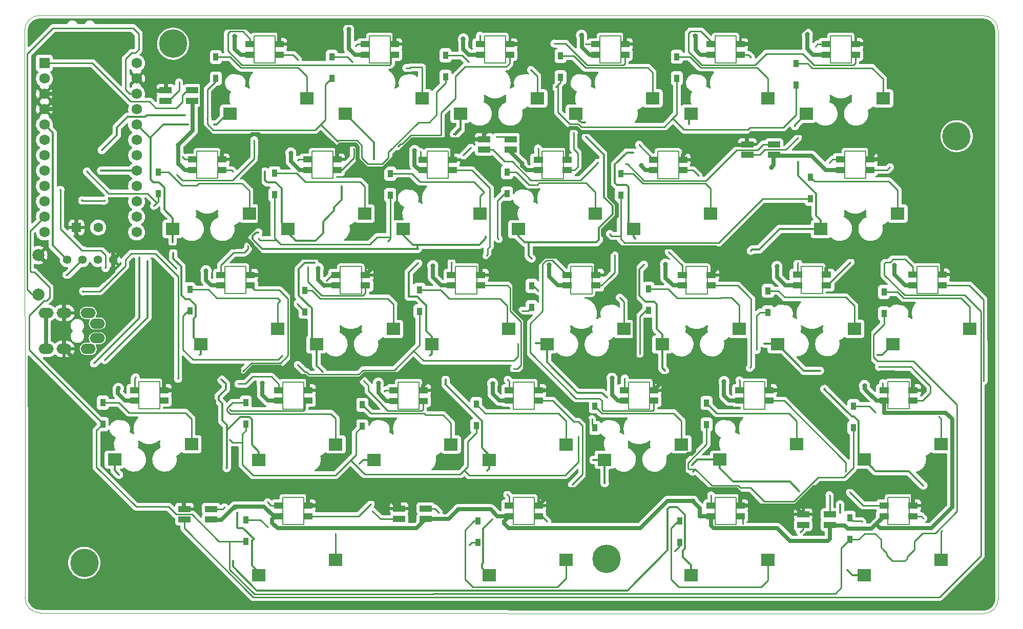
<source format=gbl>
G04 #@! TF.GenerationSoftware,KiCad,Pcbnew,(6.0.7)*
G04 #@! TF.CreationDate,2022-08-16T06:35:40+00:00*
G04 #@! TF.ProjectId,zzsplit-right,7a7a7370-6c69-4742-9d72-696768742e6b,rev?*
G04 #@! TF.SameCoordinates,Original*
G04 #@! TF.FileFunction,Copper,L2,Bot*
G04 #@! TF.FilePolarity,Positive*
%FSLAX46Y46*%
G04 Gerber Fmt 4.6, Leading zero omitted, Abs format (unit mm)*
G04 Created by KiCad (PCBNEW (6.0.7)) date 2022-08-16 06:35:40*
%MOMM*%
%LPD*%
G01*
G04 APERTURE LIST*
G04 Aperture macros list*
%AMRoundRect*
0 Rectangle with rounded corners*
0 $1 Rounding radius*
0 $2 $3 $4 $5 $6 $7 $8 $9 X,Y pos of 4 corners*
0 Add a 4 corners polygon primitive as box body*
4,1,4,$2,$3,$4,$5,$6,$7,$8,$9,$2,$3,0*
0 Add four circle primitives for the rounded corners*
1,1,$1+$1,$2,$3*
1,1,$1+$1,$4,$5*
1,1,$1+$1,$6,$7*
1,1,$1+$1,$8,$9*
0 Add four rect primitives between the rounded corners*
20,1,$1+$1,$2,$3,$4,$5,0*
20,1,$1+$1,$4,$5,$6,$7,0*
20,1,$1+$1,$6,$7,$8,$9,0*
20,1,$1+$1,$8,$9,$2,$3,0*%
G04 Aperture macros list end*
G04 #@! TA.AperFunction,Profile*
%ADD10C,0.150000*%
G04 #@! TD*
G04 #@! TA.AperFunction,Profile*
%ADD11C,0.100000*%
G04 #@! TD*
G04 #@! TA.AperFunction,SMDPad,CuDef*
%ADD12R,1.600000X1.000000*%
G04 #@! TD*
G04 #@! TA.AperFunction,SMDPad,CuDef*
%ADD13R,2.300000X2.000000*%
G04 #@! TD*
G04 #@! TA.AperFunction,SMDPad,CuDef*
%ADD14R,0.950000X1.300000*%
G04 #@! TD*
G04 #@! TA.AperFunction,SMDPad,CuDef*
%ADD15R,2.000000X1.000000*%
G04 #@! TD*
G04 #@! TA.AperFunction,ComponentPad*
%ADD16C,4.700000*%
G04 #@! TD*
G04 #@! TA.AperFunction,ComponentPad*
%ADD17RoundRect,0.250000X-0.550000X-0.550000X0.550000X-0.550000X0.550000X0.550000X-0.550000X0.550000X0*%
G04 #@! TD*
G04 #@! TA.AperFunction,ComponentPad*
%ADD18C,1.600000*%
G04 #@! TD*
G04 #@! TA.AperFunction,ComponentPad*
%ADD19C,2.000000*%
G04 #@! TD*
G04 #@! TA.AperFunction,ComponentPad*
%ADD20O,2.500000X1.700000*%
G04 #@! TD*
G04 #@! TA.AperFunction,ComponentPad*
%ADD21C,1.397000*%
G04 #@! TD*
G04 #@! TA.AperFunction,ComponentPad*
%ADD22R,1.752600X1.752600*%
G04 #@! TD*
G04 #@! TA.AperFunction,ComponentPad*
%ADD23C,1.752600*%
G04 #@! TD*
G04 #@! TA.AperFunction,ViaPad*
%ADD24C,0.250000*%
G04 #@! TD*
G04 #@! TA.AperFunction,ViaPad*
%ADD25C,0.350000*%
G04 #@! TD*
G04 #@! TA.AperFunction,ViaPad*
%ADD26C,0.800000*%
G04 #@! TD*
G04 #@! TA.AperFunction,Conductor*
%ADD27C,0.254000*%
G04 #@! TD*
G04 #@! TA.AperFunction,Conductor*
%ADD28C,0.350000*%
G04 #@! TD*
G04 #@! TA.AperFunction,Conductor*
%ADD29C,0.650000*%
G04 #@! TD*
G04 APERTURE END LIST*
D10*
X130560000Y-126630000D02*
X134060000Y-126630000D01*
X134060000Y-112070000D02*
X130560000Y-112070000D01*
X168670000Y-126640000D02*
X172170000Y-126640000D01*
D11*
X87924000Y-49490000D02*
X87964000Y-143250000D01*
D10*
X129320000Y-50370000D02*
X129320000Y-54870000D01*
X205540000Y-126630000D02*
X205540000Y-131130000D01*
D11*
X246333920Y-145889980D02*
X90464000Y-145750000D01*
D10*
X173460000Y-69460000D02*
X176960000Y-69460000D01*
X119820000Y-73940000D02*
X116320000Y-73940000D01*
X210290000Y-112060000D02*
X206790000Y-112060000D01*
X167410000Y-54890000D02*
X163910000Y-54890000D01*
X172170000Y-112070000D02*
X168670000Y-112070000D01*
X192520000Y-73960000D02*
X192520000Y-69460000D01*
X106750000Y-112050000D02*
X106750000Y-107550000D01*
X172170000Y-131140000D02*
X168670000Y-131140000D01*
X205520000Y-50390000D02*
X205520000Y-54890000D01*
X168670000Y-107570000D02*
X172170000Y-107570000D01*
X172170000Y-126640000D02*
X172170000Y-131140000D01*
X196020000Y-73960000D02*
X192520000Y-73960000D01*
X181690000Y-88510000D02*
X181690000Y-93010000D01*
X153130000Y-107580000D02*
X153130000Y-112080000D01*
X202020000Y-54890000D02*
X202020000Y-50390000D01*
X124520000Y-93000000D02*
X121020000Y-93000000D01*
X178190000Y-93010000D02*
X178190000Y-88510000D01*
D11*
X90424000Y-46990000D02*
G75*
G03*
X87924000Y-49490000I0J-2500000D01*
G01*
D10*
X219800000Y-92990000D02*
X216300000Y-92990000D01*
X202020000Y-50390000D02*
X205520000Y-50390000D01*
X134060000Y-107570000D02*
X134060000Y-112070000D01*
X130560000Y-107570000D02*
X134060000Y-107570000D01*
X149630000Y-107580000D02*
X153130000Y-107580000D01*
X226950000Y-73910000D02*
X223450000Y-73910000D01*
D11*
X246333920Y-145889980D02*
G75*
G03*
X248854000Y-143380000I10080J2509980D01*
G01*
D10*
X202040000Y-131130000D02*
X202040000Y-126630000D01*
X234110000Y-126630000D02*
X234110000Y-131130000D01*
X221060000Y-50370000D02*
X224560000Y-50370000D01*
X235370000Y-92980000D02*
X235370000Y-88480000D01*
X143580000Y-93010000D02*
X140080000Y-93010000D01*
D11*
X248824019Y-49520000D02*
X248854000Y-143380000D01*
D10*
X138870000Y-69440000D02*
X138870000Y-73940000D01*
X238870000Y-88480000D02*
X238870000Y-92980000D01*
X202040000Y-126630000D02*
X205540000Y-126630000D01*
X138870000Y-73940000D02*
X135370000Y-73940000D01*
X124520000Y-88500000D02*
X124520000Y-93000000D01*
X230610000Y-126630000D02*
X234110000Y-126630000D01*
X129320000Y-54870000D02*
X125820000Y-54870000D01*
X197240000Y-88510000D02*
X200740000Y-88510000D01*
X238870000Y-92980000D02*
X235370000Y-92980000D01*
X230600000Y-107550000D02*
X234100000Y-107550000D01*
X162630000Y-93010000D02*
X159130000Y-93010000D01*
X182960000Y-54890000D02*
X182960000Y-50390000D01*
X187730000Y-112070000D02*
X187730000Y-107570000D01*
X192520000Y-69460000D02*
X196020000Y-69460000D01*
X157920000Y-73950000D02*
X154420000Y-73950000D01*
X140080000Y-88510000D02*
X143580000Y-88510000D01*
X224560000Y-54870000D02*
X221060000Y-54870000D01*
X186460000Y-54890000D02*
X182960000Y-54890000D01*
X178190000Y-88510000D02*
X181690000Y-88510000D01*
X216300000Y-92990000D02*
X216300000Y-88490000D01*
X163910000Y-50390000D02*
X167410000Y-50390000D01*
X230610000Y-131130000D02*
X230610000Y-126630000D01*
X154420000Y-69450000D02*
X157920000Y-69450000D01*
X168670000Y-131140000D02*
X168670000Y-126640000D01*
X210290000Y-107560000D02*
X210290000Y-112060000D01*
X140080000Y-93010000D02*
X140080000Y-88510000D01*
X121020000Y-93000000D02*
X121020000Y-88500000D01*
X172170000Y-107570000D02*
X172170000Y-112070000D01*
X167410000Y-50390000D02*
X167410000Y-54890000D01*
X168670000Y-112070000D02*
X168670000Y-107570000D01*
X134060000Y-131130000D02*
X130560000Y-131130000D01*
X121020000Y-88500000D02*
X124520000Y-88500000D01*
X159130000Y-93010000D02*
X159130000Y-88510000D01*
X119820000Y-69440000D02*
X119820000Y-73940000D01*
X159130000Y-88510000D02*
X162630000Y-88510000D01*
X234110000Y-131130000D02*
X230610000Y-131130000D01*
X143580000Y-88510000D02*
X143580000Y-93010000D01*
X219800000Y-88490000D02*
X219800000Y-92990000D01*
X191230000Y-107570000D02*
X191230000Y-112070000D01*
X116320000Y-73940000D02*
X116320000Y-69440000D01*
X110250000Y-112050000D02*
X106750000Y-112050000D01*
X144860000Y-50390000D02*
X148360000Y-50390000D01*
X224560000Y-50370000D02*
X224560000Y-54870000D01*
X176960000Y-73960000D02*
X173460000Y-73960000D01*
X197240000Y-93010000D02*
X197240000Y-88510000D01*
D11*
X87964000Y-143250000D02*
G75*
G03*
X90464000Y-145750000I2500000J0D01*
G01*
D10*
X148360000Y-50390000D02*
X148360000Y-54890000D01*
X226950000Y-69410000D02*
X226950000Y-73910000D01*
X130560000Y-112070000D02*
X130560000Y-107570000D01*
X223450000Y-73910000D02*
X223450000Y-69410000D01*
X106750000Y-107550000D02*
X110250000Y-107550000D01*
X135370000Y-73940000D02*
X135370000Y-69440000D01*
X176960000Y-69460000D02*
X176960000Y-73960000D01*
X205540000Y-131130000D02*
X202040000Y-131130000D01*
X116320000Y-69440000D02*
X119820000Y-69440000D01*
X200740000Y-88510000D02*
X200740000Y-93010000D01*
X196020000Y-69460000D02*
X196020000Y-73960000D01*
X206790000Y-112060000D02*
X206790000Y-107560000D01*
X234100000Y-112050000D02*
X230600000Y-112050000D01*
X181690000Y-93010000D02*
X178190000Y-93010000D01*
X191230000Y-112070000D02*
X187730000Y-112070000D01*
X187730000Y-107570000D02*
X191230000Y-107570000D01*
X200740000Y-93010000D02*
X197240000Y-93010000D01*
X235370000Y-88480000D02*
X238870000Y-88480000D01*
X148360000Y-54890000D02*
X144860000Y-54890000D01*
X134060000Y-126630000D02*
X134060000Y-131130000D01*
X153130000Y-112080000D02*
X149630000Y-112080000D01*
X154420000Y-73950000D02*
X154420000Y-69450000D01*
X162630000Y-88510000D02*
X162630000Y-93010000D01*
X221060000Y-54870000D02*
X221060000Y-50370000D01*
X186460000Y-50390000D02*
X186460000Y-54890000D01*
X110250000Y-107550000D02*
X110250000Y-112050000D01*
X206790000Y-107560000D02*
X210290000Y-107560000D01*
X135370000Y-69440000D02*
X138870000Y-69440000D01*
X163910000Y-54890000D02*
X163910000Y-50390000D01*
X125820000Y-50370000D02*
X129320000Y-50370000D01*
X149630000Y-112080000D02*
X149630000Y-107580000D01*
X157920000Y-69450000D02*
X157920000Y-73950000D01*
D11*
X248824019Y-49520000D02*
G75*
G03*
X246334000Y-47020001I-2500019J0D01*
G01*
D10*
X234100000Y-107550000D02*
X234100000Y-112050000D01*
X230600000Y-112050000D02*
X230600000Y-107550000D01*
X173460000Y-73960000D02*
X173460000Y-69460000D01*
X144860000Y-54890000D02*
X144860000Y-50390000D01*
X130560000Y-131130000D02*
X130560000Y-126630000D01*
X223450000Y-69410000D02*
X226950000Y-69410000D01*
X182960000Y-50390000D02*
X186460000Y-50390000D01*
D11*
X90424000Y-46990000D02*
X246334000Y-47020001D01*
D10*
X125820000Y-54870000D02*
X125820000Y-50370000D01*
X205520000Y-54890000D02*
X202020000Y-54890000D01*
X216300000Y-88490000D02*
X219800000Y-88490000D01*
D12*
X187110000Y-53515000D03*
X187110000Y-51765000D03*
X182310000Y-51765000D03*
X182310000Y-53515000D03*
D13*
X191710000Y-60720000D03*
X179010000Y-63260000D03*
D12*
X168060000Y-53515000D03*
X168060000Y-51765000D03*
X163260000Y-51765000D03*
X163260000Y-53515000D03*
D13*
X172660000Y-60720000D03*
X159960000Y-63260000D03*
D12*
X196670000Y-72585000D03*
X196670000Y-70835000D03*
X191870000Y-70835000D03*
X191870000Y-72585000D03*
D13*
X201270000Y-79790000D03*
X188570000Y-82330000D03*
D14*
X176500000Y-57235000D03*
X176500000Y-53685000D03*
X217830000Y-77325000D03*
X217830000Y-73775000D03*
D12*
X120470000Y-72565000D03*
X120470000Y-70815000D03*
X115670000Y-70815000D03*
X115670000Y-72565000D03*
D13*
X125070000Y-79770000D03*
X112370000Y-82310000D03*
D14*
X100838000Y-114551000D03*
X100838000Y-111001000D03*
D15*
X163830000Y-69185000D03*
X163830000Y-67435000D03*
X168230000Y-67435000D03*
X168230000Y-69185000D03*
D14*
X167640000Y-76451000D03*
X167640000Y-72901000D03*
X124460000Y-133915000D03*
X124460000Y-130365000D03*
X129210000Y-76630000D03*
X129210000Y-73080000D03*
D12*
X172820000Y-110695000D03*
X172820000Y-108945000D03*
X168020000Y-108945000D03*
X168020000Y-110695000D03*
D13*
X177420000Y-117900000D03*
X164720000Y-120440000D03*
D12*
X239520000Y-91605000D03*
X239520000Y-89855000D03*
X234720000Y-89855000D03*
X234720000Y-91605000D03*
D13*
X244120000Y-98810000D03*
X231420000Y-101350000D03*
D12*
X206190000Y-129755000D03*
X206190000Y-128005000D03*
X201390000Y-128005000D03*
X201390000Y-129755000D03*
D13*
X210790000Y-136960000D03*
X198090000Y-139500000D03*
D12*
X139520000Y-72565000D03*
X139520000Y-70815000D03*
X134720000Y-70815000D03*
X134720000Y-72565000D03*
D13*
X144120000Y-79770000D03*
X131420000Y-82310000D03*
D15*
X207380000Y-70055000D03*
X207380000Y-68305000D03*
X211780000Y-68305000D03*
X211780000Y-70055000D03*
D16*
X97780000Y-137480000D03*
D12*
X220450000Y-91615000D03*
X220450000Y-89865000D03*
X215650000Y-89865000D03*
X215650000Y-91615000D03*
D13*
X225050000Y-98820000D03*
X212350000Y-101360000D03*
D17*
X96476000Y-82042000D03*
D18*
X100076000Y-82042000D03*
D12*
X163280000Y-91635000D03*
X163280000Y-89885000D03*
X158480000Y-89885000D03*
X158480000Y-91635000D03*
D13*
X167880000Y-98840000D03*
X155180000Y-101380000D03*
D14*
X138684000Y-57401000D03*
X138684000Y-53851000D03*
D16*
X112460000Y-51670000D03*
D12*
X129970000Y-53505000D03*
X129970000Y-51755000D03*
X125170000Y-51755000D03*
X125170000Y-53505000D03*
D13*
X134570000Y-60710000D03*
X121870000Y-63250000D03*
D14*
X157480000Y-57147000D03*
X157480000Y-53597000D03*
D12*
X172820000Y-129765000D03*
X172820000Y-128015000D03*
X168020000Y-128015000D03*
X168020000Y-129765000D03*
D13*
X177420000Y-136970000D03*
X164720000Y-139510000D03*
D14*
X115220000Y-95845000D03*
X115220000Y-92295000D03*
D19*
X90170000Y-93120000D03*
X90170000Y-86620000D03*
D14*
X215460000Y-58475000D03*
X215460000Y-54925000D03*
D12*
X149010000Y-53515000D03*
X149010000Y-51765000D03*
X144210000Y-51765000D03*
X144210000Y-53515000D03*
D13*
X153610000Y-60720000D03*
X140910000Y-63260000D03*
D12*
X125170000Y-91625000D03*
X125170000Y-89875000D03*
X120370000Y-89875000D03*
X120370000Y-91625000D03*
D13*
X129770000Y-98830000D03*
X117070000Y-101370000D03*
D12*
X134720000Y-129765000D03*
X134720000Y-128015000D03*
X129920000Y-128015000D03*
X129920000Y-129765000D03*
D13*
X139320000Y-136970000D03*
X126620000Y-139510000D03*
D14*
X224282000Y-133601000D03*
X224282000Y-130051000D03*
D12*
X234760000Y-129755000D03*
X234760000Y-128005000D03*
X229960000Y-128005000D03*
X229960000Y-129755000D03*
D13*
X239360000Y-136960000D03*
X226660000Y-139500000D03*
D12*
X201390000Y-91635000D03*
X201390000Y-89885000D03*
X196590000Y-89885000D03*
X196590000Y-91635000D03*
D13*
X205990000Y-98840000D03*
X193290000Y-101380000D03*
D12*
X110900000Y-110675000D03*
X110900000Y-108925000D03*
X106100000Y-108925000D03*
X106100000Y-110675000D03*
D13*
X115500000Y-117880000D03*
X102800000Y-120420000D03*
D14*
X119530000Y-57415000D03*
X119530000Y-53865000D03*
X186436000Y-76705000D03*
X186436000Y-73155000D03*
D20*
X98430000Y-96165000D03*
X98430000Y-102115000D03*
X94430000Y-96165000D03*
X94430000Y-102115000D03*
X91430000Y-102115000D03*
X91430000Y-96165000D03*
X99930000Y-100365000D03*
X99930000Y-97915000D03*
D12*
X134710000Y-110695000D03*
X134710000Y-108945000D03*
X129910000Y-108945000D03*
X129910000Y-110695000D03*
D13*
X139310000Y-117900000D03*
X126610000Y-120440000D03*
D14*
X210770000Y-96055000D03*
X210770000Y-92505000D03*
D12*
X153780000Y-110705000D03*
X153780000Y-108955000D03*
X148980000Y-108955000D03*
X148980000Y-110705000D03*
D13*
X158380000Y-117910000D03*
X145680000Y-120450000D03*
D12*
X210940000Y-110685000D03*
X210940000Y-108935000D03*
X206140000Y-108935000D03*
X206140000Y-110685000D03*
D13*
X215540000Y-117890000D03*
X202840000Y-120430000D03*
D12*
X227600000Y-72545000D03*
X227600000Y-70795000D03*
X222800000Y-70795000D03*
X222800000Y-72545000D03*
D13*
X232200000Y-79750000D03*
X219500000Y-82290000D03*
D15*
X216580000Y-131235000D03*
X216580000Y-129485000D03*
X220980000Y-129485000D03*
X220980000Y-131235000D03*
D14*
X153160000Y-95895000D03*
X153160000Y-92345000D03*
X109982000Y-76451000D03*
X109982000Y-72901000D03*
D12*
X225210000Y-53505000D03*
X225210000Y-51755000D03*
X220410000Y-51755000D03*
X220410000Y-53505000D03*
D13*
X229810000Y-60710000D03*
X217110000Y-63250000D03*
D14*
X196200000Y-134135000D03*
X196200000Y-130585000D03*
D21*
X94930000Y-87390000D03*
X97470000Y-87390000D03*
X100010000Y-87390000D03*
X102550000Y-87390000D03*
D14*
X229940000Y-96255000D03*
X229940000Y-92705000D03*
X182170000Y-115175000D03*
X182170000Y-111625000D03*
X191008000Y-95755000D03*
X191008000Y-92205000D03*
D16*
X184120000Y-136850000D03*
D12*
X206170000Y-53515000D03*
X206170000Y-51765000D03*
X201370000Y-51765000D03*
X201370000Y-53515000D03*
D13*
X210770000Y-60720000D03*
X198070000Y-63260000D03*
D12*
X177610000Y-72585000D03*
X177610000Y-70835000D03*
X172810000Y-70835000D03*
X172810000Y-72585000D03*
D13*
X182210000Y-79790000D03*
X169510000Y-82330000D03*
D15*
X149820000Y-130245000D03*
X149820000Y-128495000D03*
X154220000Y-128495000D03*
X154220000Y-130245000D03*
D14*
X195720000Y-57375000D03*
X195720000Y-53825000D03*
X162560000Y-114805000D03*
X162560000Y-111255000D03*
X171710000Y-95245000D03*
X171710000Y-91695000D03*
D22*
X91186000Y-54864000D03*
D23*
X91186000Y-57404000D03*
X91186000Y-59944000D03*
X91186000Y-62484000D03*
X91186000Y-65024000D03*
X91186000Y-67564000D03*
X91186000Y-70104000D03*
X91186000Y-72644000D03*
X91186000Y-75184000D03*
X91186000Y-77724000D03*
X91186000Y-80264000D03*
X91186000Y-82804000D03*
X106426000Y-82804000D03*
X106426000Y-80264000D03*
X106426000Y-77724000D03*
X106426000Y-75184000D03*
X106426000Y-72644000D03*
X106426000Y-70104000D03*
X106426000Y-67564000D03*
X106426000Y-65024000D03*
X106426000Y-62484000D03*
X106426000Y-59944000D03*
X106426000Y-57404000D03*
X106426000Y-54864000D03*
D15*
X114320000Y-130315000D03*
X114320000Y-128565000D03*
X118720000Y-128565000D03*
X118720000Y-130315000D03*
D12*
X144230000Y-91635000D03*
X144230000Y-89885000D03*
X139430000Y-89885000D03*
X139430000Y-91635000D03*
D13*
X148830000Y-98840000D03*
X136130000Y-101380000D03*
D15*
X111230000Y-61085000D03*
X111230000Y-59335000D03*
X115630000Y-59335000D03*
X115630000Y-61085000D03*
D14*
X148340000Y-76695000D03*
X148340000Y-73145000D03*
D12*
X191880000Y-110695000D03*
X191880000Y-108945000D03*
X187080000Y-108945000D03*
X187080000Y-110695000D03*
D13*
X196480000Y-117900000D03*
X183780000Y-120440000D03*
D12*
X234750000Y-110675000D03*
X234750000Y-108925000D03*
X229950000Y-108925000D03*
X229950000Y-110675000D03*
D13*
X239350000Y-117880000D03*
X226650000Y-120420000D03*
D14*
X124460000Y-114551000D03*
X124460000Y-111001000D03*
X134190000Y-95985000D03*
X134190000Y-92435000D03*
X200630000Y-114595000D03*
X200630000Y-111045000D03*
D12*
X158570000Y-72575000D03*
X158570000Y-70825000D03*
X153770000Y-70825000D03*
X153770000Y-72575000D03*
D13*
X163170000Y-79780000D03*
X150470000Y-82320000D03*
D14*
X143740000Y-114905000D03*
X143740000Y-111355000D03*
X224910000Y-115105000D03*
X224910000Y-111555000D03*
X162840000Y-134135000D03*
X162840000Y-130585000D03*
D12*
X182340000Y-91635000D03*
X182340000Y-89885000D03*
X177540000Y-89885000D03*
X177540000Y-91635000D03*
D13*
X186940000Y-98840000D03*
X174240000Y-101380000D03*
D16*
X241960000Y-66950000D03*
D24*
X175710000Y-58860000D03*
D25*
X118112000Y-64118000D03*
X100660000Y-69260000D03*
X114400000Y-63510000D03*
D24*
X154770000Y-64640000D03*
X184620000Y-83110000D03*
X109270000Y-78480000D03*
X126590000Y-83890000D03*
X166270000Y-83970000D03*
X147950000Y-84310000D03*
D25*
X98220000Y-72810000D03*
D24*
X130520000Y-103240000D03*
X170130000Y-95800000D03*
X189560000Y-102930000D03*
X208910000Y-102310000D03*
D25*
X93810000Y-75830000D03*
D24*
X169450000Y-101250000D03*
X133040000Y-104740000D03*
D25*
X101320000Y-88740000D03*
D24*
X132930000Y-94650000D03*
D25*
X113270000Y-107020000D03*
X101083922Y-77593153D03*
D24*
X181700000Y-113700000D03*
D25*
X97600000Y-92590000D03*
D24*
X198297929Y-122426898D03*
D25*
X97430000Y-77570000D03*
X121900000Y-117150000D03*
D24*
X179410000Y-116610000D03*
X156860000Y-142540000D03*
X161400000Y-134570000D03*
X195350000Y-135580000D03*
X192960000Y-142540000D03*
X142120000Y-54710000D03*
X150980000Y-55670000D03*
X128090000Y-131600000D03*
X139300000Y-132630000D03*
X161280000Y-54670000D03*
X171600000Y-55980000D03*
X186270000Y-93620000D03*
X172830000Y-92570000D03*
X226360000Y-130710000D03*
X239560000Y-132130000D03*
X228540000Y-112580000D03*
X239010000Y-113320000D03*
D26*
X117890000Y-89200000D03*
X113340000Y-68370000D03*
X131920000Y-69730000D03*
X211340000Y-72100000D03*
X193840000Y-88100000D03*
X217260000Y-50080000D03*
X185000000Y-106970000D03*
X198400000Y-127290000D03*
X170090000Y-71440000D03*
X226740000Y-108160000D03*
X165260000Y-107830000D03*
X103410000Y-108630000D03*
X159560000Y-128680000D03*
X179950000Y-50250000D03*
X198760000Y-50410000D03*
X152370367Y-69317074D03*
X189810000Y-71830000D03*
X212260000Y-88490000D03*
X127170000Y-107810000D03*
X231700000Y-88260000D03*
X160420000Y-50880000D03*
X122645659Y-50441981D03*
X122600000Y-128310000D03*
X155380000Y-88360000D03*
X146380000Y-107760000D03*
X174580000Y-88220000D03*
X203520000Y-107510000D03*
X141480000Y-49310000D03*
X136430000Y-88770000D03*
D24*
X165890000Y-67060000D03*
X113450000Y-58030000D03*
D26*
X102870000Y-60910000D03*
D25*
X222100000Y-88780000D03*
X195910000Y-50250000D03*
X182630000Y-71370000D03*
D24*
X187220000Y-71570000D03*
X215750000Y-67190000D03*
X220920000Y-126280000D03*
X216080000Y-132390000D03*
X156400000Y-129190000D03*
X120940000Y-128280000D03*
X145430000Y-128950000D03*
D25*
X94840000Y-89940000D03*
D24*
X125860000Y-67610000D03*
X113990000Y-70380000D03*
X133110000Y-54350000D03*
X113040000Y-73300000D03*
D25*
X119210000Y-64990000D03*
X121310000Y-121790000D03*
X120450000Y-107190000D03*
X112500000Y-86250000D03*
X112370000Y-84490000D03*
X114900000Y-65040000D03*
X116900000Y-103080000D03*
X103520000Y-122920000D03*
D24*
X142620000Y-52070000D03*
X142320000Y-69000000D03*
D25*
X135810000Y-87880000D03*
X140340000Y-75290000D03*
X143270000Y-121030000D03*
X127620000Y-72800000D03*
X137150000Y-105876000D03*
X145650000Y-70800000D03*
X135970000Y-84220000D03*
X123072072Y-129227073D03*
D24*
X149670000Y-68640000D03*
X153320000Y-69510000D03*
X175450000Y-51640000D03*
X163170000Y-50320000D03*
D25*
X154910000Y-103230000D03*
X164150000Y-83550000D03*
X158905000Y-66615000D03*
X161670000Y-68890000D03*
X126550000Y-82890000D03*
X152900000Y-85570000D03*
X165190000Y-130300000D03*
X160490000Y-70120000D03*
X157480000Y-107170000D03*
X152960000Y-87940000D03*
X164360000Y-122290000D03*
D24*
X180660000Y-51750000D03*
X178710000Y-66340000D03*
D25*
X183800000Y-124300000D03*
X181870000Y-120480000D03*
X184140000Y-110150000D03*
X100560000Y-72670000D03*
X172380000Y-101130000D03*
X122330000Y-137130000D03*
X171690000Y-87160000D03*
X180670000Y-67090000D03*
X194200000Y-128630000D03*
X180550000Y-64720000D03*
D24*
X207970000Y-53940000D03*
X189480000Y-68350000D03*
D25*
X193740000Y-105720000D03*
X188490000Y-69640000D03*
X190260000Y-88200000D03*
X108210000Y-87600000D03*
X198270000Y-121280000D03*
X223926080Y-138655962D03*
X215950000Y-125600000D03*
X101180000Y-103930000D03*
X222728689Y-129217171D03*
X188850000Y-83860000D03*
X197740000Y-64920000D03*
X222670000Y-127800000D03*
D24*
X218650000Y-52120000D03*
X230940000Y-72060000D03*
D25*
X220090000Y-108750000D03*
X215790000Y-71200000D03*
X207940000Y-85890000D03*
X215230000Y-65280000D03*
X219360000Y-105710000D03*
X210140000Y-101220000D03*
X99425000Y-104485000D03*
X236450000Y-124690000D03*
X228910000Y-103080000D03*
X106850000Y-87040000D03*
D24*
X122350000Y-72800000D03*
X124830000Y-85120000D03*
X134700000Y-88540000D03*
X133050000Y-70950000D03*
X158500000Y-87760000D03*
X164240000Y-86690000D03*
X172740000Y-68970000D03*
X185430000Y-86630000D03*
X194350000Y-86090000D03*
X199300000Y-73480000D03*
X224430000Y-87760000D03*
X220900000Y-71360000D03*
X124020000Y-105860000D03*
X123230000Y-107890000D03*
X143950000Y-107390000D03*
X137820000Y-90810000D03*
X168780000Y-105400000D03*
X167750000Y-107210000D03*
X206060000Y-107270000D03*
X207760000Y-105270000D03*
X215760000Y-87840000D03*
X229130000Y-105060000D03*
X121790000Y-112130000D03*
X106290000Y-106790000D03*
X147320000Y-109160000D03*
X145140000Y-127770000D03*
X178430000Y-124560000D03*
X167670000Y-126180000D03*
X187120000Y-106980000D03*
X206580000Y-131060000D03*
X223540000Y-122400000D03*
X224300000Y-125780000D03*
X246430000Y-107440000D03*
X229770000Y-107750000D03*
X174300000Y-130660000D03*
X128070000Y-127450000D03*
X236460000Y-130130000D03*
X201370000Y-126310000D03*
D27*
X121902948Y-53865000D02*
X123661947Y-55624000D01*
X123661947Y-55624000D02*
X133164000Y-55624000D01*
X119530000Y-53865000D02*
X121902948Y-53865000D01*
X134570000Y-57030000D02*
X134570000Y-60710000D01*
X133164000Y-55624000D02*
X134570000Y-57030000D01*
X179910000Y-65410000D02*
X193630000Y-65410000D01*
X157480000Y-58170000D02*
X157480000Y-57147000D01*
X136820000Y-64990000D02*
X139668966Y-67838966D01*
X139829933Y-67678000D02*
X142842135Y-67678000D01*
X195720000Y-63320000D02*
X195720000Y-57375000D01*
D28*
X104909372Y-63770628D02*
X107849372Y-63770628D01*
D27*
X147038000Y-71520000D02*
X148061968Y-70496032D01*
X118112000Y-64118000D02*
X118112000Y-64952000D01*
D28*
X107849372Y-63770628D02*
X108120000Y-63500000D01*
D27*
X176080000Y-62970000D02*
X178020000Y-64910000D01*
D28*
X100660000Y-69260000D02*
X103140000Y-66780000D01*
D27*
X142842135Y-67678000D02*
X143624000Y-68459866D01*
X196860000Y-65870000D02*
X207430000Y-65870000D01*
X215460000Y-63390000D02*
X215460000Y-58475000D01*
X195155000Y-64165000D02*
X196860000Y-65870000D01*
X136820000Y-64990000D02*
X137570000Y-64240000D01*
X193630000Y-65410000D02*
X194875000Y-64165000D01*
X176080000Y-58490000D02*
X175710000Y-58860000D01*
X194875000Y-64165000D02*
X195720000Y-63320000D01*
X119530000Y-57415000D02*
X119530000Y-57870000D01*
X176080000Y-58490000D02*
X176080000Y-62970000D01*
X137570000Y-64240000D02*
X137570000Y-58450000D01*
X179410000Y-64910000D02*
X179910000Y-65410000D01*
D28*
X108120000Y-63500000D02*
X114400000Y-63510000D01*
D27*
X178020000Y-64910000D02*
X179410000Y-64910000D01*
X118112000Y-59288000D02*
X118112000Y-64118000D01*
X194875000Y-64165000D02*
X195155000Y-64165000D01*
D28*
X103140000Y-65540000D02*
X104909372Y-63770628D01*
D27*
X118112000Y-64952000D02*
X119090000Y-65930000D01*
X119090000Y-65930000D02*
X135880000Y-65930000D01*
X148061968Y-70496032D02*
X148061968Y-69605980D01*
X138619000Y-57401000D02*
X138684000Y-57401000D01*
X143624000Y-70501932D02*
X144642068Y-71520000D01*
X144642068Y-71520000D02*
X147038000Y-71520000D01*
X155970000Y-59680000D02*
X157480000Y-58170000D01*
X207430000Y-65870000D02*
X207780000Y-65520000D01*
X213330000Y-65520000D02*
X215460000Y-63390000D01*
X176500000Y-58070000D02*
X176080000Y-58490000D01*
D28*
X103140000Y-66780000D02*
X103140000Y-65540000D01*
D27*
X207780000Y-65520000D02*
X213330000Y-65520000D01*
X137570000Y-58450000D02*
X138619000Y-57401000D01*
X139668966Y-67838966D02*
X139829933Y-67678000D01*
X155970000Y-63440000D02*
X155970000Y-59680000D01*
X148061968Y-69605980D02*
X153027948Y-64640000D01*
X153027948Y-64640000D02*
X154770000Y-64640000D01*
X143624000Y-68459866D02*
X143624000Y-70501932D01*
X154770000Y-64640000D02*
X155970000Y-63440000D01*
D28*
X114400000Y-63510000D02*
X114400000Y-63500000D01*
D27*
X135880000Y-65930000D02*
X136820000Y-64990000D01*
X119530000Y-57870000D02*
X118112000Y-59288000D01*
X176500000Y-57235000D02*
X176500000Y-58070000D01*
X113880000Y-75060000D02*
X116400000Y-75060000D01*
X125070000Y-75980000D02*
X125070000Y-79770000D01*
X123830000Y-74740000D02*
X125070000Y-75980000D01*
X116720000Y-74740000D02*
X123830000Y-74740000D01*
X109982000Y-72901000D02*
X111721000Y-72901000D01*
X116400000Y-75060000D02*
X116720000Y-74740000D01*
X111721000Y-72901000D02*
X113880000Y-75060000D01*
X209885000Y-77325000D02*
X202650000Y-84560000D01*
X109982000Y-76451000D02*
X109982000Y-77768000D01*
X126800000Y-84140000D02*
X126590000Y-83890000D01*
X148340000Y-76695000D02*
X148340000Y-83640000D01*
X167249000Y-76451000D02*
X166040000Y-77660000D01*
X148340000Y-83920000D02*
X147950000Y-84310000D01*
X129210000Y-83820000D02*
X129210000Y-76630000D01*
X186400000Y-83440000D02*
X184950000Y-83440000D01*
X148340000Y-83640000D02*
X146160000Y-83640000D01*
X166040000Y-77660000D02*
X166040000Y-83740000D01*
X186436000Y-83404000D02*
X186400000Y-83440000D01*
X217830000Y-77325000D02*
X209885000Y-77325000D01*
X109775000Y-77975000D02*
X108210000Y-76410000D01*
X109775000Y-77975000D02*
X109270000Y-78480000D01*
X144960000Y-84840000D02*
X130230000Y-84840000D01*
X186436000Y-83404000D02*
X186436000Y-76705000D01*
X108210000Y-76410000D02*
X106040000Y-76410000D01*
X166040000Y-83740000D02*
X166270000Y-83970000D01*
X129530000Y-84140000D02*
X126800000Y-84140000D01*
X109982000Y-77768000D02*
X109775000Y-77975000D01*
X106040000Y-76410000D02*
X101820000Y-76410000D01*
X130230000Y-84840000D02*
X129530000Y-84140000D01*
X101820000Y-76410000D02*
X98220000Y-72810000D01*
X129530000Y-84140000D02*
X129210000Y-83820000D01*
X148340000Y-83640000D02*
X148340000Y-83920000D01*
X187060000Y-84560000D02*
X186436000Y-83936000D01*
X146160000Y-83640000D02*
X144960000Y-84840000D01*
X167640000Y-76451000D02*
X167249000Y-76451000D01*
X126590000Y-83890000D02*
X126580000Y-83920000D01*
X186436000Y-83936000D02*
X186436000Y-83404000D01*
X202650000Y-84560000D02*
X187060000Y-84560000D01*
X184950000Y-83440000D02*
X184620000Y-83110000D01*
X130190000Y-94130000D02*
X129770000Y-94550000D01*
X119650000Y-93680000D02*
X129740000Y-93680000D01*
X129740000Y-93680000D02*
X130190000Y-94130000D01*
X129770000Y-94550000D02*
X129770000Y-98830000D01*
X118265000Y-92295000D02*
X119650000Y-93680000D01*
X115220000Y-92295000D02*
X118265000Y-92295000D01*
X210770000Y-96055000D02*
X209495000Y-96055000D01*
X114945000Y-95845000D02*
X114090000Y-96700000D01*
X98720000Y-85840000D02*
X97380000Y-85840000D01*
X114090000Y-96700000D02*
X114090000Y-102270000D01*
X97380000Y-85840000D02*
X95450000Y-83910000D01*
X153860000Y-104070000D02*
X155600000Y-104070000D01*
X134190000Y-95910000D02*
X132930000Y-94650000D01*
X169450000Y-103390000D02*
X169450000Y-101250000D01*
X134190000Y-95985000D02*
X134190000Y-95910000D01*
X115730000Y-103910000D02*
X129850000Y-103910000D01*
X209495000Y-96055000D02*
X208910000Y-96640000D01*
X143117864Y-106378000D02*
X143877865Y-105618000D01*
X208910000Y-96640000D02*
X208910000Y-102310000D01*
X115220000Y-95845000D02*
X114945000Y-95845000D01*
X168770000Y-104070000D02*
X169270000Y-103570000D01*
X134510068Y-105948000D02*
X134940068Y-106378000D01*
X190575000Y-95755000D02*
X189560000Y-96770000D01*
X101200000Y-86490000D02*
X100550000Y-85840000D01*
X152210000Y-102420000D02*
X153860000Y-104070000D01*
X152210000Y-102420000D02*
X153160000Y-101470000D01*
X129850000Y-103910000D02*
X130520000Y-103240000D01*
X101320000Y-86610000D02*
X101200000Y-86490000D01*
X171155000Y-95800000D02*
X171710000Y-95245000D01*
X189560000Y-96770000D02*
X189560000Y-102930000D01*
X100550000Y-85840000D02*
X98720000Y-85840000D01*
X149012000Y-105618000D02*
X152210000Y-102420000D01*
X169270000Y-103570000D02*
X169450000Y-103390000D01*
X93810000Y-82270000D02*
X93810000Y-75830000D01*
X101320000Y-88740000D02*
X101320000Y-86610000D01*
X134248000Y-105948000D02*
X134510068Y-105948000D01*
X143877865Y-105618000D02*
X149012000Y-105618000D01*
X191008000Y-95755000D02*
X190575000Y-95755000D01*
X95450000Y-83910000D02*
X93810000Y-82270000D01*
X114090000Y-102270000D02*
X115730000Y-103910000D01*
X155600000Y-104070000D02*
X168770000Y-104070000D01*
X134940068Y-106378000D02*
X143117864Y-106378000D01*
X133040000Y-104740000D02*
X134248000Y-105948000D01*
X153160000Y-101470000D02*
X153160000Y-95895000D01*
X170130000Y-95800000D02*
X171155000Y-95800000D01*
X122276948Y-111001000D02*
X121336000Y-111941948D01*
X121837948Y-112820000D02*
X138530000Y-112820000D01*
X124460000Y-111001000D02*
X122276948Y-111001000D01*
X121336000Y-112318052D02*
X121837948Y-112820000D01*
X139310000Y-113600000D02*
X139310000Y-117900000D01*
X121336000Y-111941948D02*
X121336000Y-112318052D01*
X138530000Y-112820000D02*
X139310000Y-113600000D01*
X104560000Y-88380000D02*
X101340000Y-91600000D01*
X123900000Y-117560000D02*
X122310000Y-117560000D01*
X177270000Y-122990000D02*
X179410000Y-120850000D01*
X109470000Y-86370000D02*
X105550000Y-86370000D01*
X201498000Y-124688000D02*
X205810067Y-124688000D01*
X141820000Y-120540000D02*
X144120000Y-122840000D01*
X210193000Y-127353000D02*
X215044932Y-127353000D01*
X160565000Y-122195000D02*
X161170000Y-121590000D01*
X124460000Y-114551000D02*
X124460000Y-115620000D01*
X198767414Y-121957414D02*
X197667414Y-121957414D01*
X101340000Y-91600000D02*
X100350000Y-92590000D01*
X161360000Y-122990000D02*
X177270000Y-122990000D01*
X200630000Y-117872068D02*
X200630000Y-114595000D01*
X197532000Y-120970068D02*
X200630000Y-117872068D01*
X181700000Y-113700000D02*
X181700000Y-114705000D01*
X144120000Y-122840000D02*
X159920000Y-122840000D01*
X141820000Y-120460000D02*
X141820000Y-120540000D01*
X159920000Y-122840000D02*
X160565000Y-122195000D01*
X142650000Y-119630000D02*
X142650000Y-115995000D01*
X224910000Y-121740000D02*
X224910000Y-115105000D01*
X205810067Y-124688000D02*
X206182067Y-125060000D01*
X179410000Y-120850000D02*
X179410000Y-116610000D01*
X215044932Y-127353000D02*
X219047932Y-123350000D01*
X123900000Y-117560000D02*
X123900000Y-121240000D01*
X100350000Y-92590000D02*
X97600000Y-92590000D01*
X113270000Y-107020000D02*
X113270000Y-90170000D01*
X162560000Y-116020000D02*
X162560000Y-114805000D01*
X113270000Y-90170000D02*
X109640000Y-86540000D01*
X125650000Y-122990000D02*
X139290000Y-122990000D01*
X197667414Y-121957414D02*
X197532000Y-121822000D01*
X122310000Y-117560000D02*
X121900000Y-117150000D01*
X198767414Y-121957414D02*
X201498000Y-124688000D01*
X104560000Y-87360000D02*
X104560000Y-88160000D01*
X160565000Y-122195000D02*
X161360000Y-122990000D01*
X198297929Y-122426898D02*
X198767414Y-121957414D01*
X101083922Y-77593153D02*
X97463153Y-77593153D01*
X139290000Y-122990000D02*
X141820000Y-120460000D01*
X161170000Y-117410000D02*
X162560000Y-116020000D01*
X123900000Y-116180000D02*
X123900000Y-117560000D01*
X181700000Y-114705000D02*
X182170000Y-115175000D01*
X123900000Y-121240000D02*
X125650000Y-122990000D01*
X223300000Y-123350000D02*
X224910000Y-121740000D01*
X141820000Y-120460000D02*
X142650000Y-119630000D01*
X207900000Y-125060000D02*
X210193000Y-127353000D01*
X97430000Y-77570000D02*
X97430000Y-77560000D01*
X105550000Y-86370000D02*
X104560000Y-87360000D01*
X197532000Y-121822000D02*
X197532000Y-120970068D01*
X104560000Y-88160000D02*
X104560000Y-88380000D01*
X161170000Y-121590000D02*
X161170000Y-117410000D01*
X142650000Y-115995000D02*
X143740000Y-114905000D01*
X109640000Y-86540000D02*
X109470000Y-86370000D01*
X206182067Y-125060000D02*
X207900000Y-125060000D01*
X219047932Y-123350000D02*
X223300000Y-123350000D01*
X124460000Y-115620000D02*
X123900000Y-116180000D01*
X97463153Y-77593153D02*
X97430000Y-77570000D01*
X100838000Y-111001000D02*
X103521000Y-111001000D01*
X105180000Y-112660000D02*
X114470000Y-112660000D01*
X103521000Y-111001000D02*
X105180000Y-112660000D01*
X115500000Y-113690000D02*
X115500000Y-117880000D01*
X114470000Y-112660000D02*
X115500000Y-113690000D01*
X155374000Y-142676000D02*
X155510000Y-142540000D01*
X106330000Y-128190000D02*
X111695000Y-128190000D01*
X228192000Y-103452000D02*
X228870000Y-104130000D01*
X242030000Y-128980000D02*
X238450000Y-132560000D01*
X99790000Y-121650000D02*
X106330000Y-128190000D01*
X89020000Y-89440000D02*
X88830000Y-89250000D01*
X88830000Y-89250000D02*
X88830000Y-82620000D01*
X233360000Y-137170000D02*
X231370000Y-137170000D01*
X91160000Y-94110000D02*
X91540000Y-94110000D01*
X221910000Y-142540000D02*
X222880000Y-141570000D01*
X121765000Y-133915000D02*
X124460000Y-133915000D01*
X228500000Y-132650000D02*
X226740000Y-132650000D01*
X162840000Y-134135000D02*
X161835000Y-134135000D01*
X92040000Y-93610000D02*
X92040000Y-91960000D01*
X155510000Y-142540000D02*
X156860000Y-142540000D01*
X230427001Y-136227001D02*
X230427001Y-135870000D01*
X236300000Y-132560000D02*
X234940000Y-133920000D01*
X112993000Y-129488000D02*
X115598000Y-129488000D01*
X88640000Y-102270000D02*
X88640000Y-96630000D01*
X225789000Y-133601000D02*
X224282000Y-133601000D01*
X222880000Y-141570000D02*
X222880000Y-135003000D01*
X196200000Y-134135000D02*
X196200000Y-134730000D01*
X229837001Y-135280000D02*
X229820000Y-135280000D01*
X125888052Y-142676000D02*
X155374000Y-142676000D01*
X161835000Y-134135000D02*
X161400000Y-134570000D01*
X156860000Y-142540000D02*
X221910000Y-142540000D01*
X115598000Y-129488000D02*
X120025000Y-133915000D01*
X242030000Y-111360000D02*
X242030000Y-128980000D01*
X120025000Y-133915000D02*
X121765000Y-133915000D01*
X100838000Y-114551000D02*
X99790000Y-115599000D01*
X230427001Y-135870000D02*
X229837001Y-135280000D01*
X111695000Y-128190000D02*
X112993000Y-129488000D01*
X229450000Y-133600000D02*
X228500000Y-132650000D01*
X234940000Y-135270000D02*
X233750000Y-136460000D01*
X231370000Y-137170000D02*
X230427001Y-136227001D01*
X238450000Y-132560000D02*
X236300000Y-132560000D01*
X100838000Y-114551000D02*
X100838000Y-114468000D01*
X88830000Y-82620000D02*
X91186000Y-80264000D01*
X234800000Y-104130000D02*
X242030000Y-111360000D01*
X99790000Y-115599000D02*
X99790000Y-121650000D01*
X121765000Y-138552948D02*
X125888052Y-142676000D01*
X229820000Y-135280000D02*
X229450000Y-134910000D01*
X121765000Y-133915000D02*
X121765000Y-138552948D01*
X228192000Y-99788000D02*
X228192000Y-103452000D01*
X92040000Y-91960000D02*
X89520000Y-89440000D01*
X226740000Y-132650000D02*
X225789000Y-133601000D01*
X234940000Y-133920000D02*
X234940000Y-135270000D01*
X228870000Y-104130000D02*
X234800000Y-104130000D01*
X229940000Y-96255000D02*
X229940000Y-98040000D01*
X233750000Y-136780000D02*
X233360000Y-137170000D01*
X229940000Y-98040000D02*
X228192000Y-99788000D01*
X89520000Y-89440000D02*
X89020000Y-89440000D01*
X88640000Y-96630000D02*
X91160000Y-94110000D01*
X233750000Y-136460000D02*
X233750000Y-136780000D01*
X196200000Y-134730000D02*
X195350000Y-135580000D01*
X100838000Y-114468000D02*
X88640000Y-102270000D01*
X229450000Y-134910000D02*
X229450000Y-133600000D01*
X91540000Y-94110000D02*
X92040000Y-93610000D01*
X222880000Y-135003000D02*
X224282000Y-133601000D01*
X153610000Y-55630000D02*
X153610000Y-60720000D01*
X141261000Y-53851000D02*
X142120000Y-54710000D01*
X138684000Y-53851000D02*
X141261000Y-53851000D01*
X150980000Y-55670000D02*
X151620000Y-55670000D01*
X151750000Y-55540000D02*
X153520000Y-55540000D01*
X151620000Y-55670000D02*
X151750000Y-55540000D01*
X153520000Y-55540000D02*
X153610000Y-55630000D01*
X144120000Y-75230000D02*
X144120000Y-79770000D01*
X143370000Y-74480000D02*
X144120000Y-75230000D01*
X132910000Y-73080000D02*
X134310000Y-74480000D01*
X129210000Y-73080000D02*
X132910000Y-73080000D01*
X134310000Y-74480000D02*
X143370000Y-74480000D01*
X134190000Y-92435000D02*
X135405000Y-92435000D01*
X136734000Y-93764000D02*
X147944000Y-93764000D01*
X135405000Y-92435000D02*
X136734000Y-93764000D01*
X147944000Y-93764000D02*
X148890000Y-94710000D01*
X148890000Y-94710000D02*
X148830000Y-94770000D01*
X148830000Y-94770000D02*
X148830000Y-98840000D01*
X153944000Y-112794000D02*
X145179000Y-112794000D01*
X157050000Y-113050000D02*
X154200000Y-113050000D01*
X158380000Y-117910000D02*
X158380000Y-114380000D01*
X145179000Y-112794000D02*
X143740000Y-111355000D01*
X154200000Y-113050000D02*
X153944000Y-112794000D01*
X158380000Y-114380000D02*
X157050000Y-113050000D01*
X139300000Y-132630000D02*
X139320000Y-132650000D01*
X126855000Y-130365000D02*
X128090000Y-131600000D01*
X124460000Y-130365000D02*
X126855000Y-130365000D01*
X139320000Y-132650000D02*
X139320000Y-136970000D01*
X172660000Y-60720000D02*
X172660000Y-57040000D01*
X160207000Y-53597000D02*
X161280000Y-54670000D01*
X157480000Y-53597000D02*
X160207000Y-53597000D01*
X172660000Y-57040000D02*
X171600000Y-55980000D01*
X151895000Y-73145000D02*
X153250000Y-74500000D01*
X162150000Y-74500000D02*
X163840000Y-76190000D01*
X163840000Y-76190000D02*
X163170000Y-76860000D01*
X148340000Y-73145000D02*
X151895000Y-73145000D01*
X153250000Y-74500000D02*
X162150000Y-74500000D01*
X163170000Y-76860000D02*
X163170000Y-79780000D01*
X156645000Y-92345000D02*
X158090000Y-93790000D01*
X158090000Y-93790000D02*
X166510000Y-93790000D01*
X167700000Y-98660000D02*
X167880000Y-98840000D01*
X167700000Y-94980000D02*
X167700000Y-98660000D01*
X166510000Y-93790000D02*
X167700000Y-94980000D01*
X153160000Y-92345000D02*
X156645000Y-92345000D01*
X177420000Y-117900000D02*
X177420000Y-114060000D01*
X176110000Y-112750000D02*
X164055000Y-112750000D01*
X164055000Y-112750000D02*
X162560000Y-111255000D01*
X177420000Y-114060000D02*
X176110000Y-112750000D01*
X177420000Y-140030000D02*
X175984000Y-141466000D01*
X177420000Y-136970000D02*
X177420000Y-140030000D01*
X160690000Y-140180000D02*
X160690000Y-132090000D01*
X162195000Y-130585000D02*
X162840000Y-130585000D01*
X160690000Y-132090000D02*
X162195000Y-130585000D01*
X161976000Y-141466000D02*
X160690000Y-140180000D01*
X175984000Y-141466000D02*
X161976000Y-141466000D01*
X191710000Y-56450000D02*
X191710000Y-60720000D01*
X190914000Y-55654000D02*
X191710000Y-56450000D01*
X178665000Y-53685000D02*
X180634000Y-55654000D01*
X176500000Y-53685000D02*
X178665000Y-53685000D01*
X180634000Y-55654000D02*
X190914000Y-55654000D01*
X171330000Y-75000000D02*
X172630000Y-75000000D01*
X169231000Y-72901000D02*
X171330000Y-75000000D01*
X167640000Y-72901000D02*
X169231000Y-72901000D01*
X182210000Y-76170000D02*
X182210000Y-79790000D01*
X172946000Y-74684000D02*
X180724000Y-74684000D01*
X172630000Y-75000000D02*
X172946000Y-74684000D01*
X180724000Y-74684000D02*
X182210000Y-76170000D01*
X186940000Y-94290000D02*
X186940000Y-98840000D01*
X171955000Y-91695000D02*
X172830000Y-92570000D01*
X186270000Y-93620000D02*
X186940000Y-94290000D01*
X171710000Y-91695000D02*
X171955000Y-91695000D01*
X196480000Y-114010000D02*
X195220000Y-112750000D01*
X191932053Y-112750000D02*
X191898053Y-112784000D01*
X195220000Y-112750000D02*
X191932053Y-112750000D01*
X196480000Y-117900000D02*
X196480000Y-114010000D01*
X183329000Y-112784000D02*
X182170000Y-111625000D01*
X191898053Y-112784000D02*
X183329000Y-112784000D01*
X194780000Y-131750000D02*
X194780000Y-140240000D01*
X195945000Y-130585000D02*
X194780000Y-131750000D01*
X196200000Y-130585000D02*
X195945000Y-130585000D01*
X194780000Y-140240000D02*
X196006000Y-141466000D01*
X209700000Y-141466000D02*
X210790000Y-140376000D01*
X196006000Y-141466000D02*
X209700000Y-141466000D01*
X210790000Y-140376000D02*
X210790000Y-136960000D01*
X210770000Y-57370000D02*
X210770000Y-60720000D01*
X199671947Y-55614000D02*
X209014000Y-55614000D01*
X197882948Y-53825000D02*
X199671947Y-55614000D01*
X209014000Y-55614000D02*
X210770000Y-57370000D01*
X195720000Y-53825000D02*
X197882948Y-53825000D01*
X188502948Y-73155000D02*
X190111947Y-74764000D01*
X186436000Y-73155000D02*
X188502948Y-73155000D01*
X201270000Y-75590000D02*
X201270000Y-79790000D01*
X200444000Y-74764000D02*
X201270000Y-75590000D01*
X190111947Y-74764000D02*
X200444000Y-74764000D01*
X205990000Y-94890000D02*
X205990000Y-98840000D01*
X194295000Y-92205000D02*
X195770000Y-93680000D01*
X191008000Y-92205000D02*
X194295000Y-92205000D01*
X202950000Y-93680000D02*
X203020000Y-93610000D01*
X204710000Y-93610000D02*
X205990000Y-94890000D01*
X203020000Y-93610000D02*
X204710000Y-93610000D01*
X195770000Y-93680000D02*
X202950000Y-93680000D01*
X215540000Y-117890000D02*
X215540000Y-114070000D01*
X202315000Y-112730000D02*
X200630000Y-111045000D01*
X214200000Y-112730000D02*
X202315000Y-112730000D01*
X215540000Y-114070000D02*
X214200000Y-112730000D01*
X224282000Y-130051000D02*
X224811000Y-130580000D01*
X239560000Y-132130000D02*
X239360000Y-132330000D01*
X239360000Y-132330000D02*
X239360000Y-136960000D01*
X226230000Y-130580000D02*
X226360000Y-130710000D01*
X224811000Y-130580000D02*
X226230000Y-130580000D01*
X215460000Y-54925000D02*
X217335000Y-54925000D01*
X217335000Y-54925000D02*
X218084000Y-55674000D01*
X229810000Y-57510000D02*
X229810000Y-60710000D01*
X227974000Y-55674000D02*
X229810000Y-57510000D01*
X218084000Y-55674000D02*
X227974000Y-55674000D01*
X230720000Y-74410000D02*
X218465000Y-74410000D01*
X218465000Y-74410000D02*
X217830000Y-73775000D01*
X232200000Y-75890000D02*
X230720000Y-74410000D01*
X232200000Y-79750000D02*
X232200000Y-75890000D01*
X225050000Y-95030000D02*
X225050000Y-98820000D01*
X223610000Y-93590000D02*
X225050000Y-95030000D01*
X212495000Y-92505000D02*
X213580000Y-93590000D01*
X213580000Y-93590000D02*
X223610000Y-93590000D01*
X210770000Y-92505000D02*
X212495000Y-92505000D01*
X227515000Y-111555000D02*
X228540000Y-112580000D01*
X239350000Y-117880000D02*
X239350000Y-113660000D01*
X239350000Y-113660000D02*
X239010000Y-113320000D01*
X224910000Y-111555000D02*
X227515000Y-111555000D01*
X229940000Y-92705000D02*
X232212948Y-92705000D01*
X232212948Y-92705000D02*
X233218974Y-93711026D01*
X233218974Y-93711026D02*
X242711026Y-93711026D01*
X244120000Y-95120000D02*
X244120000Y-98810000D01*
X242711026Y-93711026D02*
X244120000Y-95120000D01*
D29*
X159620000Y-128620000D02*
X164950000Y-128620000D01*
X128125000Y-110695000D02*
X127170000Y-109740000D01*
X129700000Y-131760000D02*
X152705000Y-131760000D01*
X229950000Y-110675000D02*
X229950000Y-112630000D01*
X201800000Y-131740000D02*
X212310000Y-131740000D01*
X211722100Y-70145000D02*
X217965000Y-70145000D01*
X199440000Y-53320000D02*
X198790000Y-52670000D01*
X220365000Y-72545000D02*
X222800000Y-72545000D01*
X167900000Y-131740000D02*
X189670000Y-131740000D01*
X167130000Y-130970000D02*
X167900000Y-131740000D01*
X152370367Y-71775367D02*
X152370367Y-69317074D01*
X195085000Y-91635000D02*
X194840000Y-91390000D01*
X120445000Y-130375000D02*
X122660000Y-128160000D01*
X122660000Y-50490000D02*
X122645659Y-50441981D01*
X129345000Y-129765000D02*
X128820000Y-130290000D01*
X159560000Y-128680000D02*
X159620000Y-128620000D01*
X103350000Y-108690000D02*
X103410000Y-108630000D01*
X228705000Y-110675000D02*
X227230000Y-109200000D01*
X122645659Y-50441981D02*
X122690000Y-50460000D01*
X189670000Y-131740000D02*
X194140000Y-127270000D01*
X234720000Y-91605000D02*
X233465000Y-91605000D01*
X193840000Y-90390000D02*
X193840000Y-88110000D01*
X103350000Y-109510000D02*
X103350000Y-108690000D01*
X152705000Y-131760000D02*
X154220000Y-130245000D01*
X185340000Y-110050000D02*
X185000000Y-109710000D01*
X153770000Y-72575000D02*
X153170000Y-72575000D01*
X196590000Y-91635000D02*
X195085000Y-91635000D01*
X182310000Y-53515000D02*
X181315000Y-53515000D01*
X118660000Y-130375000D02*
X120445000Y-130375000D01*
X156765000Y-91635000D02*
X156480000Y-91350000D01*
X217965000Y-70145000D02*
X220365000Y-72545000D01*
X115670000Y-72565000D02*
X114375000Y-72565000D01*
X129910000Y-110695000D02*
X128125000Y-110695000D01*
X155380000Y-90250000D02*
X155380000Y-88370000D01*
X201390000Y-131330000D02*
X201800000Y-131740000D01*
X144210000Y-53515000D02*
X142505000Y-53515000D01*
X194140000Y-127270000D02*
X198340000Y-127270000D01*
X190545000Y-72585000D02*
X189870000Y-71910000D01*
X168020000Y-129765000D02*
X168005000Y-129765000D01*
X137475000Y-91635000D02*
X137450000Y-91660000D01*
X127170000Y-109740000D02*
X127170000Y-107810000D01*
X213645000Y-91615000D02*
X213450000Y-91420000D01*
X170200000Y-71910000D02*
X170160000Y-71870000D01*
X163260000Y-53515000D02*
X161355000Y-53515000D01*
X131910000Y-71110000D02*
X131910000Y-69720000D01*
X181315000Y-53515000D02*
X180280000Y-52480000D01*
X115700000Y-66010000D02*
X113340000Y-68370000D01*
X201390000Y-129755000D02*
X201390000Y-131330000D01*
X226740000Y-108710000D02*
X226740000Y-108160000D01*
X156480000Y-91350000D02*
X155380000Y-90250000D01*
X128820000Y-130290000D02*
X128820000Y-130880000D01*
X122660000Y-52550000D02*
X122660000Y-50490000D01*
X117900000Y-90750000D02*
X117900000Y-89170000D01*
X127460000Y-128160000D02*
X129110000Y-129810000D01*
X170160000Y-71870000D02*
X170160000Y-71430000D01*
X160420000Y-52580000D02*
X160420000Y-50880000D01*
X120370000Y-91625000D02*
X118775000Y-91625000D01*
X147705000Y-110705000D02*
X146380000Y-109380000D01*
X204280000Y-110590000D02*
X203520000Y-109830000D01*
X154220000Y-130245000D02*
X157995000Y-130245000D01*
X170875000Y-72585000D02*
X170200000Y-71910000D01*
X213450000Y-91420000D02*
X212260000Y-90230000D01*
X164950000Y-128620000D02*
X166095000Y-129765000D01*
X118570000Y-91420000D02*
X117900000Y-90750000D01*
X211722100Y-71717900D02*
X211340000Y-72100000D01*
X199515000Y-129755000D02*
X201390000Y-129755000D01*
X221002100Y-131305000D02*
X223465000Y-131305000D01*
X114375000Y-72565000D02*
X113640000Y-71830000D01*
X122660000Y-128160000D02*
X127460000Y-128160000D01*
X241230000Y-113740000D02*
X241230000Y-128270000D01*
X167130000Y-130640000D02*
X167130000Y-130970000D01*
X227885000Y-131830000D02*
X228622500Y-131092500D01*
X174780000Y-90340000D02*
X174610000Y-90170000D01*
X137450000Y-91660000D02*
X136450000Y-90660000D01*
X180010000Y-52210000D02*
X180010000Y-50190000D01*
X199510000Y-128440000D02*
X199510000Y-129760000D01*
X168230000Y-69185000D02*
X168230000Y-69580000D01*
X214440000Y-133870000D02*
X220640000Y-133870000D01*
X165260000Y-109530000D02*
X165260000Y-107830000D01*
X168230000Y-69580000D02*
X170090000Y-71440000D01*
X229980000Y-112660000D02*
X240150000Y-112660000D01*
X185985000Y-110695000D02*
X185340000Y-110050000D01*
X220410000Y-53505000D02*
X218255000Y-53505000D01*
X217260000Y-52510000D02*
X217260000Y-50080000D01*
X229950000Y-112630000D02*
X229980000Y-112660000D01*
X201370000Y-53515000D02*
X199635000Y-53515000D01*
X141520000Y-52530000D02*
X141520000Y-49270000D01*
X240150000Y-112660000D02*
X241230000Y-113740000D01*
X223465000Y-131305000D02*
X223990000Y-131830000D01*
X125170000Y-53505000D02*
X123615000Y-53505000D01*
X113340000Y-71530000D02*
X113340000Y-68370000D01*
X217820000Y-53070000D02*
X217260000Y-52510000D01*
X220640000Y-133870000D02*
X221002100Y-133507900D01*
X166425000Y-110695000D02*
X165450000Y-109720000D01*
X118775000Y-91625000D02*
X118570000Y-91420000D01*
X165450000Y-109720000D02*
X165260000Y-109530000D01*
X133365000Y-72565000D02*
X132120000Y-71320000D01*
X142080000Y-53090000D02*
X141520000Y-52530000D01*
X211722100Y-70145000D02*
X211722100Y-71717900D01*
X177540000Y-91635000D02*
X176075000Y-91635000D01*
X129920000Y-129765000D02*
X129345000Y-129765000D01*
X204375000Y-110685000D02*
X204280000Y-110590000D01*
X132120000Y-71320000D02*
X131910000Y-71110000D01*
X232370000Y-90510000D02*
X231700000Y-89840000D01*
X168005000Y-129765000D02*
X167130000Y-130640000D01*
X194840000Y-91390000D02*
X193840000Y-90390000D01*
X148980000Y-110705000D02*
X147705000Y-110705000D01*
X106100000Y-110675000D02*
X104515000Y-110675000D01*
X142505000Y-53515000D02*
X142080000Y-53090000D01*
X231700000Y-89840000D02*
X231700000Y-88260000D01*
X227230000Y-109200000D02*
X226740000Y-108710000D01*
X198790000Y-52670000D02*
X198790000Y-50370000D01*
X113640000Y-71830000D02*
X113340000Y-71530000D01*
X199635000Y-53515000D02*
X199440000Y-53320000D01*
X134720000Y-72565000D02*
X133365000Y-72565000D01*
X223990000Y-131830000D02*
X227885000Y-131830000D01*
X221002100Y-133507900D02*
X221002100Y-131305000D01*
X187080000Y-110695000D02*
X185985000Y-110695000D01*
X212260000Y-90230000D02*
X212260000Y-88530000D01*
X229950000Y-110675000D02*
X228705000Y-110675000D01*
X166095000Y-129765000D02*
X168020000Y-129765000D01*
X176075000Y-91635000D02*
X174780000Y-90340000D01*
X233465000Y-91605000D02*
X232370000Y-90510000D01*
X206140000Y-110685000D02*
X204375000Y-110685000D01*
X228622500Y-131092500D02*
X229960000Y-129755000D01*
X136450000Y-90660000D02*
X136450000Y-88770000D01*
X185000000Y-106970000D02*
X185000000Y-106950000D01*
X157995000Y-130245000D02*
X159560000Y-128680000D01*
X146380000Y-109380000D02*
X146380000Y-107760000D01*
X185000000Y-109710000D02*
X185000000Y-106970000D01*
X229280000Y-131750000D02*
X228622500Y-131092500D01*
X139430000Y-91635000D02*
X137475000Y-91635000D01*
X237750000Y-131750000D02*
X229280000Y-131750000D01*
X191870000Y-72585000D02*
X190545000Y-72585000D01*
X174610000Y-90170000D02*
X174610000Y-88210000D01*
X123615000Y-53505000D02*
X122660000Y-52550000D01*
X218255000Y-53505000D02*
X217820000Y-53070000D01*
X241230000Y-128270000D02*
X237750000Y-131750000D01*
X199510000Y-129760000D02*
X199515000Y-129755000D01*
X104515000Y-110675000D02*
X103350000Y-109510000D01*
X180280000Y-52480000D02*
X180010000Y-52210000D01*
X172810000Y-72585000D02*
X170875000Y-72585000D01*
X203520000Y-109830000D02*
X203520000Y-107510000D01*
X158480000Y-91635000D02*
X156765000Y-91635000D01*
X153170000Y-72575000D02*
X152370367Y-71775367D01*
X212310000Y-131740000D02*
X214440000Y-133870000D01*
X115700000Y-61215000D02*
X115700000Y-66010000D01*
X161355000Y-53515000D02*
X160420000Y-52580000D01*
X168020000Y-110695000D02*
X166425000Y-110695000D01*
X128820000Y-130880000D02*
X129700000Y-131760000D01*
X198340000Y-127270000D02*
X199510000Y-128440000D01*
X215650000Y-91615000D02*
X213645000Y-91615000D01*
D27*
X105450000Y-61210000D02*
X99104000Y-54864000D01*
X109600000Y-62270000D02*
X108540000Y-61210000D01*
X113970000Y-61310000D02*
X113010000Y-62270000D01*
X114855000Y-59335000D02*
X113970000Y-60220000D01*
X115630000Y-59335000D02*
X114855000Y-59335000D01*
X113970000Y-60220000D02*
X113970000Y-61310000D01*
X99104000Y-54864000D02*
X91186000Y-54864000D01*
X113010000Y-62270000D02*
X109600000Y-62270000D01*
X108540000Y-61210000D02*
X105450000Y-61210000D01*
X111730000Y-61085000D02*
X113450000Y-59365000D01*
X165890000Y-67060000D02*
X167855000Y-67060000D01*
X113450000Y-59365000D02*
X113450000Y-58030000D01*
X167855000Y-67060000D02*
X168230000Y-67435000D01*
X111230000Y-61085000D02*
X111730000Y-61085000D01*
D29*
X207322100Y-67207900D02*
X207322100Y-68395000D01*
X199040000Y-106230000D02*
X194595000Y-106230000D01*
X134710000Y-107210000D02*
X134890000Y-107030000D01*
X217500000Y-48530000D02*
X226220000Y-48530000D01*
X125710068Y-105092000D02*
X130162000Y-105092000D01*
X204595000Y-68395000D02*
X207322100Y-68395000D01*
X174830000Y-52910000D02*
X174830000Y-65410000D01*
X209110000Y-49980000D02*
X209345000Y-50215000D01*
X122670000Y-85370000D02*
X126745000Y-81295000D01*
X120470000Y-69610000D02*
X120470000Y-70815000D01*
X236070000Y-85280000D02*
X236160000Y-85190000D01*
X94430000Y-96165000D02*
X94430000Y-102115000D01*
X165190000Y-86830000D02*
X168870000Y-86830000D01*
X187110000Y-49280000D02*
X186770000Y-48940000D01*
X170590000Y-106270000D02*
X170590000Y-97330000D01*
X142935000Y-128015000D02*
X144020000Y-126930000D01*
X215315000Y-128005000D02*
X215052100Y-128005000D01*
X114960000Y-55630000D02*
X115885000Y-54705000D01*
X132070000Y-106200000D02*
X131670000Y-106600000D01*
X220250000Y-87110000D02*
X221200000Y-88060000D01*
X134780000Y-107140000D02*
X134710000Y-107210000D01*
X184498000Y-67282000D02*
X184498000Y-76942000D01*
X216050000Y-49980000D02*
X217500000Y-48530000D01*
X176005000Y-108945000D02*
X174415000Y-108945000D01*
X238470000Y-85190000D02*
X239520000Y-86240000D01*
X100950000Y-90880000D02*
X102550000Y-89280000D01*
X174490000Y-65750000D02*
X164710000Y-65750000D01*
X227880000Y-86930000D02*
X230420000Y-86930000D01*
X227790000Y-106500000D02*
X227540000Y-106250000D01*
X215052100Y-128005000D02*
X216602100Y-129555000D01*
X185784000Y-80146000D02*
X183500000Y-82430000D01*
X163280000Y-89885000D02*
X163280000Y-87670000D01*
X175810000Y-125340000D02*
X175495000Y-125340000D01*
X234760000Y-126070000D02*
X233660000Y-124970000D01*
X239520000Y-86240000D02*
X239520000Y-89855000D01*
X153780000Y-108170000D02*
X155680000Y-106270000D01*
X109710000Y-105720000D02*
X110900000Y-106910000D01*
X232070000Y-85280000D02*
X236070000Y-85280000D01*
X234760000Y-128005000D02*
X234760000Y-126070000D01*
X120430000Y-48990000D02*
X129360000Y-48990000D01*
X236160000Y-85190000D02*
X238470000Y-85190000D01*
X129970000Y-49600000D02*
X129970000Y-51755000D01*
X228215000Y-50525000D02*
X228215000Y-51755000D01*
X227600000Y-70795000D02*
X227600000Y-68650000D01*
X115330000Y-124890000D02*
X114260000Y-125960000D01*
X143387932Y-107030000D02*
X144147932Y-106270000D01*
X127610000Y-67620000D02*
X138230000Y-67620000D01*
X149820000Y-127160000D02*
X151640000Y-125340000D01*
X196520000Y-49280000D02*
X197380000Y-48420000D01*
X197525000Y-119425000D02*
X196880000Y-120070000D01*
X182340000Y-89885000D02*
X182340000Y-88510000D01*
X126745000Y-81295000D02*
X126745000Y-70305000D01*
X96476000Y-82042000D02*
X96476000Y-65576000D01*
X110900000Y-106910000D02*
X110900000Y-108925000D01*
X233660000Y-124970000D02*
X218350000Y-124970000D01*
X164710000Y-65750000D02*
X163830000Y-66630000D01*
X177610000Y-68870000D02*
X176240000Y-67500000D01*
X163280000Y-87670000D02*
X162600000Y-86990000D01*
X173837932Y-86830000D02*
X183980000Y-86830000D01*
X179830000Y-66310000D02*
X195270000Y-66310000D01*
X96476000Y-65576000D02*
X93384000Y-62484000D01*
X123368000Y-105589932D02*
X123368000Y-106130068D01*
X111300000Y-59465000D02*
X108487000Y-59465000D01*
X149010000Y-49550000D02*
X161570000Y-49550000D01*
X204030000Y-87110000D02*
X220250000Y-87110000D01*
X162600000Y-86990000D02*
X147125000Y-86990000D01*
X183500000Y-83320000D02*
X185515000Y-85335000D01*
X207550000Y-48420000D02*
X209110000Y-49980000D01*
X116440000Y-54150000D02*
X116440000Y-52980000D01*
X102550000Y-86000000D02*
X102550000Y-87390000D01*
X129360000Y-48990000D02*
X129970000Y-49600000D01*
X198155000Y-119425000D02*
X197525000Y-119425000D01*
X232440000Y-55980000D02*
X228215000Y-51755000D01*
X197380000Y-48420000D02*
X207550000Y-48420000D01*
X117180000Y-65150000D02*
X121055000Y-69025000D01*
X174415000Y-108945000D02*
X172820000Y-108945000D01*
X142972000Y-70772000D02*
X144480000Y-72280000D01*
X232440000Y-65620000D02*
X232440000Y-55980000D01*
X178100000Y-65640000D02*
X179160000Y-65640000D01*
X121055000Y-69025000D02*
X120470000Y-69610000D01*
X179160000Y-65640000D02*
X179830000Y-66310000D01*
X102550000Y-89280000D02*
X102550000Y-87390000D01*
X130545000Y-89875000D02*
X132070000Y-91400000D01*
X111300000Y-59465000D02*
X111300000Y-57450000D01*
X93384000Y-62484000D02*
X91186000Y-62484000D01*
X227600000Y-70795000D02*
X233175000Y-70795000D01*
X139520000Y-68910000D02*
X140100000Y-68330000D01*
X172117932Y-88550000D02*
X173837932Y-86830000D01*
X115885000Y-54705000D02*
X116440000Y-54150000D01*
X125482000Y-84812000D02*
X124360000Y-83690000D01*
X210170000Y-106230000D02*
X199040000Y-106230000D01*
X117445000Y-108925000D02*
X120890000Y-105480000D01*
X132070000Y-91400000D02*
X132070000Y-106200000D01*
X149010000Y-49550000D02*
X147730000Y-48270000D01*
X174830000Y-65410000D02*
X174490000Y-65750000D01*
X227540000Y-87270000D02*
X227880000Y-86930000D01*
X184000000Y-86850000D02*
X185515000Y-85335000D01*
X115885000Y-54705000D02*
X117180000Y-56000000D01*
X186770000Y-48940000D02*
X176510000Y-48940000D01*
X120310000Y-124890000D02*
X115330000Y-124890000D01*
X199040000Y-106230000D02*
X197340000Y-107930000D01*
X158570000Y-70825000D02*
X158570000Y-69400000D01*
X142572067Y-68330000D02*
X142972000Y-68729933D01*
X151640000Y-125340000D02*
X175810000Y-125340000D01*
X203880000Y-87110000D02*
X204030000Y-87110000D01*
X225390000Y-66440000D02*
X212800000Y-66440000D01*
X217545000Y-108935000D02*
X210940000Y-108935000D01*
X196670000Y-70130000D02*
X197880000Y-68920000D01*
X179420000Y-125400000D02*
X180930000Y-125400000D01*
X110900000Y-108925000D02*
X117445000Y-108925000D01*
X127480050Y-86990000D02*
X125482000Y-84991950D01*
X104570000Y-85370000D02*
X122670000Y-85370000D01*
X233175000Y-70795000D02*
X236160000Y-73780000D01*
X219980000Y-106500000D02*
X217545000Y-108935000D01*
X187110000Y-49280000D02*
X196520000Y-49280000D01*
X198580000Y-119000000D02*
X198155000Y-119425000D01*
X201390000Y-89750000D02*
X204030000Y-87110000D01*
X155680000Y-106270000D02*
X170590000Y-106270000D01*
X139520000Y-70815000D02*
X139520000Y-68910000D01*
X114260000Y-125960000D02*
X114260000Y-128625000D01*
X227600000Y-68650000D02*
X225390000Y-66440000D01*
X206190000Y-128005000D02*
X215052100Y-128005000D01*
X209110000Y-49980000D02*
X216050000Y-49980000D01*
X96476000Y-83186000D02*
X98280000Y-84990000D01*
X134710000Y-107210000D02*
X134710000Y-108945000D01*
X160535000Y-67435000D02*
X163830000Y-67435000D01*
X123368000Y-106130068D02*
X123749932Y-106512000D01*
X168060000Y-51765000D02*
X173685000Y-51765000D01*
X149820000Y-128495000D02*
X149820000Y-127160000D01*
X93384000Y-60764000D02*
X93384000Y-60794000D01*
X212800000Y-66440000D02*
X208090000Y-66440000D01*
X111300000Y-57450000D02*
X113120000Y-55630000D01*
X170590000Y-106270000D02*
X172640000Y-106270000D01*
X234390000Y-106500000D02*
X227790000Y-106500000D01*
X138230000Y-67620000D02*
X139520000Y-68910000D01*
X130162000Y-105092000D02*
X131670000Y-106600000D01*
X176510000Y-48940000D02*
X175300000Y-50150000D01*
X125170000Y-89875000D02*
X130545000Y-89875000D01*
X210940000Y-108935000D02*
X210940000Y-107000000D01*
X92564000Y-59944000D02*
X93384000Y-60764000D01*
X183500000Y-82430000D02*
X183500000Y-83320000D01*
X202105000Y-85335000D02*
X203880000Y-87110000D01*
X134240000Y-106600000D02*
X134780000Y-107140000D01*
X196880000Y-123170000D02*
X199050000Y-125340000D01*
X177610000Y-70835000D02*
X177610000Y-68870000D01*
X188720000Y-104080000D02*
X188720000Y-85340000D01*
X162580000Y-48540000D02*
X173690000Y-48540000D01*
X188720000Y-85340000D02*
X185510000Y-85340000D01*
X176010000Y-108940000D02*
X176005000Y-108945000D01*
X198405000Y-68395000D02*
X204595000Y-68395000D01*
X185510000Y-85340000D02*
X184000000Y-86850000D01*
X194192500Y-106632500D02*
X191272500Y-106632500D01*
X131300000Y-48270000D02*
X129970000Y-49600000D01*
X205540000Y-125340000D02*
X199050000Y-125340000D01*
X96476000Y-82042000D02*
X96476000Y-83186000D01*
X180930000Y-125400000D02*
X180930000Y-113860000D01*
X183980000Y-86830000D02*
X184000000Y-86850000D01*
X102800000Y-60980000D02*
X102870000Y-60910000D01*
X108487000Y-59465000D02*
X106426000Y-57404000D01*
X179360000Y-125340000D02*
X175810000Y-125340000D01*
X94430000Y-90880000D02*
X100950000Y-90880000D01*
X163280000Y-87670000D02*
X164350000Y-87670000D01*
X177610000Y-68870000D02*
X174490000Y-65750000D01*
X210940000Y-107000000D02*
X210170000Y-106230000D01*
X144147932Y-106270000D02*
X155680000Y-106270000D01*
X184498000Y-76942000D02*
X185784000Y-78228000D01*
X123109761Y-69025000D02*
X125540761Y-66594000D01*
X179360000Y-125340000D02*
X179420000Y-125400000D01*
X125540761Y-66594000D02*
X126584000Y-66594000D01*
X218350000Y-124970000D02*
X215315000Y-128005000D01*
X234750000Y-108925000D02*
X234750000Y-106860000D01*
X147730000Y-48270000D02*
X131300000Y-48270000D01*
X102550000Y-87390000D02*
X104570000Y-85370000D01*
X117180000Y-56000000D02*
X117180000Y-65150000D01*
X153780000Y-108955000D02*
X153780000Y-108170000D01*
X125482000Y-84991950D02*
X125482000Y-84812000D01*
X90170000Y-86620000D02*
X94430000Y-90880000D01*
X131670000Y-106600000D02*
X134240000Y-106600000D01*
X209345000Y-50215000D02*
X209345000Y-51765000D01*
X158570000Y-69400000D02*
X160535000Y-67435000D01*
X134720000Y-128015000D02*
X142935000Y-128015000D01*
X196880000Y-120070000D02*
X196880000Y-123170000D01*
X201390000Y-89885000D02*
X201390000Y-89750000D01*
X117460000Y-108900000D02*
X119280000Y-110720000D01*
X172640000Y-106270000D02*
X174415000Y-108045000D01*
X206190000Y-128005000D02*
X206190000Y-125990000D01*
X220450000Y-88810000D02*
X221200000Y-88060000D01*
X140100000Y-68330000D02*
X142572067Y-68330000D01*
X126584000Y-66594000D02*
X127610000Y-67620000D01*
X161570000Y-49550000D02*
X162580000Y-48540000D01*
X230420000Y-86930000D02*
X232070000Y-85280000D01*
X163830000Y-66630000D02*
X163830000Y-67435000D01*
X198580000Y-109170000D02*
X198580000Y-119000000D01*
X196670000Y-70835000D02*
X196670000Y-70130000D01*
X173690000Y-48540000D02*
X175300000Y-50150000D01*
X221200000Y-88060000D02*
X222330000Y-86930000D01*
X126745000Y-70305000D02*
X129440000Y-67610000D01*
X191272500Y-106632500D02*
X188720000Y-104080000D01*
X170590000Y-97330000D02*
X168870000Y-95610000D01*
X93384000Y-60764000D02*
X93384000Y-62484000D01*
X185784000Y-78228000D02*
X185784000Y-80146000D01*
X134240000Y-124890000D02*
X120310000Y-124890000D01*
X236160000Y-73780000D02*
X236160000Y-85190000D01*
X93384000Y-60794000D02*
X93570000Y-60980000D01*
X121055000Y-69025000D02*
X123109761Y-69025000D01*
X124290068Y-106512000D02*
X125710068Y-105092000D01*
X182340000Y-88510000D02*
X184000000Y-86850000D01*
X116440000Y-52980000D02*
X120430000Y-48990000D01*
X220450000Y-89865000D02*
X220450000Y-88810000D01*
X168870000Y-86830000D02*
X170590000Y-88550000D01*
X144020000Y-126930000D02*
X148255000Y-126930000D01*
X93570000Y-60980000D02*
X102800000Y-60980000D01*
X113120000Y-55630000D02*
X114960000Y-55630000D01*
X147200068Y-72280000D02*
X152045068Y-67435000D01*
X185515000Y-85335000D02*
X202105000Y-85335000D01*
X147125000Y-86990000D02*
X144230000Y-89885000D01*
X173685000Y-51765000D02*
X174830000Y-52910000D01*
X168870000Y-95610000D02*
X168870000Y-86830000D01*
X94430000Y-102115000D02*
X98035000Y-105720000D01*
X206190000Y-125990000D02*
X205540000Y-125340000D01*
X101540000Y-84990000D02*
X102550000Y-86000000D01*
X134720000Y-125370000D02*
X134240000Y-124890000D01*
X227790000Y-106500000D02*
X219980000Y-106500000D01*
X197880000Y-68920000D02*
X198405000Y-68395000D01*
X187110000Y-51765000D02*
X187110000Y-49280000D01*
X134890000Y-107030000D02*
X143387932Y-107030000D01*
X147125000Y-86990000D02*
X127480050Y-86990000D01*
X142972000Y-68729933D02*
X142972000Y-70772000D01*
X227600000Y-70795000D02*
X227600000Y-70460000D01*
X164350000Y-87670000D02*
X165190000Y-86830000D01*
X175300000Y-50150000D02*
X173685000Y-51765000D01*
X194595000Y-106230000D02*
X194192500Y-106632500D01*
X197340000Y-107930000D02*
X198580000Y-109170000D01*
X195270000Y-66310000D02*
X197880000Y-68920000D01*
X120890000Y-105480000D02*
X123258068Y-105480000D01*
X119280000Y-123860000D02*
X120310000Y-124890000D01*
X175495000Y-125340000D02*
X172820000Y-128015000D01*
X206170000Y-51765000D02*
X209345000Y-51765000D01*
X199050000Y-125340000D02*
X179360000Y-125340000D01*
X176240000Y-67500000D02*
X178100000Y-65640000D01*
X123258068Y-105480000D02*
X123368000Y-105589932D01*
X152045068Y-67435000D02*
X160535000Y-67435000D01*
X123749932Y-106512000D02*
X124290068Y-106512000D01*
X134720000Y-128015000D02*
X134720000Y-125370000D01*
X170590000Y-88550000D02*
X172117932Y-88550000D01*
X184530000Y-67250000D02*
X184498000Y-67282000D01*
X148255000Y-126930000D02*
X149820000Y-128495000D01*
X180930000Y-113860000D02*
X176010000Y-108940000D01*
X94430000Y-90880000D02*
X94430000Y-96165000D01*
X149010000Y-51765000D02*
X149010000Y-49550000D01*
X227600000Y-70460000D02*
X232440000Y-65620000D01*
X226220000Y-48530000D02*
X228215000Y-50525000D01*
X208090000Y-66440000D02*
X207322100Y-67207900D01*
X194192500Y-106632500D02*
X191880000Y-108945000D01*
X228215000Y-51755000D02*
X225210000Y-51755000D01*
X174415000Y-108045000D02*
X174415000Y-108945000D01*
X119280000Y-110720000D02*
X119280000Y-123860000D01*
X234750000Y-106860000D02*
X234390000Y-106500000D01*
X98035000Y-105720000D02*
X109710000Y-105720000D01*
X227540000Y-106250000D02*
X227540000Y-87270000D01*
X222330000Y-86930000D02*
X227880000Y-86930000D01*
X144480000Y-72280000D02*
X147200068Y-72280000D01*
X98280000Y-84990000D02*
X101540000Y-84990000D01*
X91186000Y-59944000D02*
X92564000Y-59944000D01*
D27*
X209060000Y-69240000D02*
X209995000Y-68305000D01*
X200510000Y-74310000D02*
X205592000Y-69228000D01*
X209028000Y-69228000D02*
X209040000Y-69240000D01*
X165275000Y-69185000D02*
X167210000Y-71120000D01*
X163830000Y-69185000D02*
X165275000Y-69185000D01*
X182470000Y-71510000D02*
X182610000Y-71370000D01*
X187220000Y-71570000D02*
X187560000Y-71570000D01*
X187560000Y-71570000D02*
X190300000Y-74310000D01*
X205592000Y-69228000D02*
X209028000Y-69228000D01*
X190300000Y-74310000D02*
X200510000Y-74310000D01*
X179750000Y-74230000D02*
X182470000Y-71510000D01*
X209040000Y-69240000D02*
X209060000Y-69240000D01*
X182610000Y-71370000D02*
X182630000Y-71370000D01*
X168487932Y-71120000D02*
X171597932Y-74230000D01*
X167210000Y-71120000D02*
X168487932Y-71120000D01*
X171597932Y-74230000D02*
X179750000Y-74230000D01*
X209995000Y-68305000D02*
X211780000Y-68305000D01*
X210280000Y-69190000D02*
X213750000Y-69190000D01*
X220980000Y-126340000D02*
X220920000Y-126280000D01*
X207380000Y-70055000D02*
X209415000Y-70055000D01*
X209415000Y-70055000D02*
X210280000Y-69190000D01*
X213750000Y-69190000D02*
X215750000Y-67190000D01*
X220980000Y-129485000D02*
X220980000Y-126340000D01*
X154220000Y-128495000D02*
X155705000Y-128495000D01*
X216580000Y-131890000D02*
X216080000Y-132390000D01*
X216580000Y-131235000D02*
X216580000Y-131890000D01*
X155705000Y-128495000D02*
X156400000Y-129190000D01*
X149820000Y-130245000D02*
X146725000Y-130245000D01*
X120655000Y-128565000D02*
X120940000Y-128280000D01*
X146725000Y-130245000D02*
X145430000Y-128950000D01*
X118720000Y-128565000D02*
X120655000Y-128565000D01*
X243260000Y-93230000D02*
X233380000Y-93230000D01*
X230020000Y-88000000D02*
X230250000Y-87770000D01*
X230970000Y-87770000D02*
X231430000Y-87310000D01*
X245950000Y-95920000D02*
X243260000Y-93230000D01*
X125700000Y-143130000D02*
X239090000Y-143130000D01*
X114320000Y-130315000D02*
X114320000Y-131750000D01*
X231430000Y-87310000D02*
X233440000Y-87310000D01*
X230250000Y-87770000D02*
X230970000Y-87770000D01*
X239090000Y-143130000D02*
X245950000Y-136270000D01*
X245950000Y-136270000D02*
X245950000Y-95920000D01*
X234720000Y-88590000D02*
X234720000Y-89855000D01*
X114320000Y-131750000D02*
X125700000Y-143130000D01*
X233440000Y-87310000D02*
X234720000Y-88590000D01*
X233380000Y-93230000D02*
X230020000Y-89870000D01*
X230020000Y-89870000D02*
X230020000Y-88000000D01*
D28*
X92560000Y-85020000D02*
X92560000Y-66398000D01*
X92560000Y-66398000D02*
X91186000Y-65024000D01*
X94930000Y-87390000D02*
X92560000Y-85020000D01*
X94920000Y-89940000D02*
X97470000Y-87390000D01*
X94840000Y-89940000D02*
X94920000Y-89940000D01*
D29*
X91430000Y-96165000D02*
X91430000Y-102115000D01*
D27*
X122280000Y-74230000D02*
X113970000Y-74230000D01*
X125860000Y-70650000D02*
X122280000Y-74230000D01*
X114427000Y-70815000D02*
X113992000Y-70380000D01*
X115670000Y-70815000D02*
X114427000Y-70815000D01*
X125860000Y-67610000D02*
X125860000Y-70650000D01*
X129970000Y-53505000D02*
X132265000Y-53505000D01*
X132265000Y-53505000D02*
X133110000Y-54350000D01*
X113970000Y-74230000D02*
X113040000Y-73300000D01*
X123850000Y-55170000D02*
X121520000Y-52840000D01*
X148487000Y-54942605D02*
X148259605Y-55170000D01*
X121520000Y-52840000D02*
X121520000Y-49970000D01*
X123952000Y-49642000D02*
X125170000Y-50860000D01*
X148487000Y-54038000D02*
X148487000Y-54942605D01*
X121848000Y-49642000D02*
X123952000Y-49642000D01*
X125170000Y-50860000D02*
X125170000Y-51755000D01*
X121520000Y-49970000D02*
X121848000Y-49642000D01*
X149010000Y-53515000D02*
X148487000Y-54038000D01*
X148259605Y-55170000D02*
X123850000Y-55170000D01*
D28*
X121870000Y-63250000D02*
X121460000Y-63250000D01*
X113840000Y-93240000D02*
X113840000Y-92970000D01*
X122860000Y-114050000D02*
X121320000Y-115590000D01*
X112660000Y-87330000D02*
X112470000Y-87140000D01*
X119980000Y-110589950D02*
X119980000Y-109940000D01*
X119980000Y-109940000D02*
X121155000Y-108765000D01*
X121460000Y-63250000D02*
X119700000Y-65010000D01*
X102800000Y-122200000D02*
X103520000Y-122920000D01*
X119700000Y-65010000D02*
X119230000Y-65010000D01*
X109190000Y-74560000D02*
X108740000Y-74110000D01*
X108740000Y-67170000D02*
X110870000Y-65040000D01*
X121320000Y-117830000D02*
X121320000Y-121780000D01*
X123540000Y-113370000D02*
X122860000Y-114050000D01*
X116110000Y-96850000D02*
X116150000Y-96810000D01*
X117070000Y-101370000D02*
X116980000Y-101370000D01*
X125470000Y-113760000D02*
X125080000Y-113370000D01*
X125470000Y-115070000D02*
X125470000Y-113760000D01*
X115170000Y-93920000D02*
X114520000Y-93920000D01*
X102800000Y-120420000D02*
X102800000Y-122200000D01*
X116980000Y-101370000D02*
X115880000Y-100270000D01*
X112660000Y-87330000D02*
X112500000Y-87170000D01*
X113840000Y-92970000D02*
X113840000Y-88510000D01*
X108740000Y-74110000D02*
X108740000Y-67170000D01*
X121320000Y-115590000D02*
X121320000Y-114740000D01*
X115880000Y-100270000D02*
X115880000Y-97080000D01*
X124730000Y-113370000D02*
X123540000Y-113370000D01*
X112370000Y-82310000D02*
X112370000Y-80480000D01*
X112500000Y-87170000D02*
X112500000Y-86250000D01*
X116150000Y-94900000D02*
X115170000Y-93920000D01*
X125080000Y-113370000D02*
X124730000Y-113370000D01*
X112370000Y-80480000D02*
X111000000Y-79110000D01*
X126610000Y-120440000D02*
X126610000Y-119090000D01*
X115880000Y-97080000D02*
X116110000Y-96850000D01*
X120560000Y-111169950D02*
X119980000Y-110589950D01*
X126610000Y-119090000D02*
X125470000Y-117950000D01*
X121320000Y-121780000D02*
X121310000Y-121790000D01*
X110120000Y-74560000D02*
X109190000Y-74560000D01*
X113840000Y-88510000D02*
X112660000Y-87330000D01*
X117070000Y-102910000D02*
X116900000Y-103080000D01*
X108572000Y-67170000D02*
X106426000Y-65024000D01*
X110870000Y-65040000D02*
X114900000Y-65040000D01*
X117070000Y-101370000D02*
X117070000Y-102910000D01*
X125470000Y-117950000D02*
X125470000Y-115070000D01*
X114520000Y-93920000D02*
X113840000Y-93240000D01*
X119230000Y-65010000D02*
X119210000Y-64990000D01*
X116150000Y-96810000D02*
X116150000Y-94900000D01*
X121320000Y-115590000D02*
X121320000Y-117830000D01*
X121155000Y-108765000D02*
X121155000Y-107895000D01*
X111000000Y-79110000D02*
X111000000Y-75440000D01*
X120560000Y-113980000D02*
X120560000Y-111169950D01*
X108740000Y-67170000D02*
X108572000Y-67170000D01*
X111000000Y-75440000D02*
X110120000Y-74560000D01*
X112370000Y-82310000D02*
X112370000Y-84490000D01*
X121155000Y-107895000D02*
X120450000Y-107190000D01*
X121320000Y-114740000D02*
X120560000Y-113980000D01*
D27*
X144210000Y-51765000D02*
X142925000Y-51765000D01*
X142320000Y-69000000D02*
X142320000Y-70540000D01*
X142925000Y-51765000D02*
X142620000Y-52070000D01*
X142320000Y-70540000D02*
X140295000Y-72565000D01*
X140295000Y-72565000D02*
X139520000Y-72565000D01*
D28*
X129410000Y-74620000D02*
X128010000Y-74620000D01*
X123070000Y-131660000D02*
X123070000Y-129530000D01*
X133220000Y-88910000D02*
X133220000Y-93300000D01*
X133220000Y-93300000D02*
X135374999Y-95454999D01*
X139060000Y-78730000D02*
X139530000Y-78260000D01*
X139060000Y-79260000D02*
X139060000Y-79020000D01*
X125530000Y-133810000D02*
X125800000Y-133540000D01*
X135374999Y-100624999D02*
X136130000Y-101380000D01*
X126620000Y-139030000D02*
X125530000Y-137940000D01*
X125800000Y-133540000D02*
X124010000Y-131750000D01*
X128010000Y-74620000D02*
X127620000Y-74230000D01*
X136130000Y-101380000D02*
X136130000Y-104856000D01*
X140340000Y-77450000D02*
X140340000Y-75290000D01*
X129950000Y-75160000D02*
X129410000Y-74620000D01*
X139530000Y-78260000D02*
X140340000Y-77450000D01*
X126620000Y-139510000D02*
X126620000Y-139030000D01*
X145680000Y-120450000D02*
X143850000Y-120450000D01*
X123070000Y-129530000D02*
X123072072Y-129227073D01*
X132710000Y-84220000D02*
X135970000Y-84220000D01*
X143850000Y-120450000D02*
X143270000Y-121030000D01*
X125530000Y-137940000D02*
X125530000Y-133810000D01*
X135374999Y-95454999D02*
X135374999Y-100624999D01*
X131420000Y-82310000D02*
X130410000Y-81300000D01*
X130410000Y-81300000D02*
X130410000Y-80890000D01*
X130410000Y-75620000D02*
X129950000Y-75160000D01*
X138370000Y-79950000D02*
X139060000Y-79260000D01*
X135810000Y-87880000D02*
X134250000Y-87880000D01*
X139060000Y-79020000D02*
X139060000Y-78730000D01*
X137240000Y-81080000D02*
X138370000Y-79950000D01*
X132340000Y-83850000D02*
X132710000Y-84220000D01*
X123160000Y-131750000D02*
X123070000Y-131660000D01*
X145650000Y-68000000D02*
X140910000Y-63260000D01*
X123072072Y-129227073D02*
X123070000Y-129280000D01*
X124010000Y-131750000D02*
X123160000Y-131750000D01*
X131420000Y-82310000D02*
X131420000Y-82930000D01*
X127620000Y-74230000D02*
X127620000Y-72800000D01*
X145650000Y-70800000D02*
X145650000Y-68000000D01*
X136130000Y-104856000D02*
X137150000Y-105876000D01*
X137240000Y-82960000D02*
X137240000Y-81810000D01*
X130410000Y-80890000D02*
X130410000Y-75620000D01*
X135970000Y-84220000D02*
X135980000Y-84220000D01*
X131420000Y-82930000D02*
X132340000Y-83850000D01*
X134250000Y-87880000D02*
X133220000Y-88910000D01*
X137240000Y-81810000D02*
X137240000Y-81080000D01*
X135980000Y-84220000D02*
X137240000Y-82960000D01*
D27*
X159090000Y-57620000D02*
X159090000Y-60720000D01*
X156730000Y-66750000D02*
X156697000Y-66783000D01*
X168060000Y-53515000D02*
X168060000Y-54940000D01*
X156697000Y-66783000D02*
X153440000Y-66783000D01*
X151775000Y-66783000D02*
X150300000Y-68258000D01*
X167550000Y-55450000D02*
X160740000Y-55450000D01*
X159090000Y-57100000D02*
X159090000Y-57620000D01*
X158010000Y-61800000D02*
X156730000Y-63080000D01*
X159090000Y-60720000D02*
X158010000Y-61800000D01*
X153320000Y-70375000D02*
X153770000Y-70825000D01*
X153320000Y-69510000D02*
X153320000Y-70375000D01*
X153440000Y-66783000D02*
X151775000Y-66783000D01*
X167600000Y-55400000D02*
X167550000Y-55450000D01*
X160740000Y-55450000D02*
X159090000Y-57100000D01*
X156730000Y-63080000D02*
X156730000Y-66750000D01*
X168060000Y-54940000D02*
X167600000Y-55400000D01*
X150300000Y-68258000D02*
X150052000Y-68258000D01*
X150052000Y-68258000D02*
X149670000Y-68640000D01*
X180870000Y-55200000D02*
X177330000Y-51660000D01*
X186880000Y-55200000D02*
X180870000Y-55200000D01*
X163170000Y-50320000D02*
X163170000Y-51675000D01*
X187110000Y-53515000D02*
X187110000Y-54970000D01*
X175470000Y-51660000D02*
X175450000Y-51640000D01*
X163170000Y-51675000D02*
X163260000Y-51765000D01*
X177330000Y-51660000D02*
X175470000Y-51660000D01*
X187110000Y-54970000D02*
X186880000Y-55200000D01*
D28*
X155180000Y-101380000D02*
X155180000Y-100030000D01*
X152830000Y-85500000D02*
X152900000Y-85570000D01*
X164150000Y-83830000D02*
X164150000Y-83550000D01*
X158905000Y-66615000D02*
X158890000Y-66630000D01*
X159960000Y-63260000D02*
X159960000Y-65905000D01*
X159960000Y-63260000D02*
X159960000Y-65560000D01*
X154320000Y-99170000D02*
X154290000Y-99140000D01*
X164720000Y-121930000D02*
X164360000Y-122290000D01*
X151400000Y-93500000D02*
X151400000Y-89500000D01*
X162680000Y-113200000D02*
X157480000Y-108000000D01*
X161670000Y-68890000D02*
X161670000Y-68940000D01*
X125610000Y-83950050D02*
X125610000Y-83430000D01*
X163540000Y-137650000D02*
X163690000Y-137500000D01*
X164720000Y-139510000D02*
X163540000Y-138330000D01*
X163650000Y-118610000D02*
X163490000Y-118450000D01*
X154290000Y-99140000D02*
X154290000Y-95500000D01*
X154290000Y-95500000D02*
X154290000Y-94940000D01*
X157480000Y-108000000D02*
X157480000Y-107170000D01*
X152830000Y-84880000D02*
X163100000Y-84880000D01*
X159960000Y-65905000D02*
X159130000Y-66735000D01*
X161670000Y-68940000D02*
X160490000Y-70120000D01*
X164720000Y-120440000D02*
X164720000Y-119680000D01*
X163490000Y-114710000D02*
X163490000Y-114010000D01*
X155180000Y-101380000D02*
X155180000Y-102960000D01*
X151400000Y-89500000D02*
X152970000Y-87930000D01*
X152080000Y-84880000D02*
X152830000Y-84880000D01*
X125610000Y-83430000D02*
X126150000Y-82890000D01*
X155180000Y-100030000D02*
X154320000Y-99170000D01*
X164720000Y-119680000D02*
X163650000Y-118610000D01*
X152850000Y-93500000D02*
X151400000Y-93500000D01*
X150470000Y-82320000D02*
X150470000Y-83270000D01*
X152830000Y-84880000D02*
X152830000Y-85500000D01*
X163690000Y-131800000D02*
X165190000Y-130300000D01*
X154290000Y-94940000D02*
X153460000Y-94110000D01*
X163100000Y-84880000D02*
X164150000Y-83830000D01*
X159960000Y-65560000D02*
X158905000Y-66615000D01*
X127229950Y-85570000D02*
X125610000Y-83950050D01*
X164720000Y-120440000D02*
X164720000Y-121930000D01*
X155180000Y-102960000D02*
X154910000Y-103230000D01*
X163690000Y-134870000D02*
X163690000Y-131800000D01*
X163490000Y-118450000D02*
X163490000Y-114710000D01*
X152900000Y-85570000D02*
X127229950Y-85570000D01*
X126150000Y-82890000D02*
X126550000Y-82890000D01*
X163540000Y-138330000D02*
X163540000Y-137650000D01*
X163490000Y-114010000D02*
X162680000Y-113200000D01*
X163690000Y-137500000D02*
X163690000Y-134870000D01*
X153460000Y-94110000D02*
X152850000Y-93500000D01*
X150470000Y-83270000D02*
X152080000Y-84880000D01*
D27*
X178745000Y-72585000D02*
X177610000Y-72585000D01*
X179320000Y-72010000D02*
X178745000Y-72585000D01*
X179320000Y-72010000D02*
X179320000Y-69730000D01*
X182310000Y-51765000D02*
X180677000Y-51765000D01*
X179320000Y-69730000D02*
X178660000Y-69070000D01*
X178660000Y-66390000D02*
X178710000Y-66340000D01*
X178660000Y-69070000D02*
X178660000Y-66390000D01*
X180677000Y-51765000D02*
X180662000Y-51750000D01*
D28*
X194530000Y-128300000D02*
X194200000Y-128630000D01*
X179290000Y-109360000D02*
X183350000Y-109360000D01*
X179010000Y-63800065D02*
X179929935Y-64720000D01*
X172380000Y-101130000D02*
X173990000Y-101130000D01*
X183632000Y-77065950D02*
X185084000Y-78517950D01*
X122330000Y-137130000D02*
X122330000Y-138120000D01*
X182810000Y-84080000D02*
X182400000Y-84490000D01*
X180670000Y-67090000D02*
X183632000Y-70052000D01*
X126248000Y-142038000D02*
X187552000Y-142038000D01*
X183780000Y-124280000D02*
X183800000Y-124300000D01*
X185084000Y-79856050D02*
X182800000Y-82140051D01*
X194200000Y-135390000D02*
X194200000Y-128630000D01*
X169510000Y-83490000D02*
X169510000Y-82330000D01*
X184140000Y-110150000D02*
X184160000Y-110170000D01*
X183740000Y-120480000D02*
X183780000Y-120440000D01*
X182400000Y-84490000D02*
X171200000Y-84490000D01*
X170510000Y-84490000D02*
X169510000Y-83490000D01*
X174240000Y-104310000D02*
X179290000Y-109360000D01*
X197070000Y-135110000D02*
X197070000Y-129570000D01*
X179929935Y-64720000D02*
X180550000Y-64720000D01*
X183350000Y-109360000D02*
X184140000Y-110150000D01*
X179010000Y-63260000D02*
X179010000Y-63800065D01*
X106426000Y-72644000D02*
X100586000Y-72644000D01*
X182800000Y-82140051D02*
X182800000Y-84070000D01*
X198090000Y-139500000D02*
X198090000Y-137860000D01*
X196750000Y-135430000D02*
X197070000Y-135110000D01*
X171200000Y-86670000D02*
X171690000Y-87160000D01*
X185084000Y-78517950D02*
X185084000Y-79856050D01*
X187552000Y-142038000D02*
X194200000Y-135390000D01*
X173990000Y-101130000D02*
X174240000Y-101380000D01*
X196750000Y-136520000D02*
X196750000Y-135430000D01*
X122330000Y-138120000D02*
X126248000Y-142038000D01*
X195800000Y-128300000D02*
X194530000Y-128300000D01*
X198090000Y-137860000D02*
X196750000Y-136520000D01*
X197070000Y-129570000D02*
X195800000Y-128300000D01*
X182800000Y-84070000D02*
X182810000Y-84080000D01*
X183632000Y-70052000D02*
X183632000Y-77065950D01*
X181870000Y-120480000D02*
X183740000Y-120480000D01*
X183780000Y-120440000D02*
X183780000Y-124280000D01*
X171200000Y-84490000D02*
X171200000Y-86670000D01*
X171200000Y-84490000D02*
X170510000Y-84490000D01*
X174240000Y-101380000D02*
X174240000Y-104310000D01*
X100586000Y-72644000D02*
X100560000Y-72670000D01*
D27*
X189480000Y-68445000D02*
X191870000Y-70835000D01*
X207545000Y-53515000D02*
X207970000Y-53940000D01*
X206170000Y-53515000D02*
X207545000Y-53515000D01*
X189480000Y-68350000D02*
X189480000Y-68445000D01*
X197990000Y-49620000D02*
X199690000Y-49620000D01*
X199860000Y-55160000D02*
X197680000Y-52980000D01*
X218420000Y-55220000D02*
X216510000Y-53310000D01*
X210480000Y-53310000D02*
X208630000Y-55160000D01*
X225210000Y-53505000D02*
X225210000Y-54870000D01*
X224860000Y-55220000D02*
X218420000Y-55220000D01*
X197680000Y-49930000D02*
X197990000Y-49620000D01*
X201370000Y-51300000D02*
X201370000Y-51765000D01*
X225210000Y-54870000D02*
X224860000Y-55220000D01*
X197680000Y-52980000D02*
X197680000Y-49930000D01*
X208630000Y-55160000D02*
X199860000Y-55160000D01*
X216510000Y-53310000D02*
X210480000Y-53310000D01*
X199690000Y-49620000D02*
X201370000Y-51300000D01*
D28*
X223926080Y-138655962D02*
X223930000Y-138660000D01*
X190260000Y-88200000D02*
X189480000Y-88980000D01*
X214370000Y-124020000D02*
X215950000Y-125600000D01*
X197740000Y-63590000D02*
X197740000Y-64920000D01*
X108210000Y-96900000D02*
X108210000Y-87600000D01*
X190490000Y-94280000D02*
X191930000Y-94280000D01*
X204360000Y-123390000D02*
X204990000Y-124020000D01*
X191930000Y-94280000D02*
X192350000Y-94700000D01*
X185460000Y-71640000D02*
X185460000Y-74700000D01*
X187380000Y-75000000D02*
X187730000Y-75350000D01*
X202840000Y-120430000D02*
X202840000Y-121870000D01*
X193290000Y-101380000D02*
X193290000Y-105270000D01*
X222670000Y-129158482D02*
X222728689Y-129217171D01*
X193290000Y-99720000D02*
X193290000Y-101380000D01*
X222670000Y-127800000D02*
X222670000Y-129158482D01*
X187730000Y-81490000D02*
X188570000Y-82330000D01*
X198270000Y-121280000D02*
X199120000Y-120430000D01*
X199120000Y-120430000D02*
X202840000Y-120430000D01*
X185460000Y-74700000D02*
X185760000Y-75000000D01*
X189480000Y-93270000D02*
X190490000Y-94280000D01*
X188570000Y-82330000D02*
X188570000Y-83580000D01*
X192350000Y-98780000D02*
X193290000Y-99720000D01*
X187730000Y-75350000D02*
X187730000Y-81490000D01*
X192350000Y-94700000D02*
X192350000Y-98780000D01*
X187460000Y-69640000D02*
X185460000Y-71640000D01*
X224770000Y-139500000D02*
X223926080Y-138655962D01*
X209680000Y-124020000D02*
X214370000Y-124020000D01*
X189480000Y-88980000D02*
X189480000Y-93270000D01*
X188490000Y-69640000D02*
X187460000Y-69640000D01*
X193290000Y-105270000D02*
X193740000Y-105720000D01*
X185760000Y-75000000D02*
X187380000Y-75000000D01*
X101180000Y-103930000D02*
X108210000Y-96900000D01*
X204990000Y-124020000D02*
X209680000Y-124020000D01*
X198070000Y-63260000D02*
X197740000Y-63590000D01*
X226660000Y-139500000D02*
X224770000Y-139500000D01*
X188570000Y-83580000D02*
X188850000Y-83860000D01*
X202840000Y-121870000D02*
X204360000Y-123390000D01*
D27*
X219015000Y-51755000D02*
X218650000Y-52120000D01*
X230455000Y-72545000D02*
X230940000Y-72060000D01*
X220410000Y-51755000D02*
X219015000Y-51755000D01*
X227600000Y-72545000D02*
X230455000Y-72545000D01*
D28*
X226650000Y-120420000D02*
X225770000Y-119540000D01*
X225770000Y-119540000D02*
X225770000Y-118630000D01*
X219360000Y-105710000D02*
X216700000Y-105710000D01*
X224640000Y-113260000D02*
X220090000Y-108750000D01*
X106850000Y-87040000D02*
X106850000Y-97060000D01*
X218680000Y-76460000D02*
X218680000Y-76410000D01*
X234065001Y-122305001D02*
X236450000Y-124690000D01*
X229680000Y-103090000D02*
X229100000Y-103090000D01*
X229100000Y-103090000D02*
X228920000Y-103090000D01*
X215790000Y-73520000D02*
X215790000Y-71160000D01*
X225760000Y-114050000D02*
X224970000Y-113260000D01*
X99425000Y-104485000D02*
X99410000Y-104500000D01*
X225760000Y-118620000D02*
X225760000Y-114050000D01*
X224970000Y-113260000D02*
X224640000Y-113260000D01*
X212210000Y-101220000D02*
X212350000Y-101360000D01*
X216700000Y-105710000D02*
X212350000Y-101360000D01*
X219500000Y-80870000D02*
X218760000Y-80130000D01*
X228535001Y-122305001D02*
X234065001Y-122305001D01*
X215230000Y-65280000D02*
X215230000Y-65260000D01*
X212690000Y-82290000D02*
X209290000Y-85690000D01*
X218680000Y-76410000D02*
X217110000Y-74840000D01*
X219500000Y-82290000D02*
X219500000Y-80870000D01*
X210140000Y-101220000D02*
X212210000Y-101220000D01*
X218760000Y-80130000D02*
X218680000Y-80050000D01*
X217110000Y-63250000D02*
X215230000Y-65130000D01*
X220090000Y-108750000D02*
X220120000Y-108740000D01*
X106850000Y-97060000D02*
X99425000Y-104485000D01*
X219500000Y-82290000D02*
X212690000Y-82290000D01*
X226650000Y-120420000D02*
X228535001Y-122305001D01*
X217110000Y-74840000D02*
X215790000Y-73520000D01*
X208140000Y-85690000D02*
X207940000Y-85890000D01*
X218680000Y-80050000D02*
X218680000Y-76460000D01*
X228920000Y-103090000D02*
X228910000Y-103080000D01*
X215230000Y-65130000D02*
X215230000Y-65280000D01*
X231420000Y-101350000D02*
X229680000Y-103090000D01*
X209290000Y-85690000D02*
X208140000Y-85690000D01*
X225770000Y-118630000D02*
X225760000Y-118620000D01*
D27*
X124830000Y-85600000D02*
X124830000Y-85120000D01*
X122450000Y-86190000D02*
X124240000Y-86190000D01*
X122115000Y-72565000D02*
X122350000Y-72800000D01*
X120370000Y-89875000D02*
X120370000Y-88270000D01*
X124240000Y-86190000D02*
X124830000Y-85600000D01*
X120370000Y-88270000D02*
X122450000Y-86190000D01*
X120470000Y-72565000D02*
X122115000Y-72565000D01*
X143810000Y-93310000D02*
X144230000Y-92890000D01*
X144230000Y-92890000D02*
X144230000Y-91635000D01*
X137000000Y-93310000D02*
X143810000Y-93310000D01*
X134700000Y-91010000D02*
X137000000Y-93310000D01*
X134720000Y-70815000D02*
X133185000Y-70815000D01*
X134700000Y-88540000D02*
X134700000Y-91010000D01*
X133185000Y-70815000D02*
X133050000Y-70950000D01*
X158480000Y-87780000D02*
X158500000Y-87760000D01*
X164410000Y-86520000D02*
X164240000Y-86690000D01*
X164810000Y-85170000D02*
X164410000Y-85570000D01*
X161845000Y-72575000D02*
X164810000Y-75540000D01*
X164810000Y-75540000D02*
X164810000Y-85170000D01*
X158480000Y-89885000D02*
X158480000Y-87780000D01*
X164410000Y-85570000D02*
X164410000Y-86520000D01*
X158570000Y-72575000D02*
X161845000Y-72575000D01*
X185430000Y-86630000D02*
X185410000Y-86660000D01*
X184480000Y-90380000D02*
X185410000Y-89450000D01*
X185410000Y-89450000D02*
X185430000Y-86630000D01*
X182340000Y-91635000D02*
X183225000Y-91635000D01*
X183225000Y-91635000D02*
X184480000Y-90380000D01*
X172810000Y-70835000D02*
X172810000Y-69040000D01*
X172810000Y-69040000D02*
X172740000Y-68970000D01*
X196590000Y-88330000D02*
X194350000Y-86090000D01*
X198405000Y-72585000D02*
X199300000Y-73480000D01*
X196590000Y-89885000D02*
X196590000Y-88330000D01*
X196670000Y-72585000D02*
X198405000Y-72585000D01*
X220575000Y-91615000D02*
X224430000Y-87760000D01*
X222800000Y-70795000D02*
X221465000Y-70795000D01*
X221465000Y-70795000D02*
X220900000Y-71360000D01*
X220450000Y-91615000D02*
X220575000Y-91615000D01*
X125947000Y-92370000D02*
X129980000Y-92370000D01*
X125440000Y-104440000D02*
X124020000Y-105860000D01*
X124420000Y-107890000D02*
X125600000Y-106710000D01*
X125202000Y-91625000D02*
X125947000Y-92370000D01*
X129980000Y-92370000D02*
X131418000Y-93808000D01*
X125600000Y-106710000D02*
X128680000Y-106710000D01*
X123230000Y-107890000D02*
X124420000Y-107890000D01*
X130210000Y-104440000D02*
X125440000Y-104440000D01*
X131418000Y-103232000D02*
X130210000Y-104440000D01*
X131418000Y-93808000D02*
X131418000Y-103232000D01*
X125170000Y-91625000D02*
X125202000Y-91625000D01*
X128680000Y-106710000D02*
X129910000Y-107940000D01*
X129910000Y-107940000D02*
X129910000Y-108945000D01*
X147940000Y-112340000D02*
X146850000Y-111250000D01*
X153510000Y-112340000D02*
X147940000Y-112340000D01*
X144740000Y-109050000D02*
X144740000Y-108180000D01*
X138745000Y-89885000D02*
X137820000Y-90810000D01*
X146850000Y-111250000D02*
X146850000Y-111160000D01*
X146850000Y-111160000D02*
X144740000Y-109050000D01*
X139430000Y-89885000D02*
X138745000Y-89885000D01*
X153780000Y-112070000D02*
X153510000Y-112340000D01*
X144740000Y-108180000D02*
X143950000Y-107390000D01*
X153780000Y-110705000D02*
X153780000Y-112070000D01*
X169930000Y-104790000D02*
X169320000Y-105400000D01*
X168210000Y-95872068D02*
X169888966Y-97551034D01*
X168210000Y-92130000D02*
X168210000Y-95872068D01*
X168020000Y-107480000D02*
X167750000Y-107210000D01*
X169888966Y-97551034D02*
X169930000Y-97592068D01*
X168020000Y-108945000D02*
X168020000Y-107480000D01*
X169930000Y-97592068D02*
X169930000Y-104790000D01*
X169320000Y-105400000D02*
X168780000Y-105400000D01*
X163280000Y-91635000D02*
X167715000Y-91635000D01*
X167715000Y-91635000D02*
X168210000Y-92130000D01*
X182940000Y-110280000D02*
X179050000Y-110280000D01*
X191880000Y-112160000D02*
X191710000Y-112330000D01*
X173532999Y-95867001D02*
X173532999Y-88057001D01*
X171460000Y-102690000D02*
X171460000Y-97940000D01*
X175137000Y-87482000D02*
X177540000Y-89885000D01*
X171460000Y-97940000D02*
X173532999Y-95867001D01*
X183340000Y-110680000D02*
X182940000Y-110280000D01*
X173532999Y-88057001D02*
X174070000Y-87520000D01*
X174070000Y-87520000D02*
X174251866Y-87520000D01*
X174289866Y-87482000D02*
X175137000Y-87482000D01*
X174251866Y-87520000D02*
X174289866Y-87482000D01*
X191880000Y-110695000D02*
X191880000Y-112160000D01*
X191710000Y-112330000D02*
X183517052Y-112330000D01*
X179050000Y-110280000D02*
X171460000Y-102690000D01*
X183517052Y-112330000D02*
X183340000Y-112152948D01*
X183340000Y-112152948D02*
X183340000Y-110680000D01*
X207440000Y-93290000D02*
X208010000Y-93860000D01*
X201390000Y-91635000D02*
X205785000Y-91635000D01*
X208010000Y-104830000D02*
X208010000Y-105020000D01*
X208010000Y-93860000D02*
X208010000Y-104830000D01*
X206140000Y-107350000D02*
X206060000Y-107270000D01*
X208010000Y-105020000D02*
X207760000Y-105270000D01*
X206140000Y-108935000D02*
X206140000Y-107350000D01*
X205785000Y-91635000D02*
X207440000Y-93290000D01*
X236355000Y-110675000D02*
X237640000Y-109390000D01*
X235130000Y-105800000D02*
X234430000Y-105100000D01*
X234430000Y-105100000D02*
X229130000Y-105060000D01*
X215650000Y-89865000D02*
X215650000Y-87950000D01*
X234750000Y-110675000D02*
X236355000Y-110675000D01*
X215650000Y-87950000D02*
X215760000Y-87840000D01*
X229130000Y-105060000D02*
X229090000Y-105100000D01*
X237640000Y-108310000D02*
X235130000Y-105800000D01*
X237640000Y-109390000D02*
X237640000Y-108310000D01*
X122010000Y-112350000D02*
X133959605Y-112350000D01*
X121790000Y-112130000D02*
X122010000Y-112350000D01*
X134187000Y-112122605D02*
X134187000Y-111218000D01*
X134187000Y-111218000D02*
X134710000Y-110695000D01*
X106100000Y-108925000D02*
X106100000Y-106980000D01*
X133959605Y-112350000D02*
X134187000Y-112122605D01*
X106100000Y-106980000D02*
X106290000Y-106790000D01*
X134720000Y-129765000D02*
X143145000Y-129765000D01*
X147525000Y-108955000D02*
X147320000Y-109160000D01*
X143145000Y-129765000D02*
X145140000Y-127770000D01*
X148980000Y-108955000D02*
X147525000Y-108955000D01*
X172820000Y-110695000D02*
X175235000Y-110695000D01*
X168020000Y-128015000D02*
X168020000Y-126530000D01*
X175235000Y-110695000D02*
X178700000Y-114160000D01*
X168020000Y-126530000D02*
X167670000Y-126180000D01*
X180110000Y-122840000D02*
X178430000Y-124560000D01*
X179440000Y-114160000D02*
X180110000Y-114830000D01*
X180110000Y-114830000D02*
X180110000Y-122840000D01*
X178700000Y-114160000D02*
X179440000Y-114160000D01*
X178430000Y-124560000D02*
X178390000Y-124560000D01*
X206580000Y-131060000D02*
X206580000Y-131088000D01*
X206490000Y-129755000D02*
X206580000Y-129845000D01*
X206580000Y-129845000D02*
X206580000Y-131060000D01*
X187080000Y-108945000D02*
X187080000Y-107020000D01*
X206190000Y-129755000D02*
X206490000Y-129755000D01*
X187080000Y-107020000D02*
X187120000Y-106980000D01*
X223540000Y-122400000D02*
X223650000Y-122290000D01*
X223650000Y-122290000D02*
X223650000Y-120860000D01*
X224300000Y-125780000D02*
X226525000Y-128005000D01*
X213475000Y-110685000D02*
X210940000Y-110685000D01*
X226525000Y-128005000D02*
X229960000Y-128005000D01*
X223650000Y-120860000D02*
X213475000Y-110685000D01*
X244025000Y-91605000D02*
X245100000Y-92680000D01*
X245100000Y-92680000D02*
X246404000Y-93984000D01*
X229770000Y-108745000D02*
X229950000Y-108925000D01*
X246404000Y-93984000D02*
X246430000Y-107440000D01*
X239520000Y-91605000D02*
X244025000Y-91605000D01*
X229770000Y-107750000D02*
X229770000Y-108745000D01*
X246430000Y-107440000D02*
X246404000Y-107420000D01*
X128635000Y-128015000D02*
X128070000Y-127450000D01*
X129920000Y-128015000D02*
X128635000Y-128015000D01*
X172820000Y-129765000D02*
X173405000Y-129765000D01*
X173405000Y-129765000D02*
X174300000Y-130660000D01*
X201390000Y-128005000D02*
X201390000Y-126330000D01*
X236085000Y-129755000D02*
X236460000Y-130130000D01*
X201390000Y-126330000D02*
X201370000Y-126310000D01*
X234760000Y-129755000D02*
X236085000Y-129755000D01*
X105630000Y-53170000D02*
X104630000Y-54170000D01*
X106780000Y-50030000D02*
X106780000Y-52620000D01*
X105294000Y-59944000D02*
X106426000Y-59944000D01*
X104630000Y-54170000D02*
X104630000Y-59280000D01*
X88350000Y-53340000D02*
X92600000Y-49090000D01*
X90170000Y-93120000D02*
X89210000Y-93120000D01*
X105840000Y-49090000D02*
X106780000Y-50030000D01*
X89210000Y-93120000D02*
X88350000Y-92260000D01*
X106230000Y-53170000D02*
X105630000Y-53170000D01*
X106780000Y-52620000D02*
X106230000Y-53170000D01*
X92600000Y-49090000D02*
X105840000Y-49090000D01*
X104630000Y-59280000D02*
X105294000Y-59944000D01*
X88350000Y-92260000D02*
X88350000Y-53340000D01*
G04 #@! TA.AperFunction,Conductor*
G36*
X222060331Y-47523830D02*
G01*
X246283328Y-47528491D01*
X246303185Y-47530070D01*
X246309062Y-47531009D01*
X246316807Y-47532247D01*
X246316809Y-47532247D01*
X246325669Y-47533663D01*
X246341991Y-47531595D01*
X246366545Y-47530897D01*
X246573454Y-47545256D01*
X246582969Y-47545916D01*
X246599260Y-47548122D01*
X246837780Y-47596435D01*
X246853646Y-47600743D01*
X247083847Y-47679700D01*
X247099005Y-47686032D01*
X247267863Y-47769898D01*
X247316976Y-47794291D01*
X247331191Y-47802548D01*
X247348361Y-47814083D01*
X247533204Y-47938262D01*
X247546222Y-47948300D01*
X247728849Y-48109160D01*
X247740447Y-48120804D01*
X247792732Y-48180644D01*
X247900576Y-48304073D01*
X247910562Y-48317132D01*
X248045464Y-48519684D01*
X248053665Y-48533932D01*
X248161050Y-48752328D01*
X248167325Y-48767521D01*
X248169199Y-48773056D01*
X248245361Y-48998039D01*
X248249605Y-49013921D01*
X248296963Y-49252628D01*
X248299104Y-49268929D01*
X248312787Y-49478238D01*
X248311751Y-49501466D01*
X248311710Y-49504849D01*
X248310328Y-49513724D01*
X248314469Y-49545390D01*
X248315532Y-49561673D01*
X248345450Y-143222235D01*
X248345485Y-143330691D01*
X248343985Y-143350116D01*
X248340309Y-143373724D01*
X248341473Y-143382626D01*
X248342435Y-143389986D01*
X248343227Y-143414583D01*
X248328832Y-143633649D01*
X248326670Y-143650028D01*
X248310672Y-143730248D01*
X248278571Y-143891206D01*
X248274283Y-143907163D01*
X248195045Y-144139953D01*
X248188707Y-144155213D01*
X248079680Y-144375647D01*
X248071399Y-144389946D01*
X247934465Y-144594215D01*
X247924384Y-144607306D01*
X247761897Y-144791902D01*
X247750195Y-144803557D01*
X247566566Y-144963890D01*
X247564956Y-144965296D01*
X247551824Y-144975325D01*
X247346996Y-145111444D01*
X247332663Y-145119667D01*
X247111804Y-145227802D01*
X247096520Y-145234079D01*
X247001963Y-145265842D01*
X246863403Y-145312386D01*
X246847436Y-145316608D01*
X246606062Y-145363739D01*
X246589675Y-145365835D01*
X246419766Y-145376315D01*
X246395800Y-145377793D01*
X246377722Y-145378908D01*
X246354715Y-145377793D01*
X246351123Y-145377735D01*
X246342259Y-145376318D01*
X246309678Y-145380445D01*
X246293737Y-145381444D01*
X90513530Y-145241544D01*
X90494268Y-145240045D01*
X90470276Y-145236309D01*
X90453988Y-145238439D01*
X90429411Y-145239233D01*
X90384801Y-145236309D01*
X90212299Y-145225002D01*
X90195959Y-145222851D01*
X90076309Y-145199051D01*
X89956657Y-145175251D01*
X89940743Y-145170987D01*
X89789559Y-145119667D01*
X89709708Y-145092561D01*
X89694481Y-145086254D01*
X89475658Y-144978343D01*
X89461384Y-144970102D01*
X89258522Y-144834553D01*
X89245447Y-144824520D01*
X89062007Y-144663648D01*
X89050352Y-144651993D01*
X88889480Y-144468553D01*
X88879447Y-144455478D01*
X88743898Y-144252616D01*
X88735657Y-144238342D01*
X88627746Y-144019519D01*
X88621439Y-144004292D01*
X88543014Y-143773260D01*
X88538748Y-143757340D01*
X88538128Y-143754220D01*
X88509466Y-143610126D01*
X88491149Y-143518041D01*
X88488998Y-143501701D01*
X88475476Y-143295407D01*
X88476650Y-143272232D01*
X88476334Y-143272204D01*
X88476770Y-143267344D01*
X88477576Y-143262552D01*
X88477729Y-143250000D01*
X88473753Y-143222233D01*
X88472481Y-143204428D01*
X88472163Y-142457595D01*
X88470028Y-137452194D01*
X95124801Y-137452194D01*
X95130371Y-137564089D01*
X95140424Y-137766012D01*
X95140691Y-137771382D01*
X95141332Y-137775113D01*
X95141333Y-137775121D01*
X95193925Y-138081186D01*
X95194812Y-138086350D01*
X95195900Y-138089989D01*
X95195901Y-138089992D01*
X95283316Y-138382285D01*
X95286381Y-138392535D01*
X95287894Y-138396006D01*
X95287896Y-138396012D01*
X95366014Y-138575243D01*
X95414070Y-138685501D01*
X95415993Y-138688773D01*
X95415995Y-138688776D01*
X95428445Y-138709954D01*
X95576031Y-138961006D01*
X95578332Y-138964021D01*
X95767617Y-139212044D01*
X95767622Y-139212049D01*
X95769917Y-139215057D01*
X95799293Y-139245212D01*
X95986380Y-139437262D01*
X95992920Y-139443976D01*
X96100053Y-139530267D01*
X96238856Y-139642068D01*
X96238861Y-139642072D01*
X96241809Y-139644446D01*
X96512979Y-139813563D01*
X96802502Y-139948877D01*
X96806112Y-139950060D01*
X96806116Y-139950062D01*
X96976583Y-140005944D01*
X97106185Y-140048430D01*
X97109899Y-140049169D01*
X97109900Y-140049169D01*
X97139677Y-140055092D01*
X97419628Y-140110777D01*
X97423400Y-140111064D01*
X97423408Y-140111065D01*
X97734515Y-140134730D01*
X97734520Y-140134730D01*
X97738292Y-140135017D01*
X98057559Y-140120799D01*
X98061297Y-140120177D01*
X98061305Y-140120176D01*
X98369072Y-140068949D01*
X98369080Y-140068947D01*
X98372806Y-140068327D01*
X98679466Y-139978363D01*
X98973097Y-139852209D01*
X98976375Y-139850305D01*
X98976381Y-139850302D01*
X99210047Y-139714577D01*
X99249445Y-139691693D01*
X99504509Y-139499140D01*
X99734592Y-139277339D01*
X99745502Y-139263939D01*
X99873997Y-139106107D01*
X99936362Y-139029503D01*
X100053569Y-138843741D01*
X100104875Y-138762427D01*
X100104876Y-138762424D01*
X100106897Y-138759222D01*
X100243725Y-138470411D01*
X100249435Y-138453298D01*
X100311954Y-138265903D01*
X100344866Y-138167254D01*
X100349107Y-138146504D01*
X100354284Y-138121167D01*
X100408854Y-137854141D01*
X100434763Y-137535609D01*
X100435345Y-137480000D01*
X100435111Y-137476106D01*
X100416341Y-137164773D01*
X100416341Y-137164769D01*
X100416113Y-137160995D01*
X100411765Y-137137189D01*
X100359377Y-136850333D01*
X100359376Y-136850329D01*
X100358697Y-136846611D01*
X100356331Y-136838989D01*
X100317896Y-136715211D01*
X100263927Y-136541402D01*
X100133176Y-136249789D01*
X99968339Y-135975996D01*
X99966012Y-135973012D01*
X99966007Y-135973005D01*
X99774140Y-135726984D01*
X99774138Y-135726981D01*
X99771804Y-135723989D01*
X99546416Y-135497418D01*
X99394480Y-135377642D01*
X99298419Y-135301913D01*
X99298412Y-135301908D01*
X99295441Y-135299566D01*
X99291530Y-135297183D01*
X99164752Y-135219949D01*
X99022515Y-135133297D01*
X98731591Y-135001022D01*
X98426882Y-134904655D01*
X98263796Y-134873987D01*
X98116527Y-134846293D01*
X98116522Y-134846292D01*
X98112803Y-134845593D01*
X97793903Y-134824691D01*
X97790124Y-134824899D01*
X97790122Y-134824899D01*
X97693214Y-134830233D01*
X97474802Y-134842253D01*
X97471075Y-134842914D01*
X97471071Y-134842914D01*
X97217324Y-134887884D01*
X97160122Y-134898022D01*
X97156497Y-134899127D01*
X97156492Y-134899128D01*
X96947659Y-134962776D01*
X96854421Y-134991193D01*
X96562127Y-135120415D01*
X96363195Y-135238767D01*
X96296705Y-135278325D01*
X96287475Y-135283816D01*
X96284474Y-135286132D01*
X96284470Y-135286134D01*
X96044188Y-135471510D01*
X96034442Y-135479029D01*
X95806694Y-135703227D01*
X95804326Y-135706199D01*
X95611353Y-135948366D01*
X95607530Y-135953163D01*
X95439835Y-136225215D01*
X95306038Y-136515443D01*
X95242643Y-136712307D01*
X95226146Y-136763537D01*
X95208078Y-136819643D01*
X95207359Y-136823359D01*
X95207357Y-136823367D01*
X95148823Y-137125908D01*
X95147372Y-137133408D01*
X95147105Y-137137184D01*
X95147104Y-137137189D01*
X95125288Y-137445312D01*
X95124801Y-137452194D01*
X88470028Y-137452194D01*
X88462631Y-120115141D01*
X88455452Y-103288428D01*
X88475425Y-103220298D01*
X88529061Y-103173783D01*
X88599330Y-103163649D01*
X88663924Y-103193114D01*
X88670547Y-103199279D01*
X94247019Y-108775752D01*
X99817595Y-114346328D01*
X99851621Y-114408640D01*
X99854500Y-114435423D01*
X99854500Y-114583577D01*
X99834498Y-114651698D01*
X99817595Y-114672672D01*
X99396517Y-115093750D01*
X99388191Y-115101326D01*
X99381697Y-115105447D01*
X99376274Y-115111222D01*
X99334915Y-115155265D01*
X99332160Y-115158107D01*
X99312361Y-115177906D01*
X99309937Y-115181031D01*
X99309929Y-115181040D01*
X99309863Y-115181126D01*
X99302155Y-115190151D01*
X99271783Y-115222494D01*
X99267965Y-115229438D01*
X99267964Y-115229440D01*
X99261978Y-115240329D01*
X99251127Y-115256847D01*
X99238650Y-115272933D01*
X99221024Y-115313666D01*
X99215807Y-115324314D01*
X99194431Y-115363197D01*
X99192460Y-115370872D01*
X99192458Y-115370878D01*
X99189369Y-115382911D01*
X99182966Y-115401613D01*
X99174883Y-115420292D01*
X99173644Y-115428117D01*
X99167940Y-115464127D01*
X99165535Y-115475740D01*
X99154500Y-115518718D01*
X99154500Y-115539065D01*
X99152949Y-115558776D01*
X99149765Y-115578879D01*
X99150511Y-115586771D01*
X99153941Y-115623056D01*
X99154500Y-115634914D01*
X99154500Y-121570980D01*
X99153970Y-121582214D01*
X99152292Y-121589719D01*
X99154058Y-121645925D01*
X99154438Y-121658012D01*
X99154500Y-121661969D01*
X99154500Y-121689983D01*
X99154996Y-121693908D01*
X99154996Y-121693909D01*
X99155008Y-121694004D01*
X99155941Y-121705849D01*
X99157335Y-121750205D01*
X99161587Y-121764841D01*
X99163013Y-121769748D01*
X99167023Y-121789112D01*
X99168571Y-121801364D01*
X99169573Y-121809299D01*
X99172489Y-121816663D01*
X99172490Y-121816668D01*
X99185907Y-121850556D01*
X99189752Y-121861785D01*
X99192318Y-121870615D01*
X99202131Y-121904393D01*
X99206169Y-121911220D01*
X99206170Y-121911223D01*
X99212488Y-121921906D01*
X99221188Y-121939664D01*
X99225761Y-121951215D01*
X99225765Y-121951221D01*
X99228681Y-121958588D01*
X99233339Y-121964999D01*
X99233340Y-121965001D01*
X99254764Y-121994488D01*
X99261281Y-122004410D01*
X99279826Y-122035768D01*
X99279829Y-122035772D01*
X99283866Y-122042598D01*
X99298250Y-122056982D01*
X99311091Y-122072016D01*
X99323058Y-122088487D01*
X99329166Y-122093540D01*
X99357255Y-122116777D01*
X99366035Y-122124767D01*
X105824750Y-128583483D01*
X105832326Y-128591809D01*
X105836447Y-128598303D01*
X105842222Y-128603726D01*
X105886265Y-128645085D01*
X105889107Y-128647840D01*
X105908906Y-128667639D01*
X105912031Y-128670063D01*
X105912040Y-128670071D01*
X105912126Y-128670137D01*
X105921151Y-128677845D01*
X105953494Y-128708217D01*
X105960438Y-128712035D01*
X105960440Y-128712036D01*
X105971329Y-128718022D01*
X105987847Y-128728873D01*
X106003933Y-128741350D01*
X106044666Y-128758976D01*
X106055314Y-128764193D01*
X106094197Y-128785569D01*
X106101872Y-128787540D01*
X106101878Y-128787542D01*
X106113911Y-128790631D01*
X106132613Y-128797034D01*
X106151292Y-128805117D01*
X106185128Y-128810476D01*
X106195127Y-128812060D01*
X106206740Y-128814465D01*
X106249718Y-128825500D01*
X106270065Y-128825500D01*
X106289777Y-128827051D01*
X106309879Y-128830235D01*
X106317771Y-128829489D01*
X106354056Y-128826059D01*
X106365914Y-128825500D01*
X111379578Y-128825500D01*
X111447699Y-128845502D01*
X111468673Y-128862405D01*
X112487745Y-129881477D01*
X112495322Y-129889803D01*
X112499447Y-129896303D01*
X112505225Y-129901729D01*
X112505226Y-129901730D01*
X112549281Y-129943100D01*
X112552123Y-129945855D01*
X112571906Y-129965638D01*
X112575114Y-129968126D01*
X112584143Y-129975837D01*
X112616494Y-130006217D01*
X112623443Y-130010037D01*
X112634329Y-130016022D01*
X112650853Y-130026876D01*
X112660670Y-130034491D01*
X112666933Y-130039349D01*
X112674210Y-130042498D01*
X112707650Y-130056969D01*
X112718312Y-130062192D01*
X112746202Y-130077525D01*
X112796260Y-130127871D01*
X112811500Y-130187939D01*
X112811500Y-130863134D01*
X112818255Y-130925316D01*
X112869385Y-131061705D01*
X112956739Y-131178261D01*
X113073295Y-131265615D01*
X113209684Y-131316745D01*
X113271866Y-131323500D01*
X113558500Y-131323500D01*
X113626621Y-131343502D01*
X113673114Y-131397158D01*
X113684500Y-131449500D01*
X113684500Y-131670980D01*
X113683970Y-131682214D01*
X113682292Y-131689719D01*
X113683039Y-131713494D01*
X113684438Y-131758012D01*
X113684500Y-131761969D01*
X113684500Y-131789983D01*
X113684996Y-131793908D01*
X113684996Y-131793909D01*
X113685008Y-131794004D01*
X113685941Y-131805849D01*
X113686519Y-131824235D01*
X113686897Y-131836248D01*
X113687335Y-131850205D01*
X113691912Y-131865957D01*
X113693013Y-131869748D01*
X113697023Y-131889112D01*
X113699573Y-131909299D01*
X113702489Y-131916663D01*
X113702490Y-131916668D01*
X113715907Y-131950556D01*
X113719752Y-131961785D01*
X113721194Y-131966749D01*
X113732131Y-132004393D01*
X113736169Y-132011220D01*
X113736170Y-132011223D01*
X113742488Y-132021906D01*
X113751188Y-132039664D01*
X113755761Y-132051215D01*
X113755765Y-132051221D01*
X113758681Y-132058588D01*
X113782289Y-132091081D01*
X113784764Y-132094488D01*
X113791281Y-132104410D01*
X113809826Y-132135768D01*
X113809829Y-132135772D01*
X113813866Y-132142598D01*
X113828250Y-132156982D01*
X113841091Y-132172016D01*
X113853058Y-132188487D01*
X113859166Y-132193540D01*
X113887255Y-132216777D01*
X113896035Y-132224767D01*
X125194745Y-143523477D01*
X125202322Y-143531803D01*
X125206447Y-143538303D01*
X125212225Y-143543729D01*
X125212226Y-143543730D01*
X125256281Y-143585100D01*
X125259123Y-143587855D01*
X125278906Y-143607638D01*
X125282114Y-143610126D01*
X125291143Y-143617837D01*
X125323494Y-143648217D01*
X125330443Y-143652037D01*
X125341329Y-143658022D01*
X125357853Y-143668876D01*
X125373933Y-143681349D01*
X125381210Y-143684498D01*
X125414650Y-143698969D01*
X125425311Y-143704192D01*
X125457247Y-143721749D01*
X125457252Y-143721751D01*
X125464197Y-143725569D01*
X125471871Y-143727539D01*
X125471878Y-143727542D01*
X125483913Y-143730632D01*
X125502618Y-143737036D01*
X125514013Y-143741967D01*
X125521292Y-143745117D01*
X125536401Y-143747510D01*
X125565127Y-143752060D01*
X125576740Y-143754465D01*
X125619718Y-143765500D01*
X125640065Y-143765500D01*
X125659777Y-143767051D01*
X125679879Y-143770235D01*
X125687771Y-143769489D01*
X125724056Y-143766059D01*
X125735914Y-143765500D01*
X239010980Y-143765500D01*
X239022214Y-143766030D01*
X239029719Y-143767708D01*
X239098012Y-143765562D01*
X239101969Y-143765500D01*
X239129983Y-143765500D01*
X239133908Y-143765004D01*
X239133909Y-143765004D01*
X239134004Y-143764992D01*
X239145849Y-143764059D01*
X239175670Y-143763122D01*
X239182282Y-143762914D01*
X239182283Y-143762914D01*
X239190205Y-143762665D01*
X239209749Y-143756987D01*
X239229112Y-143752977D01*
X239241440Y-143751420D01*
X239241442Y-143751420D01*
X239249299Y-143750427D01*
X239256663Y-143747511D01*
X239256668Y-143747510D01*
X239290556Y-143734093D01*
X239301785Y-143730248D01*
X239318465Y-143725402D01*
X239344393Y-143717869D01*
X239351220Y-143713831D01*
X239351223Y-143713830D01*
X239361906Y-143707512D01*
X239379664Y-143698812D01*
X239391215Y-143694239D01*
X239391221Y-143694235D01*
X239398588Y-143691319D01*
X239407977Y-143684498D01*
X239434488Y-143665236D01*
X239444410Y-143658719D01*
X239475768Y-143640174D01*
X239475772Y-143640171D01*
X239482598Y-143636134D01*
X239496982Y-143621750D01*
X239512016Y-143608909D01*
X239522073Y-143601602D01*
X239528487Y-143596942D01*
X239556778Y-143562744D01*
X239564767Y-143553965D01*
X246343483Y-136775250D01*
X246351809Y-136767674D01*
X246358303Y-136763553D01*
X246405086Y-136713734D01*
X246407840Y-136710893D01*
X246427639Y-136691094D01*
X246430063Y-136687969D01*
X246430071Y-136687960D01*
X246430137Y-136687874D01*
X246437845Y-136678849D01*
X246462790Y-136652285D01*
X246468217Y-136646506D01*
X246478023Y-136628669D01*
X246488873Y-136612153D01*
X246501350Y-136596067D01*
X246518976Y-136555334D01*
X246524193Y-136544686D01*
X246541749Y-136512751D01*
X246545569Y-136505803D01*
X246547540Y-136498128D01*
X246547542Y-136498122D01*
X246550631Y-136486089D01*
X246557034Y-136467387D01*
X246565117Y-136448708D01*
X246572060Y-136404873D01*
X246574467Y-136393251D01*
X246585500Y-136350282D01*
X246585500Y-136329935D01*
X246587051Y-136310224D01*
X246588995Y-136297950D01*
X246590235Y-136290121D01*
X246586059Y-136245944D01*
X246585500Y-136234086D01*
X246585500Y-108151553D01*
X246605502Y-108083432D01*
X246653849Y-108039516D01*
X246666790Y-108032857D01*
X246685264Y-108025139D01*
X246703852Y-108019060D01*
X246741956Y-107994775D01*
X246752018Y-107988996D01*
X246785130Y-107971956D01*
X246785132Y-107971954D01*
X246792179Y-107968328D01*
X246806784Y-107955347D01*
X246822766Y-107943273D01*
X246839256Y-107932763D01*
X246844670Y-107926975D01*
X246844675Y-107926971D01*
X246870121Y-107899768D01*
X246878433Y-107891664D01*
X246893108Y-107878621D01*
X246912191Y-107861660D01*
X246923110Y-107845453D01*
X246935587Y-107829783D01*
X246943528Y-107821294D01*
X246948944Y-107815504D01*
X246952750Y-107808549D01*
X246952753Y-107808545D01*
X246970633Y-107775872D01*
X246976667Y-107765959D01*
X246987022Y-107750589D01*
X246987042Y-107750560D01*
X246987054Y-107750541D01*
X246988058Y-107749050D01*
X246988081Y-107749065D01*
X246989119Y-107747571D01*
X246989157Y-107747518D01*
X246990983Y-107748827D01*
X246991306Y-107748506D01*
X246989324Y-107747170D01*
X246997475Y-107735072D01*
X246997477Y-107735069D01*
X247001904Y-107728497D01*
X247008450Y-107710082D01*
X247016637Y-107691806D01*
X247026024Y-107674652D01*
X247037007Y-107631529D01*
X247042198Y-107615641D01*
X247043574Y-107612218D01*
X247043575Y-107612213D01*
X247046406Y-107605171D01*
X247047414Y-107605576D01*
X247049080Y-107602843D01*
X247046851Y-107602051D01*
X247053029Y-107584673D01*
X247053030Y-107584670D01*
X247055683Y-107577206D01*
X247056460Y-107568623D01*
X247057444Y-107557740D01*
X247060830Y-107537994D01*
X247061409Y-107535723D01*
X247065654Y-107519054D01*
X247065639Y-107511125D01*
X247065578Y-107479642D01*
X247066834Y-107461650D01*
X247067432Y-107457445D01*
X247068013Y-107453364D01*
X247068108Y-107444294D01*
X247068613Y-107434261D01*
X247069434Y-107425189D01*
X247069434Y-107425187D01*
X247070148Y-107417294D01*
X247067013Y-107398004D01*
X247065382Y-107378038D01*
X247039652Y-94061665D01*
X247040129Y-94051346D01*
X247041708Y-94044281D01*
X247039539Y-93975261D01*
X247039477Y-93971572D01*
X247039430Y-93946747D01*
X247039430Y-93946741D01*
X247039422Y-93942789D01*
X247038919Y-93938866D01*
X247038788Y-93936851D01*
X247038035Y-93927400D01*
X247036913Y-93891721D01*
X247036664Y-93883795D01*
X247030782Y-93863549D01*
X247026803Y-93844430D01*
X247025127Y-93831365D01*
X247025127Y-93831363D01*
X247024118Y-93823502D01*
X247007971Y-93782949D01*
X247004036Y-93771491D01*
X247002941Y-93767720D01*
X246991868Y-93729607D01*
X246981134Y-93711457D01*
X246972525Y-93693926D01*
X246972289Y-93693332D01*
X246964722Y-93674328D01*
X246938992Y-93639057D01*
X246932354Y-93628972D01*
X246910134Y-93591401D01*
X246895224Y-93576491D01*
X246882526Y-93561653D01*
X246874770Y-93551021D01*
X246874767Y-93551018D01*
X246870094Y-93544612D01*
X246861159Y-93537249D01*
X246843675Y-93522842D01*
X246836420Y-93516864D01*
X246827453Y-93508720D01*
X244530250Y-91211517D01*
X244522674Y-91203191D01*
X244518553Y-91196697D01*
X244468734Y-91149914D01*
X244465893Y-91147160D01*
X244446094Y-91127361D01*
X244442969Y-91124937D01*
X244442960Y-91124929D01*
X244442874Y-91124863D01*
X244433849Y-91117155D01*
X244425986Y-91109771D01*
X244401506Y-91086783D01*
X244383669Y-91076977D01*
X244367153Y-91066127D01*
X244351067Y-91053650D01*
X244310334Y-91036024D01*
X244299686Y-91030807D01*
X244280926Y-91020494D01*
X244260803Y-91009431D01*
X244253128Y-91007460D01*
X244253122Y-91007458D01*
X244241089Y-91004369D01*
X244222387Y-90997966D01*
X244203708Y-90989883D01*
X244169872Y-90984524D01*
X244159873Y-90982940D01*
X244148260Y-90980535D01*
X244105282Y-90969500D01*
X244084935Y-90969500D01*
X244065224Y-90967949D01*
X244052950Y-90966005D01*
X244045121Y-90964765D01*
X244037229Y-90965511D01*
X244000944Y-90968941D01*
X243989086Y-90969500D01*
X240899632Y-90969500D01*
X240831511Y-90949498D01*
X240785018Y-90895842D01*
X240781650Y-90887731D01*
X240780074Y-90883528D01*
X240770615Y-90858295D01*
X240765232Y-90851112D01*
X240765230Y-90851109D01*
X240730783Y-90805147D01*
X240705936Y-90738641D01*
X240720989Y-90669258D01*
X240730783Y-90654019D01*
X240764788Y-90608645D01*
X240773324Y-90593054D01*
X240818478Y-90472606D01*
X240822105Y-90457351D01*
X240827631Y-90406486D01*
X240828000Y-90399672D01*
X240828000Y-90127115D01*
X240823525Y-90111876D01*
X240822135Y-90110671D01*
X240814452Y-90109000D01*
X239504500Y-90109000D01*
X239436379Y-90088998D01*
X239389886Y-90035342D01*
X239378500Y-89983000D01*
X239378500Y-89582885D01*
X239774000Y-89582885D01*
X239778475Y-89598124D01*
X239779865Y-89599329D01*
X239787548Y-89601000D01*
X240809884Y-89601000D01*
X240825123Y-89596525D01*
X240826328Y-89595135D01*
X240827999Y-89587452D01*
X240827999Y-89310331D01*
X240827629Y-89303510D01*
X240822105Y-89252648D01*
X240818479Y-89237396D01*
X240773324Y-89116946D01*
X240764786Y-89101351D01*
X240688285Y-88999276D01*
X240675724Y-88986715D01*
X240573649Y-88910214D01*
X240558054Y-88901676D01*
X240437606Y-88856522D01*
X240422351Y-88852895D01*
X240371486Y-88847369D01*
X240364672Y-88847000D01*
X239792115Y-88847000D01*
X239776876Y-88851475D01*
X239775671Y-88852865D01*
X239774000Y-88860548D01*
X239774000Y-89582885D01*
X239378500Y-89582885D01*
X239378500Y-88488623D01*
X239378502Y-88487853D01*
X239378622Y-88468228D01*
X239378976Y-88410279D01*
X239371348Y-88383590D01*
X239370850Y-88381847D01*
X239367272Y-88365085D01*
X239365784Y-88354698D01*
X239363080Y-88335813D01*
X239352451Y-88312436D01*
X239346004Y-88294913D01*
X239345352Y-88292632D01*
X239338949Y-88270229D01*
X239334156Y-88262632D01*
X239323170Y-88245220D01*
X239315030Y-88230135D01*
X239311885Y-88223218D01*
X239302792Y-88203218D01*
X239286030Y-88183765D01*
X239274927Y-88168761D01*
X239261224Y-88147042D01*
X239254499Y-88141103D01*
X239254496Y-88141099D01*
X239239062Y-88127468D01*
X239227018Y-88115276D01*
X239213573Y-88099673D01*
X239213570Y-88099671D01*
X239207713Y-88092873D01*
X239199040Y-88087251D01*
X239186165Y-88078906D01*
X239171291Y-88067615D01*
X239158783Y-88056569D01*
X239158782Y-88056568D01*
X239152049Y-88050622D01*
X239125287Y-88038057D01*
X239110309Y-88029737D01*
X239093017Y-88018529D01*
X239093012Y-88018527D01*
X239085485Y-88013648D01*
X239076892Y-88011078D01*
X239076887Y-88011076D01*
X239060880Y-88006289D01*
X239043436Y-87999628D01*
X239028324Y-87992533D01*
X239028322Y-87992532D01*
X239020200Y-87988719D01*
X239011333Y-87987338D01*
X239011332Y-87987338D01*
X239000478Y-87985648D01*
X238990983Y-87984170D01*
X238974268Y-87980387D01*
X238954534Y-87974485D01*
X238954528Y-87974484D01*
X238945934Y-87971914D01*
X238936963Y-87971859D01*
X238936962Y-87971859D01*
X238926903Y-87971798D01*
X238911494Y-87971704D01*
X238910711Y-87971671D01*
X238909614Y-87971500D01*
X238878623Y-87971500D01*
X238877853Y-87971498D01*
X238804215Y-87971048D01*
X238804214Y-87971048D01*
X238800279Y-87971024D01*
X238798935Y-87971408D01*
X238797590Y-87971500D01*
X235378623Y-87971500D01*
X235377853Y-87971498D01*
X235377037Y-87971493D01*
X235300279Y-87971024D01*
X235280353Y-87976719D01*
X235271847Y-87979150D01*
X235255085Y-87982728D01*
X235225813Y-87986920D01*
X235217645Y-87990634D01*
X235217644Y-87990634D01*
X235202438Y-87997548D01*
X235184913Y-88003996D01*
X235168859Y-88008584D01*
X235168856Y-88008585D01*
X235160229Y-88011051D01*
X235155491Y-88014041D01*
X235086824Y-88023372D01*
X235022473Y-87993380D01*
X235016625Y-87987892D01*
X233945250Y-86916517D01*
X233937674Y-86908191D01*
X233933553Y-86901697D01*
X233883734Y-86854914D01*
X233880893Y-86852160D01*
X233861094Y-86832361D01*
X233857969Y-86829937D01*
X233857960Y-86829929D01*
X233857874Y-86829863D01*
X233848849Y-86822155D01*
X233835343Y-86809472D01*
X233816506Y-86791783D01*
X233798669Y-86781977D01*
X233782153Y-86771127D01*
X233766067Y-86758650D01*
X233725334Y-86741024D01*
X233714686Y-86735807D01*
X233685787Y-86719920D01*
X233675803Y-86714431D01*
X233668128Y-86712460D01*
X233668122Y-86712458D01*
X233656089Y-86709369D01*
X233637387Y-86702966D01*
X233618708Y-86694883D01*
X233578913Y-86688580D01*
X233574873Y-86687940D01*
X233563260Y-86685535D01*
X233520282Y-86674500D01*
X233499935Y-86674500D01*
X233480224Y-86672949D01*
X233467950Y-86671005D01*
X233460121Y-86669765D01*
X233452229Y-86670511D01*
X233415944Y-86673941D01*
X233404086Y-86674500D01*
X231509020Y-86674500D01*
X231497786Y-86673970D01*
X231490281Y-86672292D01*
X231422571Y-86674420D01*
X231421988Y-86674438D01*
X231418031Y-86674500D01*
X231390017Y-86674500D01*
X231386092Y-86674996D01*
X231386091Y-86674996D01*
X231385996Y-86675008D01*
X231374151Y-86675941D01*
X231344330Y-86676878D01*
X231337718Y-86677086D01*
X231337717Y-86677086D01*
X231329795Y-86677335D01*
X231310252Y-86683013D01*
X231290888Y-86687023D01*
X231278560Y-86688580D01*
X231278558Y-86688580D01*
X231270701Y-86689573D01*
X231263337Y-86692489D01*
X231263332Y-86692490D01*
X231229444Y-86705907D01*
X231218215Y-86709752D01*
X231209036Y-86712419D01*
X231175607Y-86722131D01*
X231168781Y-86726168D01*
X231158091Y-86732490D01*
X231140341Y-86741187D01*
X231121412Y-86748681D01*
X231114996Y-86753342D01*
X231114995Y-86753343D01*
X231102044Y-86762753D01*
X231086798Y-86773830D01*
X231085519Y-86774759D01*
X231075595Y-86781278D01*
X231044224Y-86799830D01*
X231044219Y-86799834D01*
X231037401Y-86803866D01*
X231023014Y-86818253D01*
X231007980Y-86831094D01*
X230991513Y-86843058D01*
X230969241Y-86869981D01*
X230963228Y-86877249D01*
X230955238Y-86886029D01*
X230743672Y-87097595D01*
X230681360Y-87131621D01*
X230654577Y-87134500D01*
X230329020Y-87134500D01*
X230317786Y-87133970D01*
X230310281Y-87132292D01*
X230242571Y-87134420D01*
X230241988Y-87134438D01*
X230238031Y-87134500D01*
X230210017Y-87134500D01*
X230206092Y-87134996D01*
X230206091Y-87134996D01*
X230205996Y-87135008D01*
X230194151Y-87135941D01*
X230164330Y-87136878D01*
X230157718Y-87137086D01*
X230157717Y-87137086D01*
X230149795Y-87137335D01*
X230130252Y-87143013D01*
X230110888Y-87147023D01*
X230098560Y-87148580D01*
X230098558Y-87148580D01*
X230090701Y-87149573D01*
X230083337Y-87152489D01*
X230083332Y-87152490D01*
X230049444Y-87165907D01*
X230038215Y-87169752D01*
X230030027Y-87172131D01*
X229995607Y-87182131D01*
X229988780Y-87186169D01*
X229988777Y-87186170D01*
X229978094Y-87192488D01*
X229960336Y-87201188D01*
X229948785Y-87205761D01*
X229948779Y-87205765D01*
X229941412Y-87208681D01*
X229935001Y-87213339D01*
X229934999Y-87213340D01*
X229926866Y-87219249D01*
X229906714Y-87233891D01*
X229905512Y-87234764D01*
X229895590Y-87241281D01*
X229864232Y-87259826D01*
X229864228Y-87259829D01*
X229857402Y-87263866D01*
X229843018Y-87278250D01*
X229827984Y-87291091D01*
X229826427Y-87292222D01*
X229811513Y-87303058D01*
X229806460Y-87309166D01*
X229783228Y-87337249D01*
X229775238Y-87346030D01*
X229626517Y-87494750D01*
X229618195Y-87502323D01*
X229611697Y-87506447D01*
X229569150Y-87551755D01*
X229564914Y-87556266D01*
X229562159Y-87559108D01*
X229542361Y-87578906D01*
X229539937Y-87582031D01*
X229539929Y-87582040D01*
X229539863Y-87582126D01*
X229532155Y-87591151D01*
X229501783Y-87623494D01*
X229497965Y-87630438D01*
X229497964Y-87630440D01*
X229497541Y-87631209D01*
X229492820Y-87639798D01*
X229491978Y-87641329D01*
X229481127Y-87657847D01*
X229468650Y-87673933D01*
X229451024Y-87714666D01*
X229445807Y-87725314D01*
X229441932Y-87732363D01*
X229424431Y-87764197D01*
X229422460Y-87771872D01*
X229422458Y-87771878D01*
X229419369Y-87783911D01*
X229412966Y-87802613D01*
X229404883Y-87821292D01*
X229401491Y-87842709D01*
X229397940Y-87865127D01*
X229395535Y-87876740D01*
X229384500Y-87919718D01*
X229384500Y-87940065D01*
X229382949Y-87959776D01*
X229379765Y-87979879D01*
X229380511Y-87987771D01*
X229383941Y-88024056D01*
X229384500Y-88035914D01*
X229384500Y-89790980D01*
X229383970Y-89802214D01*
X229382292Y-89809719D01*
X229382935Y-89830172D01*
X229384438Y-89878012D01*
X229384500Y-89881969D01*
X229384500Y-89909983D01*
X229384996Y-89913908D01*
X229384996Y-89913909D01*
X229385008Y-89914004D01*
X229385941Y-89925849D01*
X229387335Y-89970205D01*
X229393013Y-89989748D01*
X229397023Y-90009112D01*
X229399573Y-90029299D01*
X229402489Y-90036663D01*
X229402490Y-90036668D01*
X229415907Y-90070556D01*
X229419752Y-90081785D01*
X229432131Y-90124393D01*
X229436169Y-90131220D01*
X229436170Y-90131223D01*
X229442488Y-90141906D01*
X229451188Y-90159664D01*
X229455761Y-90171215D01*
X229455765Y-90171221D01*
X229458681Y-90178588D01*
X229463339Y-90184999D01*
X229463340Y-90185001D01*
X229484764Y-90214488D01*
X229491281Y-90224410D01*
X229509826Y-90255768D01*
X229509829Y-90255772D01*
X229513866Y-90262598D01*
X229528250Y-90276982D01*
X229541091Y-90292016D01*
X229553058Y-90308487D01*
X229559166Y-90313540D01*
X229587255Y-90336777D01*
X229596035Y-90344767D01*
X230585551Y-91334284D01*
X230619577Y-91396596D01*
X230614512Y-91467412D01*
X230571965Y-91524247D01*
X230505445Y-91549058D01*
X230482853Y-91548642D01*
X230463134Y-91546500D01*
X229416866Y-91546500D01*
X229413469Y-91546869D01*
X229410560Y-91547185D01*
X229354684Y-91553255D01*
X229218295Y-91604385D01*
X229101739Y-91691739D01*
X229014385Y-91808295D01*
X228963255Y-91944684D01*
X228956500Y-92006866D01*
X228956500Y-93403134D01*
X228963255Y-93465316D01*
X229014385Y-93601705D01*
X229101739Y-93718261D01*
X229218295Y-93805615D01*
X229354684Y-93856745D01*
X229416866Y-93863500D01*
X230463134Y-93863500D01*
X230525316Y-93856745D01*
X230661705Y-93805615D01*
X230778261Y-93718261D01*
X230865615Y-93601705D01*
X230916745Y-93465316D01*
X230918095Y-93452889D01*
X230945339Y-93387327D01*
X231003703Y-93346903D01*
X231043358Y-93340500D01*
X231897525Y-93340500D01*
X231965646Y-93360502D01*
X231986621Y-93377405D01*
X232354088Y-93744873D01*
X232713729Y-94104514D01*
X232721299Y-94112833D01*
X232725421Y-94119329D01*
X232731199Y-94124755D01*
X232731200Y-94124756D01*
X232775239Y-94166111D01*
X232778081Y-94168866D01*
X232797880Y-94188665D01*
X232801011Y-94191094D01*
X232801016Y-94191098D01*
X232801102Y-94191165D01*
X232810127Y-94198873D01*
X232815177Y-94203615D01*
X232842468Y-94229243D01*
X232849413Y-94233061D01*
X232849417Y-94233064D01*
X232860308Y-94239052D01*
X232876829Y-94249904D01*
X232879332Y-94251845D01*
X232892908Y-94262376D01*
X232933629Y-94279997D01*
X232944285Y-94285218D01*
X232976219Y-94302774D01*
X232976225Y-94302776D01*
X232983171Y-94306595D01*
X232990846Y-94308566D01*
X232990852Y-94308568D01*
X233002885Y-94311657D01*
X233021587Y-94318060D01*
X233040266Y-94326143D01*
X233048092Y-94327383D01*
X233048097Y-94327384D01*
X233084094Y-94333086D01*
X233095714Y-94335492D01*
X233129539Y-94344176D01*
X233138692Y-94346526D01*
X233159040Y-94346526D01*
X233178751Y-94348077D01*
X233181043Y-94348440D01*
X233198854Y-94351261D01*
X233243029Y-94347085D01*
X233254888Y-94346526D01*
X235087777Y-94346526D01*
X235155898Y-94366528D01*
X235202391Y-94420184D01*
X235212495Y-94490458D01*
X235179627Y-94558778D01*
X235147462Y-94593031D01*
X235147458Y-94593036D01*
X235144744Y-94595926D01*
X235142417Y-94599128D01*
X235142416Y-94599130D01*
X235078938Y-94686500D01*
X234955516Y-94856376D01*
X234800422Y-95138490D01*
X234681911Y-95437817D01*
X234680928Y-95441647D01*
X234680925Y-95441655D01*
X234641767Y-95594167D01*
X234601849Y-95749637D01*
X234601353Y-95753565D01*
X234601352Y-95753569D01*
X234590023Y-95843248D01*
X234561500Y-96069033D01*
X234561500Y-96390967D01*
X234580678Y-96542773D01*
X234599340Y-96690500D01*
X234601849Y-96710363D01*
X234652599Y-96908019D01*
X234675957Y-96998994D01*
X234673525Y-97069949D01*
X234633117Y-97128325D01*
X234567564Y-97155588D01*
X234497677Y-97143082D01*
X234487146Y-97137183D01*
X234452168Y-97115326D01*
X234255236Y-96992270D01*
X234023044Y-96888891D01*
X234002639Y-96879806D01*
X234002637Y-96879805D01*
X233998625Y-96878019D01*
X233994395Y-96876806D01*
X233994392Y-96876805D01*
X233977951Y-96872090D01*
X233917983Y-96834085D01*
X233888081Y-96769693D01*
X233892351Y-96713607D01*
X233950024Y-96527871D01*
X233951607Y-96522773D01*
X233962881Y-96437708D01*
X233981198Y-96299511D01*
X233981198Y-96299506D01*
X233981898Y-96294226D01*
X233981448Y-96282226D01*
X233974570Y-96099033D01*
X233973249Y-96063842D01*
X233925907Y-95838209D01*
X233923928Y-95833198D01*
X233843185Y-95628744D01*
X233843184Y-95628742D01*
X233841224Y-95623779D01*
X233835869Y-95614953D01*
X233736526Y-95451243D01*
X233721623Y-95426683D01*
X233660793Y-95356582D01*
X233574023Y-95256588D01*
X233574021Y-95256586D01*
X233570523Y-95252555D01*
X233512657Y-95205108D01*
X233396373Y-95109760D01*
X233396367Y-95109756D01*
X233392245Y-95106376D01*
X233387609Y-95103737D01*
X233387606Y-95103735D01*
X233196529Y-94994968D01*
X233191886Y-94992325D01*
X232975175Y-94913663D01*
X232969926Y-94912714D01*
X232969923Y-94912713D01*
X232752392Y-94873377D01*
X232752385Y-94873376D01*
X232748308Y-94872639D01*
X232730586Y-94871803D01*
X232725644Y-94871570D01*
X232725637Y-94871570D01*
X232724156Y-94871500D01*
X232605442Y-94871500D01*
X232554930Y-94860348D01*
X232554883Y-94860477D01*
X232553937Y-94860129D01*
X232552393Y-94859788D01*
X232550030Y-94858691D01*
X232550028Y-94858690D01*
X232545344Y-94856516D01*
X232353638Y-94803352D01*
X232319205Y-94793803D01*
X232319204Y-94793803D01*
X232314232Y-94792424D01*
X232210521Y-94781340D01*
X232121778Y-94771856D01*
X232121770Y-94771856D01*
X232118443Y-94771500D01*
X231979197Y-94771500D01*
X231976624Y-94771712D01*
X231976613Y-94771712D01*
X231806124Y-94785729D01*
X231806118Y-94785730D01*
X231800973Y-94786153D01*
X231693166Y-94813232D01*
X231573375Y-94843321D01*
X231573371Y-94843322D01*
X231568364Y-94844580D01*
X231563634Y-94846636D01*
X231563627Y-94846639D01*
X231353159Y-94938153D01*
X231353156Y-94938155D01*
X231348422Y-94940213D01*
X231344088Y-94943017D01*
X231344084Y-94943019D01*
X231151396Y-95067675D01*
X231151393Y-95067677D01*
X231147053Y-95070485D01*
X231143230Y-95073964D01*
X231143227Y-95073966D01*
X230998832Y-95205356D01*
X230969665Y-95231896D01*
X230966463Y-95235951D01*
X230962933Y-95239736D01*
X230961672Y-95238560D01*
X230909964Y-95275227D01*
X230839041Y-95278465D01*
X230781518Y-95246085D01*
X230778261Y-95241739D01*
X230661705Y-95154385D01*
X230525316Y-95103255D01*
X230463134Y-95096500D01*
X229416866Y-95096500D01*
X229354684Y-95103255D01*
X229218295Y-95154385D01*
X229101739Y-95241739D01*
X229014385Y-95358295D01*
X228963255Y-95494684D01*
X228956500Y-95556866D01*
X228956500Y-96953134D01*
X228963255Y-97015316D01*
X229014385Y-97151705D01*
X229101739Y-97268261D01*
X229218295Y-97355615D01*
X229226703Y-97358767D01*
X229234575Y-97363077D01*
X229233374Y-97365271D01*
X229279500Y-97399927D01*
X229304194Y-97466491D01*
X229304500Y-97475260D01*
X229304500Y-97724577D01*
X229284498Y-97792698D01*
X229267595Y-97813672D01*
X227798517Y-99282750D01*
X227790191Y-99290326D01*
X227783697Y-99294447D01*
X227778274Y-99300222D01*
X227736915Y-99344265D01*
X227734160Y-99347107D01*
X227714361Y-99366906D01*
X227711937Y-99370031D01*
X227711929Y-99370040D01*
X227711863Y-99370126D01*
X227704155Y-99379151D01*
X227673783Y-99411494D01*
X227669965Y-99418438D01*
X227669964Y-99418440D01*
X227663978Y-99429329D01*
X227653127Y-99445847D01*
X227640650Y-99461933D01*
X227623024Y-99502666D01*
X227617807Y-99513314D01*
X227596431Y-99552197D01*
X227594460Y-99559872D01*
X227594458Y-99559878D01*
X227591369Y-99571911D01*
X227584966Y-99590613D01*
X227576883Y-99609292D01*
X227572792Y-99635123D01*
X227569940Y-99653127D01*
X227567535Y-99664740D01*
X227556500Y-99707718D01*
X227556500Y-99728065D01*
X227554949Y-99747776D01*
X227554375Y-99751401D01*
X227551765Y-99767879D01*
X227552511Y-99775771D01*
X227555941Y-99812056D01*
X227556500Y-99823914D01*
X227556500Y-103372980D01*
X227555970Y-103384214D01*
X227554292Y-103391719D01*
X227555475Y-103429378D01*
X227556438Y-103460012D01*
X227556500Y-103463969D01*
X227556500Y-103491983D01*
X227556996Y-103495908D01*
X227556996Y-103495909D01*
X227557008Y-103496004D01*
X227557941Y-103507849D01*
X227559335Y-103552205D01*
X227564153Y-103568789D01*
X227565013Y-103571748D01*
X227569023Y-103591112D01*
X227570396Y-103601978D01*
X227571573Y-103611299D01*
X227574489Y-103618663D01*
X227574490Y-103618668D01*
X227587907Y-103652556D01*
X227591752Y-103663785D01*
X227604131Y-103706393D01*
X227608169Y-103713220D01*
X227608170Y-103713223D01*
X227614488Y-103723906D01*
X227623188Y-103741664D01*
X227627761Y-103753215D01*
X227627765Y-103753221D01*
X227630681Y-103760588D01*
X227635339Y-103766999D01*
X227635340Y-103767001D01*
X227656764Y-103796488D01*
X227663281Y-103806410D01*
X227681826Y-103837768D01*
X227681829Y-103837772D01*
X227685866Y-103844598D01*
X227700250Y-103858982D01*
X227713091Y-103874016D01*
X227725058Y-103890487D01*
X227757264Y-103917130D01*
X227759250Y-103918773D01*
X227768031Y-103926763D01*
X228364755Y-104523488D01*
X228372325Y-104531807D01*
X228376447Y-104538303D01*
X228382225Y-104543729D01*
X228382226Y-104543730D01*
X228426265Y-104585085D01*
X228429107Y-104587840D01*
X228448906Y-104607639D01*
X228452031Y-104610063D01*
X228452040Y-104610071D01*
X228452126Y-104610137D01*
X228461151Y-104617845D01*
X228488130Y-104643180D01*
X228493494Y-104648217D01*
X228492681Y-104649082D01*
X228531330Y-104699203D01*
X228537405Y-104769939D01*
X228529554Y-104794953D01*
X228474883Y-104921292D01*
X228449765Y-105079879D01*
X228450720Y-105089977D01*
X228462991Y-105219787D01*
X228464876Y-105239732D01*
X228467559Y-105247186D01*
X228467560Y-105247188D01*
X228506825Y-105356251D01*
X228519265Y-105390804D01*
X228523721Y-105397360D01*
X228523721Y-105397361D01*
X228543654Y-105426691D01*
X228609515Y-105523604D01*
X228615464Y-105528849D01*
X228615466Y-105528851D01*
X228700605Y-105603910D01*
X228729957Y-105629787D01*
X228737017Y-105633384D01*
X228737018Y-105633385D01*
X228865957Y-105699083D01*
X228865959Y-105699084D01*
X228873021Y-105702682D01*
X229029719Y-105737708D01*
X229190205Y-105732665D01*
X229197817Y-105730453D01*
X229197820Y-105730453D01*
X229295618Y-105702040D01*
X229331722Y-105697041D01*
X234113153Y-105733127D01*
X234181120Y-105753642D01*
X234201296Y-105770028D01*
X234623866Y-106192598D01*
X236967595Y-108536328D01*
X237001621Y-108598640D01*
X237004500Y-108625423D01*
X237004500Y-109074577D01*
X236984498Y-109142698D01*
X236967595Y-109163672D01*
X236190067Y-109941200D01*
X236127755Y-109975226D01*
X236056940Y-109970161D01*
X236000147Y-109927670D01*
X235960783Y-109875147D01*
X235935936Y-109808640D01*
X235950990Y-109739258D01*
X235960783Y-109724019D01*
X235994787Y-109678648D01*
X236003324Y-109663054D01*
X236048478Y-109542606D01*
X236052105Y-109527351D01*
X236057631Y-109476486D01*
X236058000Y-109469672D01*
X236058000Y-109197115D01*
X236053525Y-109181876D01*
X236052135Y-109180671D01*
X236044452Y-109179000D01*
X234734500Y-109179000D01*
X234666379Y-109158998D01*
X234619886Y-109105342D01*
X234608500Y-109053000D01*
X234608500Y-108652885D01*
X235004000Y-108652885D01*
X235008475Y-108668124D01*
X235009865Y-108669329D01*
X235017548Y-108671000D01*
X236039884Y-108671000D01*
X236055123Y-108666525D01*
X236056328Y-108665135D01*
X236057999Y-108657452D01*
X236057999Y-108380331D01*
X236057629Y-108373510D01*
X236052105Y-108322648D01*
X236048479Y-108307396D01*
X236003324Y-108186946D01*
X235994786Y-108171351D01*
X235918285Y-108069276D01*
X235905724Y-108056715D01*
X235803649Y-107980214D01*
X235788054Y-107971676D01*
X235667606Y-107926522D01*
X235652351Y-107922895D01*
X235601486Y-107917369D01*
X235594672Y-107917000D01*
X235022115Y-107917000D01*
X235006876Y-107921475D01*
X235005671Y-107922865D01*
X235004000Y-107930548D01*
X235004000Y-108652885D01*
X234608500Y-108652885D01*
X234608500Y-107558623D01*
X234608502Y-107557853D01*
X234608776Y-107513038D01*
X234608976Y-107480279D01*
X234601348Y-107453590D01*
X234600850Y-107451847D01*
X234597272Y-107435085D01*
X234596424Y-107429163D01*
X234593080Y-107405813D01*
X234588041Y-107394729D01*
X234582452Y-107382438D01*
X234576004Y-107364913D01*
X234575251Y-107362279D01*
X234568949Y-107340229D01*
X234564124Y-107332582D01*
X234553170Y-107315220D01*
X234545030Y-107300135D01*
X234542857Y-107295356D01*
X234532792Y-107273218D01*
X234516030Y-107253765D01*
X234504927Y-107238761D01*
X234491224Y-107217042D01*
X234484499Y-107211103D01*
X234484496Y-107211099D01*
X234469062Y-107197468D01*
X234457018Y-107185276D01*
X234443573Y-107169673D01*
X234443570Y-107169671D01*
X234437713Y-107162873D01*
X234430060Y-107157912D01*
X234416165Y-107148906D01*
X234401291Y-107137615D01*
X234388783Y-107126569D01*
X234388782Y-107126568D01*
X234382049Y-107120622D01*
X234355287Y-107108057D01*
X234340309Y-107099737D01*
X234323017Y-107088529D01*
X234323012Y-107088527D01*
X234315485Y-107083648D01*
X234306892Y-107081078D01*
X234306887Y-107081076D01*
X234290880Y-107076289D01*
X234273436Y-107069628D01*
X234258324Y-107062533D01*
X234258322Y-107062532D01*
X234250200Y-107058719D01*
X234241333Y-107057338D01*
X234241332Y-107057338D01*
X234225770Y-107054915D01*
X234220983Y-107054170D01*
X234204268Y-107050387D01*
X234184534Y-107044485D01*
X234184528Y-107044484D01*
X234175934Y-107041914D01*
X234166963Y-107041859D01*
X234166962Y-107041859D01*
X234156903Y-107041798D01*
X234141494Y-107041704D01*
X234140711Y-107041671D01*
X234139614Y-107041500D01*
X234108623Y-107041500D01*
X234107853Y-107041498D01*
X234034215Y-107041048D01*
X234034214Y-107041048D01*
X234030279Y-107041024D01*
X234028935Y-107041408D01*
X234027590Y-107041500D01*
X230608623Y-107041500D01*
X230607853Y-107041498D01*
X230607037Y-107041493D01*
X230530279Y-107041024D01*
X230513030Y-107045954D01*
X230501847Y-107049150D01*
X230485085Y-107052728D01*
X230455813Y-107056920D01*
X230447645Y-107060634D01*
X230447644Y-107060634D01*
X230432438Y-107067548D01*
X230414914Y-107073996D01*
X230390229Y-107081051D01*
X230382635Y-107085843D01*
X230382632Y-107085844D01*
X230365220Y-107096830D01*
X230350137Y-107104969D01*
X230323218Y-107117208D01*
X230305215Y-107132721D01*
X230303765Y-107133970D01*
X230288761Y-107145073D01*
X230267042Y-107158776D01*
X230261102Y-107165502D01*
X230261097Y-107165506D01*
X230253011Y-107174661D01*
X230192924Y-107212478D01*
X230121931Y-107211806D01*
X230104923Y-107205259D01*
X230104898Y-107205247D01*
X230051873Y-107180295D01*
X230019009Y-107164830D01*
X230013703Y-107162179D01*
X230005409Y-107157788D01*
X230005407Y-107157787D01*
X229998694Y-107154233D01*
X229993996Y-107153053D01*
X229993821Y-107152978D01*
X229967941Y-107140800D01*
X229894707Y-107126830D01*
X229877031Y-107123458D01*
X229869953Y-107121896D01*
X229849982Y-107116879D01*
X229843177Y-107116843D01*
X229838350Y-107116079D01*
X229818006Y-107112198D01*
X229818005Y-107112198D01*
X229810221Y-107110713D01*
X229727071Y-107115944D01*
X229718524Y-107116191D01*
X229696653Y-107116076D01*
X229689265Y-107117850D01*
X229683576Y-107118508D01*
X229677007Y-107119094D01*
X229657884Y-107120297D01*
X229657882Y-107120297D01*
X229649973Y-107120795D01*
X229642437Y-107123244D01*
X229642435Y-107123244D01*
X229578208Y-107144113D01*
X229568685Y-107146799D01*
X229547558Y-107151871D01*
X229540806Y-107155356D01*
X229533686Y-107158004D01*
X229533652Y-107157912D01*
X229526309Y-107160976D01*
X229497267Y-107170412D01*
X229442376Y-107205247D01*
X229439415Y-107207126D01*
X229429690Y-107212707D01*
X229418542Y-107218461D01*
X229411305Y-107222196D01*
X229405579Y-107227191D01*
X229403154Y-107228839D01*
X229391568Y-107237490D01*
X229361697Y-107256447D01*
X229356272Y-107262224D01*
X229319119Y-107301788D01*
X229310098Y-107310484D01*
X229301483Y-107317999D01*
X229301480Y-107318002D01*
X229295760Y-107322992D01*
X229291396Y-107329202D01*
X229291393Y-107329205D01*
X229290633Y-107330287D01*
X229279397Y-107344088D01*
X229251783Y-107373494D01*
X229226680Y-107419158D01*
X229224651Y-107422848D01*
X229217335Y-107434580D01*
X229207594Y-107448440D01*
X229203307Y-107459436D01*
X229196331Y-107474361D01*
X229180001Y-107504066D01*
X229174431Y-107514197D01*
X229165484Y-107549044D01*
X229161806Y-107563368D01*
X229157161Y-107577794D01*
X229151896Y-107591298D01*
X229150004Y-107605671D01*
X229147127Y-107620539D01*
X229134500Y-107669718D01*
X229134500Y-107715173D01*
X229133422Y-107731620D01*
X229132968Y-107735072D01*
X229131882Y-107743317D01*
X229133205Y-107755300D01*
X229133739Y-107760137D01*
X229134500Y-107773964D01*
X229134500Y-107802171D01*
X229114498Y-107870292D01*
X229060842Y-107916785D01*
X229043082Y-107922886D01*
X229039684Y-107923255D01*
X228903295Y-107974385D01*
X228786739Y-108061739D01*
X228699385Y-108178295D01*
X228648255Y-108314684D01*
X228641500Y-108376866D01*
X228641500Y-109128563D01*
X228621498Y-109196684D01*
X228567842Y-109243177D01*
X228497568Y-109253281D01*
X228432988Y-109223787D01*
X228426405Y-109217658D01*
X227668211Y-108459464D01*
X227634185Y-108397152D01*
X227634075Y-108349984D01*
X227633542Y-108349928D01*
X227634063Y-108344972D01*
X227634063Y-108344971D01*
X227634308Y-108342648D01*
X227652814Y-108166565D01*
X227653504Y-108160000D01*
X227649298Y-108119981D01*
X227634232Y-107976635D01*
X227634232Y-107976633D01*
X227633542Y-107970072D01*
X227574527Y-107788444D01*
X227565619Y-107773014D01*
X227518730Y-107691801D01*
X227479040Y-107623056D01*
X227473296Y-107616676D01*
X227359487Y-107490279D01*
X227351253Y-107481134D01*
X227239263Y-107399768D01*
X227202094Y-107372763D01*
X227202093Y-107372762D01*
X227196752Y-107368882D01*
X227190724Y-107366198D01*
X227190722Y-107366197D01*
X227028319Y-107293891D01*
X227028318Y-107293891D01*
X227022288Y-107291206D01*
X226926578Y-107270862D01*
X226841944Y-107252872D01*
X226841939Y-107252872D01*
X226835487Y-107251500D01*
X226644513Y-107251500D01*
X226638061Y-107252872D01*
X226638056Y-107252872D01*
X226553422Y-107270862D01*
X226457712Y-107291206D01*
X226451682Y-107293891D01*
X226451681Y-107293891D01*
X226289278Y-107366197D01*
X226289276Y-107366198D01*
X226283248Y-107368882D01*
X226277907Y-107372762D01*
X226277906Y-107372763D01*
X226240737Y-107399768D01*
X226128747Y-107481134D01*
X226120513Y-107490279D01*
X226006705Y-107616676D01*
X226000960Y-107623056D01*
X225961270Y-107691801D01*
X225914382Y-107773014D01*
X225905473Y-107788444D01*
X225846458Y-107970072D01*
X225845768Y-107976633D01*
X225845768Y-107976635D01*
X225830702Y-108119981D01*
X225826496Y-108160000D01*
X225827186Y-108166565D01*
X225844795Y-108334102D01*
X225846458Y-108349928D01*
X225875748Y-108440072D01*
X225900333Y-108515737D01*
X225906500Y-108554673D01*
X225906500Y-108669652D01*
X225906058Y-108680195D01*
X225901835Y-108730485D01*
X225902737Y-108737245D01*
X225902737Y-108737247D01*
X225912260Y-108808620D01*
X225912630Y-108811676D01*
X225916138Y-108843965D01*
X225921143Y-108890037D01*
X225923321Y-108896509D01*
X225923882Y-108899060D01*
X225923976Y-108899593D01*
X225924108Y-108900160D01*
X225924259Y-108900679D01*
X225924882Y-108903217D01*
X225925786Y-108909990D01*
X225952768Y-108984121D01*
X225953761Y-108986956D01*
X225978906Y-109061675D01*
X225982422Y-109067526D01*
X225983520Y-109069903D01*
X225983727Y-109070405D01*
X225983973Y-109070921D01*
X225984232Y-109071396D01*
X225985389Y-109073748D01*
X225987725Y-109080165D01*
X226029999Y-109146778D01*
X226031524Y-109149247D01*
X226072177Y-109216905D01*
X226076867Y-109221864D01*
X226078456Y-109223958D01*
X226079077Y-109224851D01*
X226081995Y-109228710D01*
X226084762Y-109233070D01*
X226088463Y-109237210D01*
X226140867Y-109289614D01*
X226143320Y-109292136D01*
X226196607Y-109348485D01*
X226202251Y-109352320D01*
X226207279Y-109356600D01*
X226214712Y-109363459D01*
X227555658Y-110704405D01*
X227589684Y-110766717D01*
X227584619Y-110837532D01*
X227542072Y-110894368D01*
X227475552Y-110919179D01*
X227466563Y-110919500D01*
X226013358Y-110919500D01*
X225945237Y-110899498D01*
X225898744Y-110845842D01*
X225888095Y-110807111D01*
X225887598Y-110802539D01*
X225886745Y-110794684D01*
X225835615Y-110658295D01*
X225748261Y-110541739D01*
X225631705Y-110454385D01*
X225495316Y-110403255D01*
X225433134Y-110396500D01*
X224386866Y-110396500D01*
X224324684Y-110403255D01*
X224188295Y-110454385D01*
X224071739Y-110541739D01*
X223984385Y-110658295D01*
X223933255Y-110794684D01*
X223926500Y-110856866D01*
X223926500Y-111288095D01*
X223906498Y-111356216D01*
X223852842Y-111402709D01*
X223782568Y-111412813D01*
X223717988Y-111383319D01*
X223711799Y-111377583D01*
X220733197Y-108425166D01*
X220714968Y-108402327D01*
X220660344Y-108314689D01*
X220660343Y-108314688D01*
X220656326Y-108308243D01*
X220650890Y-108302944D01*
X220650887Y-108302941D01*
X220543298Y-108198077D01*
X220543297Y-108198076D01*
X220537857Y-108192774D01*
X220531306Y-108188921D01*
X220531304Y-108188919D01*
X220424641Y-108126178D01*
X220395264Y-108108898D01*
X220236779Y-108061455D01*
X220154166Y-108057321D01*
X220079133Y-108053565D01*
X220079130Y-108053565D01*
X220071553Y-108053186D01*
X220064100Y-108054626D01*
X220064099Y-108054626D01*
X219971572Y-108072503D01*
X219971552Y-108072401D01*
X219971267Y-108072522D01*
X219965083Y-108072906D01*
X219957949Y-108075135D01*
X219956887Y-108075340D01*
X219956886Y-108075340D01*
X219956751Y-108075366D01*
X219955668Y-108075571D01*
X219951703Y-108076302D01*
X219951036Y-108076470D01*
X219950652Y-108076544D01*
X219950637Y-108076548D01*
X219946600Y-108077328D01*
X219942696Y-108078629D01*
X219942686Y-108078632D01*
X219907321Y-108090421D01*
X219896891Y-108093406D01*
X219888035Y-108095532D01*
X219857388Y-108102889D01*
X219857384Y-108102891D01*
X219850001Y-108104663D01*
X219843253Y-108108146D01*
X219843250Y-108108147D01*
X219839103Y-108110288D01*
X219818892Y-108118588D01*
X219815953Y-108119506D01*
X219807180Y-108122248D01*
X219771589Y-108143763D01*
X219760331Y-108149810D01*
X219729613Y-108164353D01*
X219729611Y-108164354D01*
X219722749Y-108167603D01*
X219716859Y-108172396D01*
X219713263Y-108174664D01*
X219709749Y-108177052D01*
X219702994Y-108180538D01*
X219697267Y-108185534D01*
X219693750Y-108188602D01*
X219676105Y-108201482D01*
X219672731Y-108203522D01*
X219665603Y-108207831D01*
X219660229Y-108213197D01*
X219660228Y-108213197D01*
X219636174Y-108237211D01*
X219626683Y-108245770D01*
X219594428Y-108272016D01*
X219589848Y-108278080D01*
X219586894Y-108281143D01*
X219584055Y-108284296D01*
X219578330Y-108289290D01*
X219573960Y-108295508D01*
X219573959Y-108295509D01*
X219571275Y-108299328D01*
X219557214Y-108316042D01*
X219553901Y-108319349D01*
X219553898Y-108319353D01*
X219548528Y-108324714D01*
X219529237Y-108356508D01*
X219526956Y-108360268D01*
X219519777Y-108370848D01*
X219500126Y-108396866D01*
X219494719Y-108404024D01*
X219491716Y-108411007D01*
X219489571Y-108414699D01*
X219487575Y-108418420D01*
X219483205Y-108424639D01*
X219478746Y-108436075D01*
X219469078Y-108455659D01*
X219466654Y-108459654D01*
X219466652Y-108459658D01*
X219462714Y-108466149D01*
X219456611Y-108485569D01*
X219450250Y-108505807D01*
X219445801Y-108517798D01*
X219432375Y-108549023D01*
X219432373Y-108549030D01*
X219429374Y-108556005D01*
X219428125Y-108563499D01*
X219426934Y-108567555D01*
X219425872Y-108571692D01*
X219423111Y-108578772D01*
X219421510Y-108590935D01*
X219416790Y-108612268D01*
X219413112Y-108623971D01*
X219412629Y-108631551D01*
X219410467Y-108665468D01*
X219409007Y-108678172D01*
X219403419Y-108711691D01*
X219403419Y-108711696D01*
X219402170Y-108719186D01*
X219402744Y-108726759D01*
X219402554Y-108730998D01*
X219402510Y-108735257D01*
X219401518Y-108742790D01*
X219402864Y-108754984D01*
X219403370Y-108776818D01*
X219402589Y-108789069D01*
X219409919Y-108830004D01*
X219411531Y-108842681D01*
X219413998Y-108875223D01*
X219414674Y-108884147D01*
X219417038Y-108891363D01*
X219417865Y-108895527D01*
X219418838Y-108899674D01*
X219419671Y-108907224D01*
X219423031Y-108916404D01*
X219423887Y-108918743D01*
X219429589Y-108939838D01*
X219431751Y-108951912D01*
X219448638Y-108989924D01*
X219453223Y-109001843D01*
X219466167Y-109041362D01*
X219470181Y-109047803D01*
X219471979Y-109051652D01*
X219473914Y-109055449D01*
X219476524Y-109062582D01*
X219480760Y-109068885D01*
X219480761Y-109068888D01*
X219483369Y-109072769D01*
X219493934Y-109091886D01*
X219498915Y-109103098D01*
X219503567Y-109109106D01*
X219503568Y-109109107D01*
X219524371Y-109135971D01*
X219531679Y-109146468D01*
X219545722Y-109168998D01*
X219553674Y-109181757D01*
X219559117Y-109187061D01*
X219561774Y-109190362D01*
X219564555Y-109193584D01*
X219568794Y-109199893D01*
X219574413Y-109205006D01*
X219574414Y-109205007D01*
X219617762Y-109244450D01*
X219621660Y-109248152D01*
X220674522Y-110291758D01*
X224137655Y-113724447D01*
X224143902Y-113731105D01*
X224174295Y-113765945D01*
X224174298Y-113765948D01*
X224179290Y-113771670D01*
X224185504Y-113776038D01*
X224185506Y-113776039D01*
X224204906Y-113789674D01*
X224249137Y-113845209D01*
X224256322Y-113915841D01*
X224224180Y-113979145D01*
X224194582Y-114002028D01*
X224188295Y-114004385D01*
X224071739Y-114091739D01*
X223984385Y-114208295D01*
X223933255Y-114344684D01*
X223926500Y-114406866D01*
X223926500Y-115803134D01*
X223933255Y-115865316D01*
X223984385Y-116001705D01*
X224071739Y-116118261D01*
X224188295Y-116205615D01*
X224196703Y-116208767D01*
X224204575Y-116213077D01*
X224203374Y-116215271D01*
X224249500Y-116249927D01*
X224274194Y-116316491D01*
X224274500Y-116325260D01*
X224274500Y-120281578D01*
X224254498Y-120349699D01*
X224200842Y-120396192D01*
X224130568Y-120406296D01*
X224065988Y-120376802D01*
X224059405Y-120370673D01*
X213980250Y-110291517D01*
X213972674Y-110283191D01*
X213968553Y-110276697D01*
X213918734Y-110229914D01*
X213915893Y-110227160D01*
X213896094Y-110207361D01*
X213892969Y-110204937D01*
X213892960Y-110204929D01*
X213892874Y-110204863D01*
X213883849Y-110197155D01*
X213864863Y-110179326D01*
X213851506Y-110166783D01*
X213843176Y-110162203D01*
X213833671Y-110156978D01*
X213817153Y-110146127D01*
X213801067Y-110133650D01*
X213760334Y-110116024D01*
X213749686Y-110110807D01*
X213730926Y-110100494D01*
X213710803Y-110089431D01*
X213703128Y-110087460D01*
X213703122Y-110087458D01*
X213691089Y-110084369D01*
X213672387Y-110077966D01*
X213653708Y-110069883D01*
X213619872Y-110064524D01*
X213609873Y-110062940D01*
X213598260Y-110060535D01*
X213555282Y-110049500D01*
X213534935Y-110049500D01*
X213515224Y-110047949D01*
X213502950Y-110046005D01*
X213495121Y-110044765D01*
X213487229Y-110045511D01*
X213450944Y-110048941D01*
X213439086Y-110049500D01*
X212319632Y-110049500D01*
X212251511Y-110029498D01*
X212205018Y-109975842D01*
X212201650Y-109967731D01*
X212194257Y-109948010D01*
X212190615Y-109938295D01*
X212185232Y-109931112D01*
X212185230Y-109931109D01*
X212150783Y-109885147D01*
X212125936Y-109818641D01*
X212140989Y-109749258D01*
X212150783Y-109734019D01*
X212184787Y-109688648D01*
X212193324Y-109673054D01*
X212238478Y-109552606D01*
X212242105Y-109537351D01*
X212247631Y-109486486D01*
X212248000Y-109479672D01*
X212248000Y-109207115D01*
X212243525Y-109191876D01*
X212242135Y-109190671D01*
X212234452Y-109189000D01*
X210924500Y-109189000D01*
X210856379Y-109168998D01*
X210809886Y-109115342D01*
X210798500Y-109063000D01*
X210798500Y-108662885D01*
X211194000Y-108662885D01*
X211198475Y-108678124D01*
X211199865Y-108679329D01*
X211207548Y-108681000D01*
X212229884Y-108681000D01*
X212245123Y-108676525D01*
X212246328Y-108675135D01*
X212247999Y-108667452D01*
X212247999Y-108390331D01*
X212247629Y-108383510D01*
X212242105Y-108332648D01*
X212238479Y-108317396D01*
X212193324Y-108196946D01*
X212184786Y-108181351D01*
X212108285Y-108079276D01*
X212095724Y-108066715D01*
X211993649Y-107990214D01*
X211978054Y-107981676D01*
X211857606Y-107936522D01*
X211842351Y-107932895D01*
X211791486Y-107927369D01*
X211784672Y-107927000D01*
X211212115Y-107927000D01*
X211196876Y-107931475D01*
X211195671Y-107932865D01*
X211194000Y-107940548D01*
X211194000Y-108662885D01*
X210798500Y-108662885D01*
X210798500Y-107568623D01*
X210798502Y-107567853D01*
X210798645Y-107544515D01*
X210798976Y-107490279D01*
X210790850Y-107461847D01*
X210787272Y-107445085D01*
X210785774Y-107434624D01*
X210783080Y-107415813D01*
X210772451Y-107392436D01*
X210766004Y-107374913D01*
X210765719Y-107373915D01*
X210758949Y-107350229D01*
X210753477Y-107341556D01*
X210743170Y-107325220D01*
X210735030Y-107310135D01*
X210734040Y-107307958D01*
X210722792Y-107283218D01*
X210706030Y-107263765D01*
X210694927Y-107248761D01*
X210681224Y-107227042D01*
X210674499Y-107221103D01*
X210674496Y-107221099D01*
X210659062Y-107207468D01*
X210647018Y-107195276D01*
X210633573Y-107179673D01*
X210633570Y-107179671D01*
X210627713Y-107172873D01*
X210620140Y-107167964D01*
X210606165Y-107158906D01*
X210591291Y-107147615D01*
X210578783Y-107136569D01*
X210578782Y-107136568D01*
X210572049Y-107130622D01*
X210545287Y-107118057D01*
X210530309Y-107109737D01*
X210513017Y-107098529D01*
X210513012Y-107098527D01*
X210505485Y-107093648D01*
X210496892Y-107091078D01*
X210496887Y-107091076D01*
X210480880Y-107086289D01*
X210463436Y-107079628D01*
X210448324Y-107072533D01*
X210448322Y-107072532D01*
X210440200Y-107068719D01*
X210431333Y-107067338D01*
X210431332Y-107067338D01*
X210414447Y-107064709D01*
X210410983Y-107064170D01*
X210394268Y-107060387D01*
X210374534Y-107054485D01*
X210374528Y-107054484D01*
X210365934Y-107051914D01*
X210356963Y-107051859D01*
X210356962Y-107051859D01*
X210346903Y-107051798D01*
X210331494Y-107051704D01*
X210330711Y-107051671D01*
X210329614Y-107051500D01*
X210298623Y-107051500D01*
X210297853Y-107051498D01*
X210224215Y-107051048D01*
X210224214Y-107051048D01*
X210220279Y-107051024D01*
X210218935Y-107051408D01*
X210217590Y-107051500D01*
X206798623Y-107051500D01*
X206797854Y-107051498D01*
X206796313Y-107051489D01*
X206772793Y-107051345D01*
X206704795Y-107030927D01*
X206665110Y-106989488D01*
X206646134Y-106957402D01*
X206631750Y-106943018D01*
X206618909Y-106927984D01*
X206611602Y-106917927D01*
X206606942Y-106911513D01*
X206592685Y-106899718D01*
X206572748Y-106883225D01*
X206563969Y-106875236D01*
X206545899Y-106857166D01*
X206542541Y-106853590D01*
X206538686Y-106847982D01*
X206523303Y-106834276D01*
X206518028Y-106829295D01*
X206481094Y-106792361D01*
X206447106Y-106765997D01*
X206440514Y-106760514D01*
X206440207Y-106760240D01*
X206438513Y-106758731D01*
X206429878Y-106751037D01*
X206429876Y-106751036D01*
X206424203Y-106745981D01*
X206417486Y-106742424D01*
X206412794Y-106739163D01*
X206407481Y-106735260D01*
X206392333Y-106723510D01*
X206392331Y-106723509D01*
X206386067Y-106718650D01*
X206316809Y-106688680D01*
X206307903Y-106684404D01*
X206288694Y-106674233D01*
X206281324Y-106672382D01*
X206274233Y-106669660D01*
X206274269Y-106669567D01*
X206266723Y-106667006D01*
X206245983Y-106658031D01*
X206245982Y-106658031D01*
X206238708Y-106654883D01*
X206230882Y-106653643D01*
X206230877Y-106653642D01*
X206171024Y-106644161D01*
X206160045Y-106641918D01*
X206154753Y-106640589D01*
X206139982Y-106636879D01*
X206132377Y-106636839D01*
X206129455Y-106636470D01*
X206115063Y-106635299D01*
X206087951Y-106631005D01*
X206087950Y-106631005D01*
X206080121Y-106629765D01*
X206072230Y-106630511D01*
X206018199Y-106635619D01*
X206005678Y-106636176D01*
X205986653Y-106636076D01*
X205979270Y-106637848D01*
X205979265Y-106637849D01*
X205977978Y-106638158D01*
X205960430Y-106641079D01*
X205928155Y-106644130D01*
X205928152Y-106644131D01*
X205920268Y-106644876D01*
X205874569Y-106661329D01*
X205867278Y-106663954D01*
X205854008Y-106667922D01*
X205844946Y-106670097D01*
X205844943Y-106670098D01*
X205837558Y-106671871D01*
X205830809Y-106675354D01*
X205830805Y-106675356D01*
X205827068Y-106677285D01*
X205811961Y-106683869D01*
X205795523Y-106689787D01*
X205769196Y-106699265D01*
X205733520Y-106723510D01*
X205727209Y-106727799D01*
X205714182Y-106735550D01*
X205701305Y-106742196D01*
X205695584Y-106747186D01*
X205695582Y-106747188D01*
X205690391Y-106751717D01*
X205678389Y-106760977D01*
X205636396Y-106789515D01*
X205631154Y-106795461D01*
X205631153Y-106795462D01*
X205606333Y-106823615D01*
X205594649Y-106835238D01*
X205591488Y-106837995D01*
X205591486Y-106837997D01*
X205585760Y-106842992D01*
X205576026Y-106856843D01*
X205567459Y-106867709D01*
X205530213Y-106909957D01*
X205511895Y-106945907D01*
X205502724Y-106961141D01*
X205497594Y-106968440D01*
X205494833Y-106975520D01*
X205494832Y-106975523D01*
X205490681Y-106986169D01*
X205485557Y-106997599D01*
X205457318Y-107053021D01*
X205449598Y-107087557D01*
X205445385Y-107101378D01*
X205444655Y-107104221D01*
X205441896Y-107111298D01*
X205440905Y-107118829D01*
X205440904Y-107118831D01*
X205439196Y-107131806D01*
X205437240Y-107142843D01*
X205424235Y-107201025D01*
X205422292Y-107209719D01*
X205423132Y-107236427D01*
X205423251Y-107240228D01*
X205422855Y-107248186D01*
X205422953Y-107248187D01*
X205422874Y-107255787D01*
X205421882Y-107263317D01*
X205424212Y-107284425D01*
X205424266Y-107284910D01*
X205424964Y-107294774D01*
X205426351Y-107338891D01*
X205427335Y-107370205D01*
X205434897Y-107396233D01*
X205436565Y-107402593D01*
X205437875Y-107408176D01*
X205438708Y-107415723D01*
X205446219Y-107436248D01*
X205448882Y-107444371D01*
X205472131Y-107524393D01*
X205476169Y-107531220D01*
X205476169Y-107531221D01*
X205486709Y-107549044D01*
X205489066Y-107553331D01*
X205491402Y-107559715D01*
X205491635Y-107560061D01*
X205504500Y-107613662D01*
X205504500Y-107800500D01*
X205484498Y-107868621D01*
X205430842Y-107915114D01*
X205378500Y-107926500D01*
X205291866Y-107926500D01*
X205229684Y-107933255D01*
X205093295Y-107984385D01*
X204976739Y-108071739D01*
X204889385Y-108188295D01*
X204838255Y-108324684D01*
X204831500Y-108386866D01*
X204831500Y-109483134D01*
X204838255Y-109545316D01*
X204841027Y-109552712D01*
X204841029Y-109552718D01*
X204888504Y-109679356D01*
X204893687Y-109750163D01*
X204859766Y-109812532D01*
X204797511Y-109846661D01*
X204726687Y-109841714D01*
X204681427Y-109812680D01*
X204390405Y-109521658D01*
X204356379Y-109459346D01*
X204353500Y-109432563D01*
X204353500Y-107904673D01*
X204359667Y-107865737D01*
X204384859Y-107788204D01*
X204413542Y-107699928D01*
X204415091Y-107685196D01*
X204432814Y-107516565D01*
X204433504Y-107510000D01*
X204431431Y-107490279D01*
X204414232Y-107326635D01*
X204414232Y-107326633D01*
X204413542Y-107320072D01*
X204354527Y-107138444D01*
X204347809Y-107126807D01*
X204304537Y-107051859D01*
X204259040Y-106973056D01*
X204254472Y-106967982D01*
X204135675Y-106836045D01*
X204135674Y-106836044D01*
X204131253Y-106831134D01*
X204027945Y-106756076D01*
X203982094Y-106722763D01*
X203982093Y-106722762D01*
X203976752Y-106718882D01*
X203970724Y-106716198D01*
X203970722Y-106716197D01*
X203808319Y-106643891D01*
X203808318Y-106643891D01*
X203802288Y-106641206D01*
X203692116Y-106617788D01*
X203621944Y-106602872D01*
X203621939Y-106602872D01*
X203615487Y-106601500D01*
X203424513Y-106601500D01*
X203418061Y-106602872D01*
X203418056Y-106602872D01*
X203347884Y-106617788D01*
X203237712Y-106641206D01*
X203231682Y-106643891D01*
X203231681Y-106643891D01*
X203069278Y-106716197D01*
X203069276Y-106716198D01*
X203063248Y-106718882D01*
X203057907Y-106722762D01*
X203057906Y-106722763D01*
X203012055Y-106756076D01*
X202908747Y-106831134D01*
X202904326Y-106836044D01*
X202904325Y-106836045D01*
X202785529Y-106967982D01*
X202780960Y-106973056D01*
X202735463Y-107051859D01*
X202692192Y-107126807D01*
X202685473Y-107138444D01*
X202626458Y-107320072D01*
X202625768Y-107326633D01*
X202625768Y-107326635D01*
X202608569Y-107490279D01*
X202606496Y-107510000D01*
X202607186Y-107516565D01*
X202624910Y-107685196D01*
X202626458Y-107699928D01*
X202655141Y-107788204D01*
X202680333Y-107865737D01*
X202686500Y-107904673D01*
X202686500Y-109789652D01*
X202686058Y-109800195D01*
X202681835Y-109850485D01*
X202682737Y-109857245D01*
X202682737Y-109857247D01*
X202692260Y-109928620D01*
X202692630Y-109931676D01*
X202698136Y-109982358D01*
X202701143Y-110010037D01*
X202703321Y-110016509D01*
X202703882Y-110019060D01*
X202703976Y-110019593D01*
X202704108Y-110020160D01*
X202704259Y-110020679D01*
X202704882Y-110023217D01*
X202705786Y-110029990D01*
X202732768Y-110104121D01*
X202733761Y-110106956D01*
X202758906Y-110181675D01*
X202762422Y-110187526D01*
X202763520Y-110189903D01*
X202763727Y-110190405D01*
X202763973Y-110190921D01*
X202764232Y-110191396D01*
X202765389Y-110193748D01*
X202767725Y-110200165D01*
X202809999Y-110266778D01*
X202811524Y-110269247D01*
X202852177Y-110336905D01*
X202856867Y-110341864D01*
X202858456Y-110343958D01*
X202859077Y-110344851D01*
X202861995Y-110348710D01*
X202864762Y-110353070D01*
X202868463Y-110357210D01*
X202920867Y-110409614D01*
X202923320Y-110412136D01*
X202976607Y-110468485D01*
X202982251Y-110472320D01*
X202987279Y-110476600D01*
X202994712Y-110483459D01*
X203757090Y-111245837D01*
X203764233Y-111253604D01*
X203792406Y-111286943D01*
X203792410Y-111286947D01*
X203796813Y-111292157D01*
X203802237Y-111296304D01*
X203802238Y-111296305D01*
X203819163Y-111309245D01*
X203859085Y-111339767D01*
X203859430Y-111340031D01*
X203861802Y-111341890D01*
X203923286Y-111391325D01*
X203929396Y-111394358D01*
X203931609Y-111395773D01*
X203932040Y-111396075D01*
X203932544Y-111396388D01*
X203933018Y-111396649D01*
X203935257Y-111398005D01*
X203940678Y-111402150D01*
X203946861Y-111405033D01*
X203946864Y-111405035D01*
X204012137Y-111435472D01*
X204014910Y-111436807D01*
X204085497Y-111471846D01*
X204092122Y-111473498D01*
X204094579Y-111474402D01*
X204095090Y-111474615D01*
X204095620Y-111474803D01*
X204096127Y-111474952D01*
X204098628Y-111475803D01*
X204104808Y-111478685D01*
X204181830Y-111495902D01*
X204184691Y-111496579D01*
X204261214Y-111515658D01*
X204268043Y-111515849D01*
X204270624Y-111516202D01*
X204271707Y-111516397D01*
X204276497Y-111517062D01*
X204281543Y-111518190D01*
X204287088Y-111518500D01*
X204361206Y-111518500D01*
X204364725Y-111518549D01*
X204442240Y-111520714D01*
X204448946Y-111519435D01*
X204455519Y-111518906D01*
X204465626Y-111518500D01*
X204896587Y-111518500D01*
X204964708Y-111538502D01*
X204976620Y-111548102D01*
X204976739Y-111548261D01*
X204977852Y-111549095D01*
X204977858Y-111549100D01*
X205009185Y-111572578D01*
X205093295Y-111635615D01*
X205229684Y-111686745D01*
X205291866Y-111693500D01*
X206155500Y-111693500D01*
X206223621Y-111713502D01*
X206270114Y-111767158D01*
X206281500Y-111819500D01*
X206281500Y-111968500D01*
X206261498Y-112036621D01*
X206207842Y-112083114D01*
X206155500Y-112094500D01*
X202630423Y-112094500D01*
X202562302Y-112074498D01*
X202541327Y-112057595D01*
X201650404Y-111166671D01*
X201616379Y-111104359D01*
X201613500Y-111077576D01*
X201613500Y-110346866D01*
X201606745Y-110284684D01*
X201555615Y-110148295D01*
X201468261Y-110031739D01*
X201351705Y-109944385D01*
X201215316Y-109893255D01*
X201153134Y-109886500D01*
X200106866Y-109886500D01*
X200044684Y-109893255D01*
X199908295Y-109944385D01*
X199791739Y-110031739D01*
X199704385Y-110148295D01*
X199653255Y-110284684D01*
X199646500Y-110346866D01*
X199646500Y-111743134D01*
X199653255Y-111805316D01*
X199704385Y-111941705D01*
X199791739Y-112058261D01*
X199908295Y-112145615D01*
X200044684Y-112196745D01*
X200106866Y-112203500D01*
X200837577Y-112203500D01*
X200905698Y-112223502D01*
X200926673Y-112240405D01*
X201371957Y-112685690D01*
X201809755Y-113123488D01*
X201817325Y-113131807D01*
X201821447Y-113138303D01*
X201827225Y-113143729D01*
X201827226Y-113143730D01*
X201871265Y-113185085D01*
X201874107Y-113187840D01*
X201893906Y-113207639D01*
X201897031Y-113210063D01*
X201897040Y-113210071D01*
X201897126Y-113210137D01*
X201906151Y-113217845D01*
X201938494Y-113248217D01*
X201953488Y-113256460D01*
X201956329Y-113258022D01*
X201972847Y-113268873D01*
X201988933Y-113281350D01*
X202029666Y-113298976D01*
X202040314Y-113304193D01*
X202079197Y-113325569D01*
X202086872Y-113327540D01*
X202086878Y-113327542D01*
X202098911Y-113330631D01*
X202117613Y-113337034D01*
X202136292Y-113345117D01*
X202170128Y-113350476D01*
X202180127Y-113352060D01*
X202191740Y-113354465D01*
X202234718Y-113365500D01*
X202255065Y-113365500D01*
X202274777Y-113367051D01*
X202294879Y-113370235D01*
X202302771Y-113369489D01*
X202339056Y-113366059D01*
X202350914Y-113365500D01*
X206565085Y-113365500D01*
X206633206Y-113385502D01*
X206679699Y-113439158D01*
X206689803Y-113509432D01*
X206656936Y-113577752D01*
X206564744Y-113675926D01*
X206562417Y-113679128D01*
X206562416Y-113679130D01*
X206513636Y-113746270D01*
X206375516Y-113936376D01*
X206220422Y-114218490D01*
X206101911Y-114517817D01*
X206100928Y-114521647D01*
X206100925Y-114521655D01*
X206056337Y-114695316D01*
X206021849Y-114829637D01*
X206021353Y-114833565D01*
X206021352Y-114833569D01*
X206008760Y-114933248D01*
X205981500Y-115149033D01*
X205981500Y-115470967D01*
X206001322Y-115627871D01*
X206021071Y-115784202D01*
X206021849Y-115790363D01*
X206077926Y-116008767D01*
X206095957Y-116078994D01*
X206093525Y-116149949D01*
X206053117Y-116208325D01*
X205987564Y-116235588D01*
X205917677Y-116223082D01*
X205907146Y-116217183D01*
X205897447Y-116211122D01*
X205675236Y-116072270D01*
X205459314Y-115976135D01*
X205422639Y-115959806D01*
X205422637Y-115959805D01*
X205418625Y-115958019D01*
X205414395Y-115956806D01*
X205414392Y-115956805D01*
X205397951Y-115952090D01*
X205337983Y-115914085D01*
X205308081Y-115849693D01*
X205312351Y-115793607D01*
X205360420Y-115638801D01*
X205371607Y-115602773D01*
X205375805Y-115571100D01*
X205401198Y-115379511D01*
X205401198Y-115379506D01*
X205401898Y-115374226D01*
X205401323Y-115358895D01*
X205395067Y-115192273D01*
X205393249Y-115143842D01*
X205345907Y-114918209D01*
X205343948Y-114913248D01*
X205263185Y-114708744D01*
X205263184Y-114708742D01*
X205261224Y-114703779D01*
X205251663Y-114688022D01*
X205144390Y-114511243D01*
X205141623Y-114506683D01*
X205135240Y-114499327D01*
X204994023Y-114336588D01*
X204994021Y-114336586D01*
X204990523Y-114332555D01*
X204935840Y-114287718D01*
X204816373Y-114189760D01*
X204816367Y-114189756D01*
X204812245Y-114186376D01*
X204807609Y-114183737D01*
X204807606Y-114183735D01*
X204616529Y-114074968D01*
X204611886Y-114072325D01*
X204395175Y-113993663D01*
X204389926Y-113992714D01*
X204389923Y-113992713D01*
X204172392Y-113953377D01*
X204172385Y-113953376D01*
X204168308Y-113952639D01*
X204150586Y-113951803D01*
X204145644Y-113951570D01*
X204145637Y-113951570D01*
X204144156Y-113951500D01*
X204025442Y-113951500D01*
X203974930Y-113940348D01*
X203974883Y-113940477D01*
X203973937Y-113940129D01*
X203972393Y-113939788D01*
X203970030Y-113938691D01*
X203970028Y-113938690D01*
X203965344Y-113936516D01*
X203773137Y-113883213D01*
X203739205Y-113873803D01*
X203739204Y-113873803D01*
X203734232Y-113872424D01*
X203630521Y-113861340D01*
X203541778Y-113851856D01*
X203541770Y-113851856D01*
X203538443Y-113851500D01*
X203399197Y-113851500D01*
X203396624Y-113851712D01*
X203396613Y-113851712D01*
X203226124Y-113865729D01*
X203226118Y-113865730D01*
X203220973Y-113866153D01*
X203124043Y-113890500D01*
X202993375Y-113923321D01*
X202993371Y-113923322D01*
X202988364Y-113924580D01*
X202983634Y-113926636D01*
X202983627Y-113926639D01*
X202773159Y-114018153D01*
X202773156Y-114018155D01*
X202768422Y-114020213D01*
X202764088Y-114023017D01*
X202764084Y-114023019D01*
X202571396Y-114147675D01*
X202571393Y-114147677D01*
X202567053Y-114150485D01*
X202563230Y-114153964D01*
X202563227Y-114153966D01*
X202400655Y-114301896D01*
X202389665Y-114311896D01*
X202386466Y-114315947D01*
X202386462Y-114315951D01*
X202285152Y-114444232D01*
X202241021Y-114500112D01*
X202125113Y-114710078D01*
X202088968Y-114812148D01*
X202049626Y-114923248D01*
X202045055Y-114936155D01*
X202044148Y-114941248D01*
X202044147Y-114941251D01*
X202004498Y-115163842D01*
X202002996Y-115172273D01*
X202002778Y-115190151D01*
X202000472Y-115378895D01*
X202000066Y-115412089D01*
X202036343Y-115649163D01*
X202110854Y-115877129D01*
X202113244Y-115881720D01*
X202216715Y-116080485D01*
X202221597Y-116089864D01*
X202224700Y-116093997D01*
X202224702Y-116094000D01*
X202361063Y-116275615D01*
X202365598Y-116281655D01*
X202382537Y-116297842D01*
X202528526Y-116437352D01*
X202538990Y-116447352D01*
X202543262Y-116450266D01*
X202543263Y-116450267D01*
X202618840Y-116501822D01*
X202737117Y-116582505D01*
X202895682Y-116656109D01*
X202931937Y-116672938D01*
X202985304Y-116719762D01*
X203004884Y-116788005D01*
X202988005Y-116850224D01*
X202920364Y-116967382D01*
X202815138Y-117227825D01*
X202814073Y-117232098D01*
X202814072Y-117232100D01*
X202748248Y-117496107D01*
X202747183Y-117500377D01*
X202746724Y-117504745D01*
X202746723Y-117504750D01*
X202724271Y-117718377D01*
X202717822Y-117779734D01*
X202717975Y-117784122D01*
X202717975Y-117784128D01*
X202727371Y-118053171D01*
X202727625Y-118060459D01*
X202728387Y-118064782D01*
X202728388Y-118064789D01*
X202753703Y-118208357D01*
X202776402Y-118337088D01*
X202863203Y-118604236D01*
X202865131Y-118608189D01*
X202865133Y-118608194D01*
X202929549Y-118740265D01*
X202941434Y-118810260D01*
X202913589Y-118875569D01*
X202854857Y-118915456D01*
X202816301Y-118921500D01*
X201641866Y-118921500D01*
X201579684Y-118928255D01*
X201443295Y-118979385D01*
X201326739Y-119066739D01*
X201239385Y-119183295D01*
X201188255Y-119319684D01*
X201181500Y-119381866D01*
X201181500Y-119620500D01*
X201161498Y-119688621D01*
X201107842Y-119735114D01*
X201055500Y-119746500D01*
X199958491Y-119746500D01*
X199890370Y-119726498D01*
X199843877Y-119672842D01*
X199833773Y-119602568D01*
X199863267Y-119537988D01*
X199869396Y-119531405D01*
X201023483Y-118377318D01*
X201031809Y-118369742D01*
X201038303Y-118365621D01*
X201085086Y-118315802D01*
X201087840Y-118312961D01*
X201107639Y-118293162D01*
X201110068Y-118290031D01*
X201110072Y-118290026D01*
X201110139Y-118289940D01*
X201117847Y-118280915D01*
X201142792Y-118254351D01*
X201148217Y-118248574D01*
X201152035Y-118241629D01*
X201152038Y-118241625D01*
X201158026Y-118230734D01*
X201168878Y-118214213D01*
X201171024Y-118211446D01*
X201181350Y-118198134D01*
X201198971Y-118157413D01*
X201204192Y-118146757D01*
X201221748Y-118114823D01*
X201221750Y-118114817D01*
X201225569Y-118107871D01*
X201227540Y-118100196D01*
X201227542Y-118100190D01*
X201230631Y-118088157D01*
X201237034Y-118069455D01*
X201245117Y-118050776D01*
X201246357Y-118042950D01*
X201246358Y-118042945D01*
X201252060Y-118006948D01*
X201254466Y-117995328D01*
X201263528Y-117960031D01*
X201263528Y-117960030D01*
X201265500Y-117952350D01*
X201265500Y-117932002D01*
X201267051Y-117912291D01*
X201268995Y-117900017D01*
X201270235Y-117892188D01*
X201266059Y-117848012D01*
X201265500Y-117836154D01*
X201265500Y-115815260D01*
X201285502Y-115747139D01*
X201335723Y-115703622D01*
X201335425Y-115703077D01*
X201337944Y-115701698D01*
X201339158Y-115700646D01*
X201342086Y-115699430D01*
X201343297Y-115698767D01*
X201351705Y-115695615D01*
X201468261Y-115608261D01*
X201555615Y-115491705D01*
X201606745Y-115355316D01*
X201613500Y-115293134D01*
X201613500Y-113896866D01*
X201606745Y-113834684D01*
X201555615Y-113698295D01*
X201468261Y-113581739D01*
X201351705Y-113494385D01*
X201215316Y-113443255D01*
X201153134Y-113436500D01*
X200106866Y-113436500D01*
X200044684Y-113443255D01*
X199908295Y-113494385D01*
X199791739Y-113581739D01*
X199704385Y-113698295D01*
X199653255Y-113834684D01*
X199646500Y-113896866D01*
X199646500Y-115293134D01*
X199653255Y-115355316D01*
X199704385Y-115491705D01*
X199791739Y-115608261D01*
X199908295Y-115695615D01*
X199916703Y-115698767D01*
X199924575Y-115703077D01*
X199923374Y-115705271D01*
X199969500Y-115739927D01*
X199994194Y-115806491D01*
X199994500Y-115815260D01*
X199994500Y-117556645D01*
X199974498Y-117624766D01*
X199957595Y-117645740D01*
X198206419Y-119396916D01*
X198152238Y-119426502D01*
X198138731Y-119462777D01*
X198126916Y-119476419D01*
X197138517Y-120464818D01*
X197130191Y-120472394D01*
X197123697Y-120476515D01*
X197118274Y-120482290D01*
X197076915Y-120526333D01*
X197074160Y-120529175D01*
X197054361Y-120548974D01*
X197051937Y-120552099D01*
X197051929Y-120552108D01*
X197051863Y-120552194D01*
X197044155Y-120561219D01*
X197013783Y-120593562D01*
X197009965Y-120600506D01*
X197009964Y-120600508D01*
X197003978Y-120611397D01*
X196993127Y-120627915D01*
X196980650Y-120644001D01*
X196963024Y-120684734D01*
X196957807Y-120695382D01*
X196936431Y-120734265D01*
X196934460Y-120741940D01*
X196934458Y-120741946D01*
X196931369Y-120753979D01*
X196924966Y-120772681D01*
X196916883Y-120791360D01*
X196915644Y-120799185D01*
X196909940Y-120835195D01*
X196907535Y-120846808D01*
X196896500Y-120889786D01*
X196896500Y-120910133D01*
X196894949Y-120929844D01*
X196891765Y-120949947D01*
X196892511Y-120957839D01*
X196895941Y-120994124D01*
X196896500Y-121005982D01*
X196896500Y-121742980D01*
X196895970Y-121754214D01*
X196894292Y-121761719D01*
X196895787Y-121809299D01*
X196896438Y-121830012D01*
X196896500Y-121833969D01*
X196896500Y-121861983D01*
X196896996Y-121865908D01*
X196896996Y-121865909D01*
X196897008Y-121866004D01*
X196897941Y-121877849D01*
X196899335Y-121922205D01*
X196904500Y-121939981D01*
X196905013Y-121941748D01*
X196909023Y-121961112D01*
X196909469Y-121964639D01*
X196911573Y-121981299D01*
X196914489Y-121988663D01*
X196914490Y-121988668D01*
X196927907Y-122022556D01*
X196931752Y-122033785D01*
X196933874Y-122041088D01*
X196944131Y-122076393D01*
X196948169Y-122083220D01*
X196948170Y-122083223D01*
X196954488Y-122093906D01*
X196963188Y-122111664D01*
X196967761Y-122123215D01*
X196967765Y-122123221D01*
X196970681Y-122130588D01*
X196990402Y-122157731D01*
X196996764Y-122166488D01*
X197003281Y-122176410D01*
X197021826Y-122207768D01*
X197021829Y-122207772D01*
X197025866Y-122214598D01*
X197040250Y-122228982D01*
X197053091Y-122244016D01*
X197055090Y-122246767D01*
X197065058Y-122260487D01*
X197071166Y-122265540D01*
X197099255Y-122288777D01*
X197108035Y-122296767D01*
X197162159Y-122350891D01*
X197169736Y-122359217D01*
X197173861Y-122365717D01*
X197179639Y-122371143D01*
X197179640Y-122371144D01*
X197223695Y-122412514D01*
X197226537Y-122415269D01*
X197246320Y-122435052D01*
X197249528Y-122437540D01*
X197258557Y-122445251D01*
X197290908Y-122475631D01*
X197297857Y-122479451D01*
X197308743Y-122485436D01*
X197325267Y-122496290D01*
X197341347Y-122508763D01*
X197348624Y-122511912D01*
X197382064Y-122526383D01*
X197392725Y-122531606D01*
X197424661Y-122549163D01*
X197424666Y-122549165D01*
X197431611Y-122552983D01*
X197439285Y-122554953D01*
X197439292Y-122554956D01*
X197451327Y-122558046D01*
X197470032Y-122564450D01*
X197481427Y-122569381D01*
X197488706Y-122572531D01*
X197515756Y-122576815D01*
X197532541Y-122579474D01*
X197544154Y-122581879D01*
X197587132Y-122592914D01*
X197595058Y-122592914D01*
X197602926Y-122593908D01*
X197602718Y-122595558D01*
X197661835Y-122612916D01*
X197708328Y-122666572D01*
X197712265Y-122676234D01*
X197717511Y-122690804D01*
X197727194Y-122717701D01*
X197731650Y-122724257D01*
X197731650Y-122724258D01*
X197796784Y-122820100D01*
X197817444Y-122850501D01*
X197937885Y-122956685D01*
X198080949Y-123029580D01*
X198088687Y-123031310D01*
X198088688Y-123031310D01*
X198198110Y-123055769D01*
X198202591Y-123056857D01*
X198211318Y-123059146D01*
X198210928Y-123060634D01*
X198212851Y-123061497D01*
X198213369Y-123059179D01*
X198229906Y-123062876D01*
X198229909Y-123062876D01*
X198237647Y-123064606D01*
X198245573Y-123064357D01*
X198341749Y-123061335D01*
X198347683Y-123061289D01*
X198357032Y-123061436D01*
X198357035Y-123061436D01*
X198364634Y-123061555D01*
X198369352Y-123060474D01*
X198369545Y-123060461D01*
X198398133Y-123059563D01*
X198460531Y-123041435D01*
X198487012Y-123033742D01*
X198494030Y-123031920D01*
X198514096Y-123027324D01*
X198520179Y-123024264D01*
X198524801Y-123022762D01*
X198552321Y-123014767D01*
X198624042Y-122972352D01*
X198631538Y-122968256D01*
X198651077Y-122958429D01*
X198656852Y-122953496D01*
X198661615Y-122950332D01*
X198667192Y-122946833D01*
X198690527Y-122933033D01*
X198691412Y-122932148D01*
X198754731Y-122907287D01*
X198824354Y-122921188D01*
X198854967Y-122943699D01*
X199926862Y-124015595D01*
X200992750Y-125081483D01*
X201000326Y-125089809D01*
X201004447Y-125096303D01*
X201010222Y-125101726D01*
X201054265Y-125143085D01*
X201057107Y-125145840D01*
X201076906Y-125165639D01*
X201080031Y-125168063D01*
X201080040Y-125168071D01*
X201080126Y-125168137D01*
X201089151Y-125175845D01*
X201121494Y-125206217D01*
X201128438Y-125210035D01*
X201128440Y-125210036D01*
X201139329Y-125216022D01*
X201155847Y-125226873D01*
X201171933Y-125239350D01*
X201212666Y-125256976D01*
X201223314Y-125262193D01*
X201262197Y-125283569D01*
X201269872Y-125285540D01*
X201269878Y-125285542D01*
X201281911Y-125288631D01*
X201300613Y-125295034D01*
X201319292Y-125303117D01*
X201353128Y-125308476D01*
X201363127Y-125310060D01*
X201374740Y-125312465D01*
X201417718Y-125323500D01*
X201438065Y-125323500D01*
X201457777Y-125325051D01*
X201477879Y-125328235D01*
X201485771Y-125327489D01*
X201522056Y-125324059D01*
X201533914Y-125323500D01*
X205494645Y-125323500D01*
X205562766Y-125343502D01*
X205583740Y-125360405D01*
X205676812Y-125453477D01*
X205684389Y-125461803D01*
X205688514Y-125468303D01*
X205694292Y-125473729D01*
X205694293Y-125473730D01*
X205738348Y-125515100D01*
X205741190Y-125517855D01*
X205760973Y-125537638D01*
X205764181Y-125540126D01*
X205773210Y-125547837D01*
X205805561Y-125578217D01*
X205812510Y-125582037D01*
X205823396Y-125588022D01*
X205839920Y-125598876D01*
X205856000Y-125611349D01*
X205863277Y-125614498D01*
X205896717Y-125628969D01*
X205907378Y-125634192D01*
X205939314Y-125651749D01*
X205939319Y-125651751D01*
X205946264Y-125655569D01*
X205953938Y-125657539D01*
X205953945Y-125657542D01*
X205965980Y-125660632D01*
X205984685Y-125667036D01*
X205992722Y-125670514D01*
X206003359Y-125675117D01*
X206021069Y-125677922D01*
X206047194Y-125682060D01*
X206058807Y-125684465D01*
X206101785Y-125695500D01*
X206122132Y-125695500D01*
X206141844Y-125697051D01*
X206161946Y-125700235D01*
X206169838Y-125699489D01*
X206206123Y-125696059D01*
X206217981Y-125695500D01*
X207584578Y-125695500D01*
X207652699Y-125715502D01*
X207673673Y-125732405D01*
X208685979Y-126744712D01*
X209687750Y-127746483D01*
X209695326Y-127754809D01*
X209699447Y-127761303D01*
X209721732Y-127782230D01*
X209749265Y-127808085D01*
X209752107Y-127810840D01*
X209771906Y-127830639D01*
X209775031Y-127833063D01*
X209775040Y-127833071D01*
X209775126Y-127833137D01*
X209784151Y-127840845D01*
X209816494Y-127871217D01*
X209823438Y-127875035D01*
X209823440Y-127875036D01*
X209834329Y-127881022D01*
X209850847Y-127891873D01*
X209866933Y-127904350D01*
X209907666Y-127921976D01*
X209918314Y-127927193D01*
X209929942Y-127933585D01*
X209957197Y-127948569D01*
X209964872Y-127950540D01*
X209964878Y-127950542D01*
X209976911Y-127953631D01*
X209995613Y-127960034D01*
X210014292Y-127968117D01*
X210047818Y-127973427D01*
X210058127Y-127975060D01*
X210069740Y-127977465D01*
X210112718Y-127988500D01*
X210133065Y-127988500D01*
X210152777Y-127990051D01*
X210172879Y-127993235D01*
X210180771Y-127992489D01*
X210217056Y-127989059D01*
X210228914Y-127988500D01*
X214965912Y-127988500D01*
X214977146Y-127989030D01*
X214984651Y-127990708D01*
X215052944Y-127988562D01*
X215056901Y-127988500D01*
X215084915Y-127988500D01*
X215088840Y-127988004D01*
X215088841Y-127988004D01*
X215088936Y-127987992D01*
X215100781Y-127987059D01*
X215130602Y-127986122D01*
X215137214Y-127985914D01*
X215137215Y-127985914D01*
X215145137Y-127985665D01*
X215164681Y-127979987D01*
X215184044Y-127975977D01*
X215196372Y-127974420D01*
X215196374Y-127974420D01*
X215204231Y-127973427D01*
X215211595Y-127970511D01*
X215211600Y-127970510D01*
X215245488Y-127957093D01*
X215256717Y-127953248D01*
X215276859Y-127947396D01*
X215299325Y-127940869D01*
X215306152Y-127936831D01*
X215306155Y-127936830D01*
X215316838Y-127930512D01*
X215334596Y-127921812D01*
X215346147Y-127917239D01*
X215346153Y-127917235D01*
X215353520Y-127914319D01*
X215361735Y-127908351D01*
X215383348Y-127892648D01*
X215389423Y-127888234D01*
X215399342Y-127881719D01*
X215430700Y-127863174D01*
X215430704Y-127863171D01*
X215437530Y-127859134D01*
X215451914Y-127844750D01*
X215466948Y-127831909D01*
X215477005Y-127824602D01*
X215483419Y-127819942D01*
X215511710Y-127785744D01*
X215519699Y-127776965D01*
X219274260Y-124022405D01*
X219336572Y-123988379D01*
X219363355Y-123985500D01*
X223220980Y-123985500D01*
X223232214Y-123986030D01*
X223239719Y-123987708D01*
X223308012Y-123985562D01*
X223311969Y-123985500D01*
X223339983Y-123985500D01*
X223343908Y-123985004D01*
X223343909Y-123985004D01*
X223344004Y-123984992D01*
X223355849Y-123984059D01*
X223385670Y-123983122D01*
X223392282Y-123982914D01*
X223392283Y-123982914D01*
X223400205Y-123982665D01*
X223419749Y-123976987D01*
X223439112Y-123972977D01*
X223451440Y-123971420D01*
X223451442Y-123971420D01*
X223459299Y-123970427D01*
X223466663Y-123967511D01*
X223466668Y-123967510D01*
X223500556Y-123954093D01*
X223511785Y-123950248D01*
X223528465Y-123945402D01*
X223554393Y-123937869D01*
X223561220Y-123933831D01*
X223561223Y-123933830D01*
X223571906Y-123927512D01*
X223589664Y-123918812D01*
X223601215Y-123914239D01*
X223601221Y-123914235D01*
X223608588Y-123911319D01*
X223644491Y-123885234D01*
X223654410Y-123878719D01*
X223685768Y-123860174D01*
X223685772Y-123860171D01*
X223692598Y-123856134D01*
X223706982Y-123841750D01*
X223722016Y-123828909D01*
X223732073Y-123821602D01*
X223738487Y-123816942D01*
X223766778Y-123782744D01*
X223774767Y-123773965D01*
X225303483Y-122245250D01*
X225311809Y-122237674D01*
X225318303Y-122233553D01*
X225365086Y-122183734D01*
X225367840Y-122180893D01*
X225387639Y-122161094D01*
X225390063Y-122157969D01*
X225390071Y-122157960D01*
X225390137Y-122157874D01*
X225397845Y-122148849D01*
X225409280Y-122136672D01*
X225428217Y-122116506D01*
X225432363Y-122108966D01*
X225438022Y-122098671D01*
X225448873Y-122082153D01*
X225461350Y-122066067D01*
X225478976Y-122025334D01*
X225484194Y-122014684D01*
X225495678Y-121993796D01*
X225546025Y-121943739D01*
X225606091Y-121928500D01*
X227139695Y-121928500D01*
X227207816Y-121948502D01*
X227228790Y-121965405D01*
X228031845Y-122768460D01*
X228037699Y-122774725D01*
X228074291Y-122816671D01*
X228124656Y-122852067D01*
X228129921Y-122855979D01*
X228178329Y-122893936D01*
X228185253Y-122897062D01*
X228189562Y-122899672D01*
X228198977Y-122905043D01*
X228203425Y-122907428D01*
X228209640Y-122911796D01*
X228266958Y-122934143D01*
X228273030Y-122936695D01*
X228329106Y-122962015D01*
X228336583Y-122963401D01*
X228341403Y-122964911D01*
X228351819Y-122967879D01*
X228356699Y-122969132D01*
X228363773Y-122971890D01*
X228371304Y-122972882D01*
X228371306Y-122972882D01*
X228424778Y-122979922D01*
X228431291Y-122980954D01*
X228484300Y-122990778D01*
X228484302Y-122990778D01*
X228491769Y-122992162D01*
X228499350Y-122991725D01*
X228499351Y-122991725D01*
X228551644Y-122988710D01*
X228558896Y-122988501D01*
X233729696Y-122988501D01*
X233797817Y-123008503D01*
X233818791Y-123025406D01*
X235910948Y-125117563D01*
X235919482Y-125127934D01*
X235919593Y-125127838D01*
X235924560Y-125133592D01*
X235928794Y-125139893D01*
X235957088Y-125165639D01*
X235976394Y-125183206D01*
X235980689Y-125187304D01*
X235996025Y-125202640D01*
X236004873Y-125209578D01*
X236011922Y-125215535D01*
X236045532Y-125246118D01*
X236045536Y-125246121D01*
X236051153Y-125251232D01*
X236057824Y-125254854D01*
X236057831Y-125254859D01*
X236064109Y-125258267D01*
X236081735Y-125269845D01*
X236093328Y-125278935D01*
X236100250Y-125282061D01*
X236100251Y-125282061D01*
X236141660Y-125300758D01*
X236149931Y-125304864D01*
X236189862Y-125326545D01*
X236189864Y-125326546D01*
X236196539Y-125330170D01*
X236210797Y-125333911D01*
X236230671Y-125340948D01*
X236244105Y-125347014D01*
X236296234Y-125356675D01*
X236305247Y-125358689D01*
X236344920Y-125369097D01*
X236356557Y-125372150D01*
X236364154Y-125372269D01*
X236364158Y-125372270D01*
X236371296Y-125372382D01*
X236392269Y-125374475D01*
X236399292Y-125375776D01*
X236399296Y-125375776D01*
X236406768Y-125377161D01*
X236414352Y-125376724D01*
X236414356Y-125376724D01*
X236459719Y-125374109D01*
X236468947Y-125373916D01*
X236514375Y-125374629D01*
X236514377Y-125374629D01*
X236521970Y-125374748D01*
X236529371Y-125373053D01*
X236529372Y-125373053D01*
X236536338Y-125371458D01*
X236557207Y-125368488D01*
X236560502Y-125368298D01*
X236571926Y-125367639D01*
X236579180Y-125365407D01*
X236579182Y-125365407D01*
X236607566Y-125356675D01*
X236622625Y-125352042D01*
X236631538Y-125349654D01*
X236643064Y-125347014D01*
X236675825Y-125339511D01*
X236675828Y-125339510D01*
X236683228Y-125337815D01*
X236696391Y-125331195D01*
X236715952Y-125323331D01*
X236730046Y-125318995D01*
X236775564Y-125291753D01*
X236783637Y-125287315D01*
X236824237Y-125266895D01*
X236831021Y-125263483D01*
X236842237Y-125253904D01*
X236859351Y-125241607D01*
X236865480Y-125237939D01*
X236865482Y-125237938D01*
X236871999Y-125234037D01*
X236909707Y-125196722D01*
X236916481Y-125190494D01*
X236956818Y-125156043D01*
X236965422Y-125144070D01*
X236979114Y-125128039D01*
X236984188Y-125123018D01*
X236984192Y-125123013D01*
X236989589Y-125117672D01*
X236999361Y-125101726D01*
X237017295Y-125072460D01*
X237022405Y-125064769D01*
X237042917Y-125036223D01*
X237053355Y-125021697D01*
X237058854Y-125008018D01*
X237068327Y-124989182D01*
X237076027Y-124976617D01*
X237078335Y-124969386D01*
X237078339Y-124969377D01*
X237092154Y-124926091D01*
X237095280Y-124917408D01*
X237112224Y-124875255D01*
X237112224Y-124875253D01*
X237115059Y-124868202D01*
X237116129Y-124860681D01*
X237116131Y-124860675D01*
X237117137Y-124853608D01*
X237121843Y-124833061D01*
X237124014Y-124826256D01*
X237126325Y-124819016D01*
X237127384Y-124803490D01*
X237129932Y-124766102D01*
X237130895Y-124756931D01*
X237138369Y-124704419D01*
X237138520Y-124690000D01*
X237137776Y-124683852D01*
X237137322Y-124666544D01*
X237137060Y-124661543D01*
X237137577Y-124653966D01*
X237134531Y-124636508D01*
X237126997Y-124593342D01*
X237126034Y-124586819D01*
X237119558Y-124533308D01*
X237119558Y-124533307D01*
X237118645Y-124525765D01*
X237115959Y-124518655D01*
X237114754Y-124513752D01*
X237111886Y-124503266D01*
X237110439Y-124498474D01*
X237109134Y-124490996D01*
X237097112Y-124463608D01*
X237084405Y-124434659D01*
X237081914Y-124428554D01*
X237062855Y-124378118D01*
X237062853Y-124378115D01*
X237060169Y-124371011D01*
X237055869Y-124364754D01*
X237053533Y-124360286D01*
X237048275Y-124350840D01*
X237045693Y-124346474D01*
X237042638Y-124339515D01*
X237005177Y-124290696D01*
X237001314Y-124285377D01*
X236970769Y-124240935D01*
X236966466Y-124234674D01*
X236921676Y-124194767D01*
X236916402Y-124189787D01*
X235276752Y-122550137D01*
X235242726Y-122487825D01*
X235247791Y-122417010D01*
X235290338Y-122360174D01*
X235339649Y-122337796D01*
X235426307Y-122319376D01*
X235440671Y-122316323D01*
X235440674Y-122316322D01*
X235444970Y-122315409D01*
X235449099Y-122313906D01*
X235449103Y-122313905D01*
X235704781Y-122220846D01*
X235704785Y-122220844D01*
X235708926Y-122219337D01*
X235956942Y-122087464D01*
X235960503Y-122084877D01*
X236180629Y-121924947D01*
X236180632Y-121924944D01*
X236184192Y-121922358D01*
X236187700Y-121918971D01*
X236304594Y-121806087D01*
X236386252Y-121727231D01*
X236559188Y-121505882D01*
X236561384Y-121502078D01*
X236561389Y-121502071D01*
X236689611Y-121279983D01*
X236699636Y-121262619D01*
X236804862Y-121002176D01*
X236805928Y-120997901D01*
X236871753Y-120733893D01*
X236871754Y-120733888D01*
X236872817Y-120729624D01*
X236877512Y-120684960D01*
X236901719Y-120454636D01*
X236901719Y-120454633D01*
X236902178Y-120450267D01*
X236902025Y-120445873D01*
X236892529Y-120173939D01*
X236892528Y-120173933D01*
X236892375Y-120169542D01*
X236890996Y-120161717D01*
X236854501Y-119954750D01*
X236843598Y-119892913D01*
X236833453Y-119861689D01*
X236831427Y-119790721D01*
X236868091Y-119729924D01*
X236910193Y-119704354D01*
X236974782Y-119680846D01*
X236974791Y-119680842D01*
X236978926Y-119679337D01*
X237226942Y-119547464D01*
X237248305Y-119531943D01*
X237450629Y-119384947D01*
X237450632Y-119384944D01*
X237454192Y-119382358D01*
X237457359Y-119379300D01*
X237633881Y-119208835D01*
X237696778Y-119175903D01*
X237767494Y-119182203D01*
X237822234Y-119223907D01*
X237836739Y-119243261D01*
X237953295Y-119330615D01*
X238089684Y-119381745D01*
X238151866Y-119388500D01*
X240270500Y-119388500D01*
X240338621Y-119408502D01*
X240385114Y-119462158D01*
X240396500Y-119514500D01*
X240396500Y-127872563D01*
X240376498Y-127940684D01*
X240359595Y-127961658D01*
X237441658Y-130879595D01*
X237379346Y-130913621D01*
X237352563Y-130916500D01*
X236842885Y-130916500D01*
X236774764Y-130896498D01*
X236728271Y-130842842D01*
X236718167Y-130772568D01*
X236747661Y-130707988D01*
X236772060Y-130686290D01*
X236788411Y-130675178D01*
X236802604Y-130666834D01*
X236813148Y-130661531D01*
X236826020Y-130650538D01*
X236837017Y-130642146D01*
X236877042Y-130614945D01*
X236877044Y-130614943D01*
X236883604Y-130610485D01*
X236888845Y-130604540D01*
X236888853Y-130604533D01*
X236910285Y-130580223D01*
X236922963Y-130567742D01*
X236923964Y-130566887D01*
X236923970Y-130566881D01*
X236929743Y-130561950D01*
X236940854Y-130546488D01*
X236948656Y-130536697D01*
X236952066Y-130532829D01*
X236989787Y-130490043D01*
X237005845Y-130458527D01*
X237013378Y-130446163D01*
X237014787Y-130443599D01*
X237019218Y-130437433D01*
X237022052Y-130430384D01*
X237026937Y-130418233D01*
X237031576Y-130408030D01*
X237059080Y-130354050D01*
X237059082Y-130354044D01*
X237062682Y-130346979D01*
X237069342Y-130317185D01*
X237071706Y-130309574D01*
X237071610Y-130309548D01*
X237073575Y-130302213D01*
X237076408Y-130295166D01*
X237079470Y-130273654D01*
X237081247Y-130263926D01*
X237095979Y-130198016D01*
X237097708Y-130190281D01*
X237096954Y-130166270D01*
X237096888Y-130164162D01*
X237097188Y-130150658D01*
X237097432Y-130147449D01*
X237098013Y-130143364D01*
X237098153Y-130130000D01*
X237095668Y-130109465D01*
X237094817Y-130098284D01*
X237092914Y-130037722D01*
X237092665Y-130029795D01*
X237084147Y-130000475D01*
X237082552Y-129992670D01*
X237082456Y-129992694D01*
X237080645Y-129985322D01*
X237079732Y-129977779D01*
X237072052Y-129957454D01*
X237068921Y-129948069D01*
X237050081Y-129883220D01*
X237050080Y-129883218D01*
X237047869Y-129875607D01*
X237034076Y-129852285D01*
X237030871Y-129846527D01*
X237028220Y-129841456D01*
X237025533Y-129834346D01*
X237013156Y-129816337D01*
X237008544Y-129809112D01*
X236970172Y-129744229D01*
X236970170Y-129744226D01*
X236966134Y-129737402D01*
X236945904Y-129717172D01*
X236942541Y-129713592D01*
X236938686Y-129707982D01*
X236933019Y-129702933D01*
X236933013Y-129702926D01*
X236923296Y-129694269D01*
X236918020Y-129689288D01*
X236590250Y-129361518D01*
X236582678Y-129353197D01*
X236578553Y-129346697D01*
X236528733Y-129299913D01*
X236525892Y-129297159D01*
X236506094Y-129277361D01*
X236502969Y-129274937D01*
X236502960Y-129274929D01*
X236502874Y-129274863D01*
X236493849Y-129267155D01*
X236484506Y-129258381D01*
X236461506Y-129236783D01*
X236443669Y-129226977D01*
X236427153Y-129216127D01*
X236411067Y-129203650D01*
X236370334Y-129186024D01*
X236359686Y-129180807D01*
X236337785Y-129168767D01*
X236320803Y-129159431D01*
X236313128Y-129157460D01*
X236313122Y-129157458D01*
X236301089Y-129154369D01*
X236282387Y-129147966D01*
X236263708Y-129139883D01*
X236229872Y-129134524D01*
X236219873Y-129132940D01*
X236208260Y-129130535D01*
X236165282Y-129119500D01*
X236144935Y-129119500D01*
X236125224Y-129117949D01*
X236119586Y-129117056D01*
X236055433Y-129086643D01*
X236021315Y-129036837D01*
X236013767Y-129016703D01*
X236010615Y-129008295D01*
X236005232Y-129001112D01*
X236005230Y-129001109D01*
X235970783Y-128955147D01*
X235945936Y-128888641D01*
X235960989Y-128819258D01*
X235970783Y-128804019D01*
X236004787Y-128758648D01*
X236013324Y-128743054D01*
X236058478Y-128622606D01*
X236062105Y-128607351D01*
X236067631Y-128556486D01*
X236068000Y-128549672D01*
X236068000Y-128277115D01*
X236063525Y-128261876D01*
X236062135Y-128260671D01*
X236054452Y-128259000D01*
X234744500Y-128259000D01*
X234676379Y-128238998D01*
X234629886Y-128185342D01*
X234618500Y-128133000D01*
X234618500Y-127732885D01*
X235014000Y-127732885D01*
X235018475Y-127748124D01*
X235019865Y-127749329D01*
X235027548Y-127751000D01*
X236049884Y-127751000D01*
X236065123Y-127746525D01*
X236066328Y-127745135D01*
X236067999Y-127737452D01*
X236067999Y-127460331D01*
X236067629Y-127453510D01*
X236062105Y-127402648D01*
X236058479Y-127387396D01*
X236013324Y-127266946D01*
X236004786Y-127251351D01*
X235928285Y-127149276D01*
X235915724Y-127136715D01*
X235813649Y-127060214D01*
X235798054Y-127051676D01*
X235677606Y-127006522D01*
X235662351Y-127002895D01*
X235611486Y-126997369D01*
X235604672Y-126997000D01*
X235032115Y-126997000D01*
X235016876Y-127001475D01*
X235015671Y-127002865D01*
X235014000Y-127010548D01*
X235014000Y-127732885D01*
X234618500Y-127732885D01*
X234618500Y-126638623D01*
X234618502Y-126637853D01*
X234618800Y-126589102D01*
X234618976Y-126560279D01*
X234610850Y-126531847D01*
X234607272Y-126515085D01*
X234605507Y-126502763D01*
X234603080Y-126485813D01*
X234592451Y-126462436D01*
X234586004Y-126444913D01*
X234584348Y-126439120D01*
X234578949Y-126420229D01*
X234574131Y-126412593D01*
X234563170Y-126395220D01*
X234555030Y-126380135D01*
X234551458Y-126372279D01*
X234542792Y-126353218D01*
X234526030Y-126333765D01*
X234514927Y-126318761D01*
X234501224Y-126297042D01*
X234494499Y-126291103D01*
X234494496Y-126291099D01*
X234479062Y-126277468D01*
X234467018Y-126265276D01*
X234453573Y-126249673D01*
X234453570Y-126249671D01*
X234447713Y-126242873D01*
X234434009Y-126233990D01*
X234426165Y-126228906D01*
X234411291Y-126217615D01*
X234398783Y-126206569D01*
X234398782Y-126206568D01*
X234392049Y-126200622D01*
X234365287Y-126188057D01*
X234350309Y-126179737D01*
X234333017Y-126168529D01*
X234333012Y-126168527D01*
X234325485Y-126163648D01*
X234316892Y-126161078D01*
X234316887Y-126161076D01*
X234300880Y-126156289D01*
X234283436Y-126149628D01*
X234268324Y-126142533D01*
X234268322Y-126142532D01*
X234260200Y-126138719D01*
X234251333Y-126137338D01*
X234251332Y-126137338D01*
X234240478Y-126135648D01*
X234230983Y-126134170D01*
X234214268Y-126130387D01*
X234194534Y-126124485D01*
X234194528Y-126124484D01*
X234185934Y-126121914D01*
X234176963Y-126121859D01*
X234176962Y-126121859D01*
X234166903Y-126121798D01*
X234151494Y-126121704D01*
X234150711Y-126121671D01*
X234149614Y-126121500D01*
X234118623Y-126121500D01*
X234117853Y-126121498D01*
X234044215Y-126121048D01*
X234044214Y-126121048D01*
X234040279Y-126121024D01*
X234038935Y-126121408D01*
X234037590Y-126121500D01*
X230618623Y-126121500D01*
X230617853Y-126121498D01*
X230617037Y-126121493D01*
X230540279Y-126121024D01*
X230517918Y-126127415D01*
X230511847Y-126129150D01*
X230495085Y-126132728D01*
X230465813Y-126136920D01*
X230457645Y-126140634D01*
X230457644Y-126140634D01*
X230453468Y-126142533D01*
X230442821Y-126147374D01*
X230442438Y-126147548D01*
X230424914Y-126153996D01*
X230400229Y-126161051D01*
X230392635Y-126165843D01*
X230392632Y-126165844D01*
X230375220Y-126176830D01*
X230360137Y-126184969D01*
X230333218Y-126197208D01*
X230326416Y-126203069D01*
X230313765Y-126213970D01*
X230298761Y-126225073D01*
X230277042Y-126238776D01*
X230271103Y-126245501D01*
X230271099Y-126245504D01*
X230257468Y-126260938D01*
X230245276Y-126272982D01*
X230229673Y-126286427D01*
X230229671Y-126286430D01*
X230222873Y-126292287D01*
X230217993Y-126299816D01*
X230217992Y-126299817D01*
X230208906Y-126313835D01*
X230197615Y-126328709D01*
X230190581Y-126336674D01*
X230180622Y-126347951D01*
X230176648Y-126356416D01*
X230168058Y-126374711D01*
X230159737Y-126389691D01*
X230148529Y-126406983D01*
X230148527Y-126406988D01*
X230143648Y-126414515D01*
X230141078Y-126423108D01*
X230141076Y-126423113D01*
X230136289Y-126439120D01*
X230129628Y-126456564D01*
X230123454Y-126469715D01*
X230118719Y-126479800D01*
X230117338Y-126488667D01*
X230117338Y-126488668D01*
X230114170Y-126509015D01*
X230110387Y-126525732D01*
X230104485Y-126545466D01*
X230104484Y-126545472D01*
X230101914Y-126554066D01*
X230101716Y-126586568D01*
X230101704Y-126588497D01*
X230101671Y-126589289D01*
X230101500Y-126590386D01*
X230101500Y-126621377D01*
X230101498Y-126622147D01*
X230101024Y-126699721D01*
X230101408Y-126701065D01*
X230101500Y-126702410D01*
X230101500Y-126870500D01*
X230081498Y-126938621D01*
X230027842Y-126985114D01*
X229975500Y-126996500D01*
X229111866Y-126996500D01*
X229049684Y-127003255D01*
X228913295Y-127054385D01*
X228796739Y-127141739D01*
X228709385Y-127258295D01*
X228706234Y-127266701D01*
X228698350Y-127287731D01*
X228655708Y-127344495D01*
X228589146Y-127369194D01*
X228580368Y-127369500D01*
X226840423Y-127369500D01*
X226772302Y-127349498D01*
X226751328Y-127332595D01*
X224785893Y-125367160D01*
X224782541Y-125363590D01*
X224778686Y-125357982D01*
X224772021Y-125352043D01*
X224763314Y-125344286D01*
X224758038Y-125339305D01*
X224721094Y-125302361D01*
X224687106Y-125275997D01*
X224680514Y-125270514D01*
X224669878Y-125261037D01*
X224669876Y-125261036D01*
X224664203Y-125255981D01*
X224657486Y-125252424D01*
X224652794Y-125249163D01*
X224647481Y-125245260D01*
X224632333Y-125233510D01*
X224632331Y-125233509D01*
X224626067Y-125228650D01*
X224556809Y-125198680D01*
X224547903Y-125194404D01*
X224528694Y-125184233D01*
X224521324Y-125182382D01*
X224514233Y-125179660D01*
X224514269Y-125179567D01*
X224506723Y-125177006D01*
X224485983Y-125168031D01*
X224485982Y-125168031D01*
X224478708Y-125164883D01*
X224470882Y-125163643D01*
X224470877Y-125163642D01*
X224411024Y-125154161D01*
X224400045Y-125151918D01*
X224396623Y-125151059D01*
X224379982Y-125146879D01*
X224372377Y-125146839D01*
X224369455Y-125146470D01*
X224355063Y-125145299D01*
X224327951Y-125141005D01*
X224327950Y-125141005D01*
X224320121Y-125139765D01*
X224312230Y-125140511D01*
X224258199Y-125145619D01*
X224245678Y-125146176D01*
X224226653Y-125146076D01*
X224219270Y-125147848D01*
X224219265Y-125147849D01*
X224217978Y-125148158D01*
X224200430Y-125151079D01*
X224168155Y-125154130D01*
X224168152Y-125154131D01*
X224160268Y-125154876D01*
X224107278Y-125173954D01*
X224094008Y-125177922D01*
X224084946Y-125180097D01*
X224084943Y-125180098D01*
X224077558Y-125181871D01*
X224070809Y-125185354D01*
X224070805Y-125185356D01*
X224067068Y-125187285D01*
X224051961Y-125193869D01*
X224050161Y-125194517D01*
X224009196Y-125209265D01*
X223973520Y-125233510D01*
X223967209Y-125237799D01*
X223954182Y-125245550D01*
X223941305Y-125252196D01*
X223935584Y-125257186D01*
X223935582Y-125257188D01*
X223930391Y-125261717D01*
X223918389Y-125270977D01*
X223876396Y-125299515D01*
X223871154Y-125305461D01*
X223871153Y-125305462D01*
X223846333Y-125333615D01*
X223834649Y-125345238D01*
X223831488Y-125347995D01*
X223831486Y-125347997D01*
X223825760Y-125352992D01*
X223816026Y-125366843D01*
X223807459Y-125377709D01*
X223770213Y-125419957D01*
X223751895Y-125455907D01*
X223742724Y-125471141D01*
X223737594Y-125478440D01*
X223734833Y-125485520D01*
X223734832Y-125485523D01*
X223730681Y-125496169D01*
X223725557Y-125507599D01*
X223697318Y-125563021D01*
X223689598Y-125597557D01*
X223685385Y-125611378D01*
X223684655Y-125614221D01*
X223681896Y-125621298D01*
X223680905Y-125628829D01*
X223680904Y-125628831D01*
X223679196Y-125641806D01*
X223677240Y-125652843D01*
X223664929Y-125707922D01*
X223662292Y-125719719D01*
X223663218Y-125749163D01*
X223663251Y-125750228D01*
X223662855Y-125758186D01*
X223662953Y-125758187D01*
X223662874Y-125765787D01*
X223661882Y-125773317D01*
X223664266Y-125794910D01*
X223664964Y-125804774D01*
X223665929Y-125835462D01*
X223667335Y-125880205D01*
X223674897Y-125906233D01*
X223676565Y-125912593D01*
X223677875Y-125918177D01*
X223678708Y-125925723D01*
X223686219Y-125946248D01*
X223688882Y-125954371D01*
X223695875Y-125978440D01*
X223709742Y-126026169D01*
X223712131Y-126034393D01*
X223724459Y-126055238D01*
X223726711Y-126059046D01*
X223729064Y-126063327D01*
X223731402Y-126069715D01*
X223735639Y-126076020D01*
X223735640Y-126076022D01*
X223742876Y-126086790D01*
X223746749Y-126092927D01*
X223793866Y-126172598D01*
X223814073Y-126192805D01*
X223814222Y-126192966D01*
X223816921Y-126196982D01*
X223822538Y-126202093D01*
X223829500Y-126208428D01*
X223833795Y-126212527D01*
X226019745Y-128398477D01*
X226027322Y-128406803D01*
X226031447Y-128413303D01*
X226037225Y-128418729D01*
X226037226Y-128418730D01*
X226081281Y-128460100D01*
X226084123Y-128462855D01*
X226103906Y-128482638D01*
X226107114Y-128485126D01*
X226116143Y-128492837D01*
X226148494Y-128523217D01*
X226155443Y-128527037D01*
X226166329Y-128533022D01*
X226182853Y-128543876D01*
X226198933Y-128556349D01*
X226206210Y-128559498D01*
X226239650Y-128573969D01*
X226250311Y-128579192D01*
X226282247Y-128596749D01*
X226282252Y-128596751D01*
X226289197Y-128600569D01*
X226296871Y-128602539D01*
X226296878Y-128602542D01*
X226308913Y-128605632D01*
X226327618Y-128612036D01*
X226335198Y-128615316D01*
X226346292Y-128620117D01*
X226362007Y-128622606D01*
X226390127Y-128627060D01*
X226401740Y-128629465D01*
X226444718Y-128640500D01*
X226465065Y-128640500D01*
X226484777Y-128642051D01*
X226504879Y-128645235D01*
X226512771Y-128644489D01*
X226549056Y-128641059D01*
X226560914Y-128640500D01*
X228580368Y-128640500D01*
X228648489Y-128660502D01*
X228694982Y-128714158D01*
X228698349Y-128722267D01*
X228709385Y-128751705D01*
X228743632Y-128797401D01*
X228748904Y-128804435D01*
X228773752Y-128870941D01*
X228758699Y-128940324D01*
X228748904Y-128955565D01*
X228709385Y-129008295D01*
X228658255Y-129144684D01*
X228651500Y-129206866D01*
X228651500Y-129832563D01*
X228631498Y-129900684D01*
X228614595Y-129921658D01*
X228088960Y-130447293D01*
X228073212Y-130460649D01*
X228063669Y-130467481D01*
X228059103Y-130472552D01*
X228019736Y-130516274D01*
X228015194Y-130521059D01*
X227576658Y-130959595D01*
X227514346Y-130993621D01*
X227487563Y-130996500D01*
X227104416Y-130996500D01*
X227036295Y-130976498D01*
X226989802Y-130922842D01*
X226979698Y-130852568D01*
X226981451Y-130843014D01*
X226981481Y-130842881D01*
X226997709Y-130770281D01*
X226997392Y-130760179D01*
X226996888Y-130744159D01*
X226997189Y-130730647D01*
X226997433Y-130727440D01*
X226998013Y-130723364D01*
X226998153Y-130710000D01*
X226997623Y-130705615D01*
X226995669Y-130689473D01*
X226994818Y-130678294D01*
X226993718Y-130643306D01*
X226992665Y-130609795D01*
X226984147Y-130580475D01*
X226982552Y-130572670D01*
X226982456Y-130572694D01*
X226980645Y-130565322D01*
X226979732Y-130557779D01*
X226972052Y-130537454D01*
X226968921Y-130528069D01*
X226967360Y-130522694D01*
X226960847Y-130500277D01*
X226950081Y-130463220D01*
X226950080Y-130463218D01*
X226947869Y-130455607D01*
X226934076Y-130432285D01*
X226930871Y-130426527D01*
X226928220Y-130421456D01*
X226925533Y-130414346D01*
X226913156Y-130396337D01*
X226908544Y-130389112D01*
X226870172Y-130324229D01*
X226870170Y-130324226D01*
X226866134Y-130317402D01*
X226845904Y-130297172D01*
X226842541Y-130293592D01*
X226838686Y-130287982D01*
X226833015Y-130282930D01*
X226833013Y-130282927D01*
X226823308Y-130274280D01*
X226818031Y-130269298D01*
X226735251Y-130186518D01*
X226727677Y-130178195D01*
X226723553Y-130171697D01*
X226698831Y-130148481D01*
X226673733Y-130124913D01*
X226670891Y-130122158D01*
X226651094Y-130102361D01*
X226647969Y-130099937D01*
X226647960Y-130099929D01*
X226647874Y-130099863D01*
X226638849Y-130092155D01*
X226624698Y-130078866D01*
X226606506Y-130061783D01*
X226598878Y-130057589D01*
X226588671Y-130051978D01*
X226572153Y-130041127D01*
X226556067Y-130028650D01*
X226515334Y-130011024D01*
X226504686Y-130005807D01*
X226480833Y-129992694D01*
X226465803Y-129984431D01*
X226458128Y-129982460D01*
X226458122Y-129982458D01*
X226446089Y-129979369D01*
X226427387Y-129972966D01*
X226408708Y-129964883D01*
X226374872Y-129959524D01*
X226364873Y-129957940D01*
X226353260Y-129955535D01*
X226310282Y-129944500D01*
X226289935Y-129944500D01*
X226270224Y-129942949D01*
X226257950Y-129941005D01*
X226250121Y-129939765D01*
X226242229Y-129940511D01*
X226205944Y-129943941D01*
X226194086Y-129944500D01*
X225391500Y-129944500D01*
X225323379Y-129924498D01*
X225276886Y-129870842D01*
X225265500Y-129818500D01*
X225265500Y-129352866D01*
X225258745Y-129290684D01*
X225207615Y-129154295D01*
X225120261Y-129037739D01*
X225003705Y-128950385D01*
X224867316Y-128899255D01*
X224805134Y-128892500D01*
X223758866Y-128892500D01*
X223696684Y-128899255D01*
X223560295Y-128950385D01*
X223553108Y-128955771D01*
X223545240Y-128960079D01*
X223544284Y-128958332D01*
X223488564Y-128979153D01*
X223419181Y-128964103D01*
X223368948Y-128913930D01*
X223353500Y-128853479D01*
X223353500Y-127857552D01*
X223354757Y-127839798D01*
X223357788Y-127818501D01*
X223358369Y-127814419D01*
X223358520Y-127800000D01*
X223357648Y-127792790D01*
X223339558Y-127643308D01*
X223339558Y-127643307D01*
X223338645Y-127635765D01*
X223280169Y-127481011D01*
X223272796Y-127470283D01*
X223190769Y-127350934D01*
X223190766Y-127350931D01*
X223186466Y-127344674D01*
X223174821Y-127334298D01*
X223095770Y-127263866D01*
X223062948Y-127234622D01*
X222984675Y-127193179D01*
X222923457Y-127160765D01*
X222923455Y-127160764D01*
X222916744Y-127157211D01*
X222906600Y-127154663D01*
X222763665Y-127118760D01*
X222763661Y-127118760D01*
X222756294Y-12
... [851832 chars truncated]
</source>
